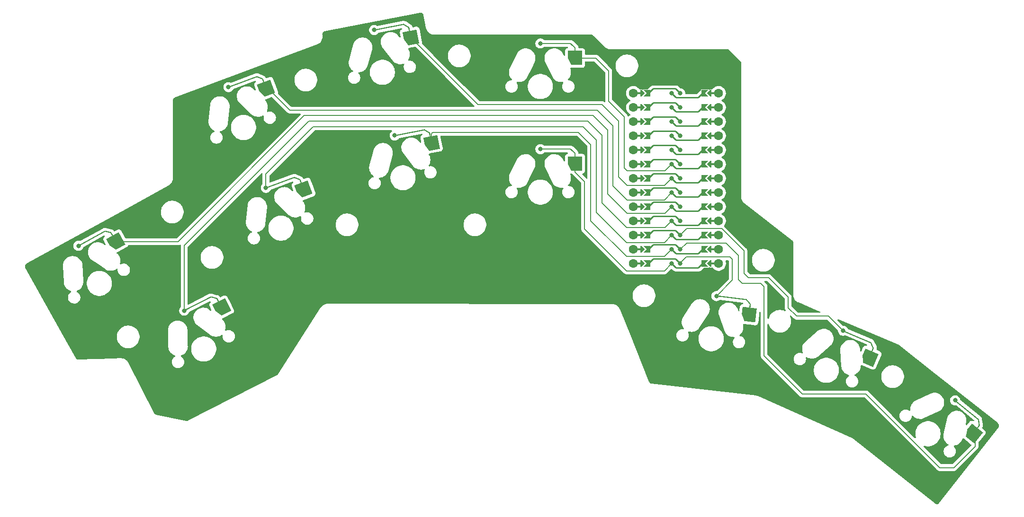
<source format=gbr>
%TF.GenerationSoftware,KiCad,Pcbnew,9.0.3*%
%TF.CreationDate,2025-08-09T00:32:57-04:00*%
%TF.ProjectId,darling,6461726c-696e-4672-9e6b-696361645f70,rev?*%
%TF.SameCoordinates,Original*%
%TF.FileFunction,Copper,L2,Bot*%
%TF.FilePolarity,Positive*%
%FSLAX46Y46*%
G04 Gerber Fmt 4.6, Leading zero omitted, Abs format (unit mm)*
G04 Created by KiCad (PCBNEW 9.0.3) date 2025-08-09 00:32:57*
%MOMM*%
%LPD*%
G01*
G04 APERTURE LIST*
G04 Aperture macros list*
%AMRoundRect*
0 Rectangle with rounded corners*
0 $1 Rounding radius*
0 $2 $3 $4 $5 $6 $7 $8 $9 X,Y pos of 4 corners*
0 Add a 4 corners polygon primitive as box body*
4,1,4,$2,$3,$4,$5,$6,$7,$8,$9,$2,$3,0*
0 Add four circle primitives for the rounded corners*
1,1,$1+$1,$2,$3*
1,1,$1+$1,$4,$5*
1,1,$1+$1,$6,$7*
1,1,$1+$1,$8,$9*
0 Add four rect primitives between the rounded corners*
20,1,$1+$1,$2,$3,$4,$5,0*
20,1,$1+$1,$4,$5,$6,$7,0*
20,1,$1+$1,$6,$7,$8,$9,0*
20,1,$1+$1,$8,$9,$2,$3,0*%
%AMRotRect*
0 Rectangle, with rotation*
0 The origin of the aperture is its center*
0 $1 length*
0 $2 width*
0 $3 Rotation angle, in degrees counterclockwise*
0 Add horizontal line*
21,1,$1,$2,0,0,$3*%
%AMFreePoly0*
4,1,43,0.055557,0.083147,0.083147,0.055556,0.098079,0.019509,0.100000,0.000000,0.100000,-5.100964,0.098751,-5.113644,0.098859,-5.116029,0.098388,-5.117326,0.098079,-5.120473,0.091461,-5.136448,0.085569,-5.152714,0.083674,-5.155246,0.083147,-5.156521,0.081460,-5.158207,0.073828,-5.168413,-0.656169,-5.967449,-0.670746,-5.980557,-0.672821,-5.981528,-0.674440,-5.983147,-0.690415,-5.989764,
-0.706084,-5.997099,-0.708371,-5.997202,-0.710488,-5.998079,-0.729997,-6.000000,-1.900000,-6.000000,-1.919509,-5.998079,-1.955557,-5.983147,-1.983147,-5.955557,-1.998079,-5.919509,-1.998079,-5.880491,-1.983147,-5.844443,-1.955557,-5.816853,-1.919509,-5.801921,-1.900000,-5.800000,-0.774086,-5.800000,-0.100000,-5.062162,-0.100000,0.000000,-0.098080,0.019509,-0.083147,0.055557,-0.055556,0.083147,
-0.019509,0.098079,0.019509,0.098080,0.055557,0.083147,0.055557,0.083147,$1*%
%AMFreePoly1*
4,1,6,1.275000,-1.849998,-0.670000,-1.850002,-1.275000,-0.649998,-1.275000,0.649998,1.275000,0.649998,1.275000,-1.849998,1.275000,-1.849998,$1*%
%AMFreePoly2*
4,1,33,0.069447,0.103934,0.103934,0.069447,0.122598,0.024387,0.122598,-0.024386,0.103934,-0.069446,0.088389,-0.088388,-0.641000,-0.817776,-0.641000,-4.770223,0.088389,-5.499612,0.103934,-5.518554,0.122598,-5.563614,0.122598,-5.612387,0.103934,-5.657447,0.069447,-5.691934,0.024387,-5.710598,-0.024386,-5.710598,-0.069446,-5.691934,-0.088388,-5.676389,-0.854388,-4.910388,-0.869928,-4.891451,
-0.869934,-4.891446,-0.888598,-4.846386,-0.891000,-4.822000,-0.891000,-0.766000,-0.888598,-0.741614,-0.869934,-0.696554,-0.869928,-0.696548,-0.854388,-0.677612,-0.088388,0.088389,-0.069446,0.103934,-0.024386,0.122598,0.024387,0.122598,0.069447,0.103934,0.069447,0.103934,$1*%
%AMFreePoly3*
4,1,6,0.600000,-0.250000,-0.600000,-0.250000,-0.600000,1.000000,0.000000,0.400000,0.600000,1.000000,0.600000,-0.250000,0.600000,-0.250000,$1*%
%AMFreePoly4*
4,1,6,0.600000,0.200000,0.000000,-0.400000,-0.600000,0.200000,-0.600000,0.400000,0.600000,0.400000,0.600000,0.200000,0.600000,0.200000,$1*%
G04 Aperture macros list end*
%TA.AperFunction,ComponentPad*%
%ADD10C,0.800000*%
%TD*%
%TA.AperFunction,SMDPad,CuDef*%
%ADD11FreePoly0,101.000000*%
%TD*%
%TA.AperFunction,SMDPad,CuDef*%
%ADD12FreePoly1,11.000000*%
%TD*%
%TA.AperFunction,SMDPad,CuDef*%
%ADD13RotRect,2.550000X2.500000X11.000000*%
%TD*%
%TA.AperFunction,SMDPad,CuDef*%
%ADD14FreePoly0,110.360000*%
%TD*%
%TA.AperFunction,SMDPad,CuDef*%
%ADD15FreePoly1,20.360000*%
%TD*%
%TA.AperFunction,SMDPad,CuDef*%
%ADD16RotRect,2.550000X2.500000X20.360000*%
%TD*%
%TA.AperFunction,SMDPad,CuDef*%
%ADD17FreePoly0,90.000000*%
%TD*%
%TA.AperFunction,SMDPad,CuDef*%
%ADD18FreePoly1,0.000000*%
%TD*%
%TA.AperFunction,SMDPad,CuDef*%
%ADD19R,2.550000X2.500000*%
%TD*%
%TA.AperFunction,SMDPad,CuDef*%
%ADD20FreePoly0,83.000000*%
%TD*%
%TA.AperFunction,SMDPad,CuDef*%
%ADD21FreePoly1,353.000000*%
%TD*%
%TA.AperFunction,SMDPad,CuDef*%
%ADD22RotRect,2.550000X2.500000X353.000000*%
%TD*%
%TA.AperFunction,SMDPad,CuDef*%
%ADD23FreePoly0,51.000000*%
%TD*%
%TA.AperFunction,SMDPad,CuDef*%
%ADD24FreePoly1,321.000000*%
%TD*%
%TA.AperFunction,SMDPad,CuDef*%
%ADD25RotRect,2.550000X2.500000X321.000000*%
%TD*%
%TA.AperFunction,SMDPad,CuDef*%
%ADD26FreePoly0,119.000000*%
%TD*%
%TA.AperFunction,SMDPad,CuDef*%
%ADD27FreePoly1,29.000000*%
%TD*%
%TA.AperFunction,SMDPad,CuDef*%
%ADD28RotRect,2.550000X2.500000X29.000000*%
%TD*%
%TA.AperFunction,SMDPad,CuDef*%
%ADD29FreePoly0,67.000000*%
%TD*%
%TA.AperFunction,SMDPad,CuDef*%
%ADD30FreePoly1,337.000000*%
%TD*%
%TA.AperFunction,SMDPad,CuDef*%
%ADD31RotRect,2.550000X2.500000X337.000000*%
%TD*%
%TA.AperFunction,SMDPad,CuDef*%
%ADD32FreePoly0,117.000000*%
%TD*%
%TA.AperFunction,SMDPad,CuDef*%
%ADD33FreePoly1,27.000000*%
%TD*%
%TA.AperFunction,SMDPad,CuDef*%
%ADD34RotRect,2.550000X2.500000X27.000000*%
%TD*%
%TA.AperFunction,SMDPad,CuDef*%
%ADD35FreePoly2,90.000000*%
%TD*%
%TA.AperFunction,SMDPad,CuDef*%
%ADD36FreePoly3,270.000000*%
%TD*%
%TA.AperFunction,SMDPad,CuDef*%
%ADD37FreePoly3,90.000000*%
%TD*%
%TA.AperFunction,SMDPad,CuDef*%
%ADD38FreePoly2,270.000000*%
%TD*%
%TA.AperFunction,ComponentPad*%
%ADD39C,1.600000*%
%TD*%
%TA.AperFunction,SMDPad,CuDef*%
%ADD40RoundRect,0.075000X0.425000X-0.075000X0.425000X0.075000X-0.425000X0.075000X-0.425000X-0.075000X0*%
%TD*%
%TA.AperFunction,SMDPad,CuDef*%
%ADD41FreePoly4,90.000000*%
%TD*%
%TA.AperFunction,SMDPad,CuDef*%
%ADD42FreePoly4,270.000000*%
%TD*%
%TA.AperFunction,SMDPad,CuDef*%
%ADD43RoundRect,0.075000X-0.425000X0.075000X-0.425000X-0.075000X0.425000X-0.075000X0.425000X0.075000X0*%
%TD*%
%TA.AperFunction,ViaPad*%
%ADD44C,0.600000*%
%TD*%
%TA.AperFunction,Conductor*%
%ADD45C,0.200000*%
%TD*%
G04 APERTURE END LIST*
D10*
%TO.P,sw3,1*%
%TO.N,sw3*%
X92489734Y-33473548D03*
D11*
X92784224Y-33416305D03*
D12*
X98957441Y-34253787D03*
D13*
%TO.P,sw3,2*%
%TO.N,gnd*%
X85984493Y-39994616D03*
%TD*%
D10*
%TO.P,sw5,1*%
%TO.N,sw5*%
X66446563Y-43698001D03*
D14*
X66727820Y-43593624D03*
D15*
X72955053Y-43415960D03*
D16*
%TO.P,sw5,2*%
%TO.N,gnd*%
X61088501Y-51190241D03*
%TD*%
D10*
%TO.P,sw2,1*%
%TO.N,sw2*%
X122198037Y-54798162D03*
D17*
X122498037Y-54798162D03*
D18*
X128398037Y-56798160D03*
D19*
%TO.P,sw2,2*%
%TO.N,gnd*%
X114568037Y-59958161D03*
%TD*%
D10*
%TO.P,sw9,1*%
%TO.N,sw9*%
X153670658Y-81095636D03*
D20*
X153968422Y-81132197D03*
D21*
X159580706Y-83836316D03*
D22*
%TO.P,sw9,2*%
%TO.N,gnd*%
X145468685Y-85287310D03*
%TD*%
D10*
%TO.P,sw11,1*%
%TO.N,sw11*%
X196341303Y-99756978D03*
D23*
X196574447Y-99945774D03*
D24*
X199900969Y-105213055D03*
D25*
%TO.P,sw11,2*%
%TO.N,gnd*%
X187164387Y-98965336D03*
%TD*%
D10*
%TO.P,sw7,1*%
%TO.N,sw7*%
X39627303Y-72096789D03*
D26*
X39889689Y-71951346D03*
D27*
X46019564Y-70840207D03*
D28*
%TO.P,sw7,2*%
%TO.N,gnd*%
X35455572Y-80308923D03*
%TD*%
D10*
%TO.P,sw10,1*%
%TO.N,sw10*%
X176320940Y-87297186D03*
D29*
X176597092Y-87414405D03*
D30*
X181246609Y-91560727D03*
D31*
%TO.P,sw10,2*%
%TO.N,gnd*%
X167281316Y-89065712D03*
%TD*%
D10*
%TO.P,sw8,1*%
%TO.N,sw8*%
X58522496Y-83698086D03*
D32*
X58789798Y-83561889D03*
D33*
X64954716Y-82665356D03*
D34*
%TO.P,sw8,2*%
%TO.N,gnd*%
X54066707Y-91759626D03*
%TD*%
D35*
%TO.P,ctl1,002*%
%TO.N,sw5*%
X145680000Y-62583000D03*
D10*
X145680000Y-62583000D03*
D36*
X151268000Y-62583000D03*
D37*
%TO.P,ctl1,006*%
%TO.N,N/C*%
X141616000Y-47343000D03*
D38*
X147204000Y-47343000D03*
D10*
X147204000Y-47343000D03*
D37*
%TO.P,ctl1,008*%
X141616000Y-49883000D03*
D38*
X147204000Y-49883000D03*
D10*
X147204000Y-49883000D03*
D35*
%TO.P,ctl1,009*%
%TO.N,sw2*%
X145680000Y-75283000D03*
D10*
X145680000Y-75283000D03*
D36*
X151268000Y-75283000D03*
D35*
%TO.P,ctl1,010*%
%TO.N,sw4*%
X145680000Y-72743000D03*
D10*
X145680000Y-72743000D03*
D36*
X151268000Y-72743000D03*
D37*
%TO.P,ctl1,011*%
%TO.N,sw10*%
X141616000Y-70203000D03*
D38*
X147204000Y-70203000D03*
D10*
X147204000Y-70203000D03*
D37*
%TO.P,ctl1,017*%
%TO.N,N/C*%
X141616000Y-57503000D03*
D38*
X147204000Y-57503000D03*
D10*
X147204000Y-57503000D03*
D37*
%TO.P,ctl1,020*%
X141616000Y-60043000D03*
D38*
X147204000Y-60043000D03*
D10*
X147204000Y-60043000D03*
D37*
%TO.P,ctl1,022*%
X141616000Y-62583000D03*
D38*
X147204000Y-62583000D03*
D10*
X147204000Y-62583000D03*
D37*
%TO.P,ctl1,024*%
X141616000Y-65123000D03*
D38*
X147204000Y-65123000D03*
D10*
X147204000Y-65123000D03*
D35*
%TO.P,ctl1,029*%
%TO.N,sw3*%
X145680000Y-60043000D03*
D10*
X145680000Y-60043000D03*
D36*
X151268000Y-60043000D03*
D35*
%TO.P,ctl1,031*%
%TO.N,sw1*%
X145680000Y-57503000D03*
D10*
X145680000Y-57503000D03*
D36*
X151268000Y-57503000D03*
D37*
%TO.P,ctl1,100*%
%TO.N,N/C*%
X141616000Y-67663000D03*
D38*
X147204000Y-67663000D03*
D10*
X147204000Y-67663000D03*
D37*
%TO.P,ctl1,104*%
%TO.N,sw11*%
X141616000Y-72743000D03*
D38*
X147204000Y-72743000D03*
D10*
X147204000Y-72743000D03*
D37*
%TO.P,ctl1,106*%
%TO.N,sw9*%
X141616000Y-75283000D03*
D38*
X147204000Y-75283000D03*
D10*
X147204000Y-75283000D03*
D35*
%TO.P,ctl1,111*%
%TO.N,sw6*%
X145680000Y-70203000D03*
D10*
X145680000Y-70203000D03*
D36*
X151268000Y-70203000D03*
D35*
%TO.P,ctl1,113*%
%TO.N,sw8*%
X145680000Y-67663000D03*
D10*
X145680000Y-67663000D03*
D36*
X151268000Y-67663000D03*
D35*
%TO.P,ctl1,115*%
%TO.N,sw7*%
X145680000Y-65123000D03*
D10*
X145680000Y-65123000D03*
D36*
X151268000Y-65123000D03*
D35*
%TO.P,ctl1,b+*%
%TO.N,N/C*%
X145676000Y-44800000D03*
D10*
X145676000Y-44800000D03*
D36*
X151264000Y-44800000D03*
D37*
%TO.P,ctl1,b-*%
X141612000Y-44800000D03*
D38*
X147200000Y-44800000D03*
D10*
X147200000Y-44800000D03*
D39*
%TO.P,ctl1,disconnected*%
X138818000Y-44800000D03*
X138822000Y-47343000D03*
X138822000Y-49883000D03*
X138822000Y-52423000D03*
X138822000Y-54963000D03*
X138822000Y-57503000D03*
X138822000Y-60043000D03*
X138822000Y-62583000D03*
X138822000Y-65123000D03*
X138822000Y-67663000D03*
X138822000Y-70203000D03*
X138822000Y-72743000D03*
X138822000Y-75283000D03*
D40*
X139914000Y-44799993D03*
X139918000Y-47342993D03*
X139918000Y-49882993D03*
X139918000Y-52422993D03*
X139918000Y-54962993D03*
X139918000Y-57502993D03*
X139918000Y-60042993D03*
X139918000Y-62582993D03*
X139918000Y-65122993D03*
X139918000Y-67662993D03*
X139918000Y-70202993D03*
X139918000Y-72742993D03*
X139918000Y-75282993D03*
D41*
X140504000Y-44800000D03*
X140508000Y-47343000D03*
X140508000Y-49883000D03*
X140508000Y-52423000D03*
X140508000Y-54963000D03*
X140508000Y-57503000D03*
X140508000Y-60043000D03*
X140508000Y-62583000D03*
X140508000Y-65123000D03*
X140508000Y-67663000D03*
X140508000Y-70203000D03*
X140508000Y-72743000D03*
X140508000Y-75283000D03*
D42*
X152372000Y-44800000D03*
X152376000Y-47343000D03*
X152376000Y-49883000D03*
X152376000Y-52423000D03*
X152376000Y-54963000D03*
X152376000Y-57503000D03*
X152376000Y-60043000D03*
X152376000Y-62583000D03*
X152376000Y-65123000D03*
X152376000Y-67663000D03*
X152376000Y-70203000D03*
X152376000Y-72743000D03*
X152376000Y-75283000D03*
D43*
X152962000Y-44800000D03*
X152966000Y-47343000D03*
X152966000Y-49883000D03*
X152966000Y-52423000D03*
X152966000Y-54963000D03*
X152966000Y-57503000D03*
X152966000Y-60043000D03*
X152966000Y-62583000D03*
X152966000Y-65123000D03*
X152966000Y-67663000D03*
X152966000Y-70203000D03*
X152966000Y-72743000D03*
X152966000Y-75283000D03*
D39*
X154058000Y-44800000D03*
X154062000Y-47343000D03*
X154062000Y-49883000D03*
X154062000Y-52423000D03*
X154062000Y-54963000D03*
X154062000Y-57503000D03*
X154062000Y-60043000D03*
X154062000Y-62583000D03*
X154062000Y-65123000D03*
X154062000Y-67663000D03*
X154062000Y-70203000D03*
X154062000Y-72743000D03*
X154062000Y-75283000D03*
D37*
%TO.P,ctl1,gnd*%
X141616000Y-52423000D03*
X141616000Y-54963000D03*
D35*
X145680000Y-49883000D03*
D10*
X145680000Y-49883000D03*
D38*
X147204000Y-52423000D03*
D10*
X147204000Y-52423000D03*
D38*
X147204000Y-54963000D03*
D10*
X147204000Y-54963000D03*
D36*
X151268000Y-49883000D03*
D35*
%TO.P,ctl1,raw*%
X145680000Y-47343000D03*
D10*
X145680000Y-47343000D03*
D36*
X151268000Y-47343000D03*
D35*
%TO.P,ctl1,rst*%
X145680000Y-52423000D03*
D10*
X145680000Y-52423000D03*
D36*
X151268000Y-52423000D03*
D35*
%TO.P,ctl1,vcc*%
X145680000Y-54963000D03*
D10*
X145680000Y-54963000D03*
D36*
X151268000Y-54963000D03*
%TD*%
D10*
%TO.P,sw1,1*%
%TO.N,sw1*%
X122198037Y-35873162D03*
D17*
X122498037Y-35873162D03*
D18*
X128398037Y-37873160D03*
D19*
%TO.P,sw1,2*%
%TO.N,gnd*%
X114568037Y-41033161D03*
%TD*%
D10*
%TO.P,sw4,1*%
%TO.N,sw4*%
X96158991Y-52350238D03*
D11*
X96453481Y-52292995D03*
D12*
X102626698Y-53130477D03*
D13*
%TO.P,sw4,2*%
%TO.N,gnd*%
X89653750Y-58871306D03*
%TD*%
D10*
%TO.P,sw6,1*%
%TO.N,sw6*%
X73137019Y-61726610D03*
D14*
X73418276Y-61622233D03*
D15*
X79645509Y-61444569D03*
D16*
%TO.P,sw6,2*%
%TO.N,gnd*%
X67778957Y-69218850D03*
%TD*%
D44*
%TO.N,gnd*%
X114300000Y-54356000D03*
X146304000Y-78232000D03*
X74168000Y-52324000D03*
X164084000Y-81788000D03*
X164084000Y-76708000D03*
X114300000Y-45212000D03*
X78740000Y-55880000D03*
X51308000Y-78232000D03*
%TD*%
D45*
%TO.N,sw2*%
X145678000Y-75279000D02*
X144357000Y-76600000D01*
X128418037Y-56618037D02*
X128418037Y-57418161D01*
X137600000Y-76600000D02*
X130100000Y-69100000D01*
X144357000Y-76600000D02*
X137600000Y-76600000D01*
X130100000Y-60600000D02*
X128398037Y-58898037D01*
X130100000Y-69100000D02*
X130100000Y-60600000D01*
X128398037Y-58898037D02*
X128398037Y-56698162D01*
%TO.N,sw1*%
X128418037Y-38493161D02*
X132093161Y-38493161D01*
X137200000Y-49000000D02*
X137200000Y-58200000D01*
X132093161Y-38493161D02*
X134400000Y-40800000D01*
X137700000Y-58700000D02*
X144477000Y-58700000D01*
X144477000Y-58700000D02*
X145678000Y-57499000D01*
X134400000Y-40800000D02*
X134400000Y-46200000D01*
X134400000Y-46200000D02*
X137200000Y-49000000D01*
X137200000Y-58200000D02*
X137700000Y-58700000D01*
%TO.N,sw3*%
X136200000Y-59800000D02*
X137700000Y-61300000D01*
X137700000Y-61300000D02*
X144417000Y-61300000D01*
X98957441Y-34720645D02*
X111036797Y-46800000D01*
X133200000Y-46800000D02*
X136200000Y-49800000D01*
X136200000Y-49800000D02*
X136200000Y-59800000D01*
X144417000Y-61300000D02*
X145678000Y-60039000D01*
X98957441Y-34253785D02*
X98957441Y-34720645D01*
X111036797Y-46800000D02*
X133200000Y-46800000D01*
%TO.N,sw4*%
X129000000Y-51800000D02*
X131200000Y-54000000D01*
X144400000Y-74000000D02*
X137600000Y-74000000D01*
X102764632Y-53735268D02*
X102764632Y-52000000D01*
X145678000Y-72739000D02*
X145661000Y-72739000D01*
X131200000Y-67600000D02*
X137600000Y-74000000D01*
X145661000Y-72739000D02*
X145000000Y-73400000D01*
X131200000Y-54000000D02*
X131200000Y-67600000D01*
X102764632Y-52000000D02*
X102964632Y-51800000D01*
X145000000Y-73400000D02*
X144400000Y-74000000D01*
X102964632Y-51800000D02*
X129000000Y-51800000D01*
%TO.N,sw5*%
X144357000Y-63900000D02*
X145678000Y-62579000D01*
X135200000Y-50600000D02*
X135200000Y-61400000D01*
X132400000Y-47800000D02*
X135200000Y-50600000D01*
X137700000Y-63900000D02*
X144357000Y-63900000D01*
X77398053Y-47800000D02*
X78000000Y-47800000D01*
X135200000Y-61400000D02*
X137700000Y-63900000D01*
X78000000Y-47800000D02*
X132400000Y-47800000D01*
X72920262Y-43322209D02*
X77398053Y-47800000D01*
%TO.N,sw7*%
X57400000Y-71400000D02*
X80000000Y-48800000D01*
X80000000Y-48800000D02*
X131600000Y-48800000D01*
X134200000Y-62800000D02*
X137700000Y-66300000D01*
X134200000Y-51400000D02*
X134200000Y-62800000D01*
X131600000Y-48800000D02*
X134200000Y-51400000D01*
X137700000Y-66300000D02*
X144500000Y-66300000D01*
X145678000Y-65122000D02*
X145678000Y-65119000D01*
X46364862Y-71400000D02*
X57400000Y-71400000D01*
X144500000Y-66300000D02*
X145678000Y-65122000D01*
%TO.N,sw8*%
X64909318Y-65690682D02*
X65425000Y-65175000D01*
X65425000Y-65175000D02*
X80800000Y-49800000D01*
X130700000Y-49800000D02*
X133200000Y-52300000D01*
X137600000Y-68800000D02*
X144500000Y-68800000D01*
X80800000Y-49800000D02*
X130700000Y-49800000D01*
X64909318Y-65690682D02*
X58522496Y-72077504D01*
X145641000Y-67659000D02*
X145678000Y-67659000D01*
X58522496Y-72077504D02*
X58522496Y-83698086D01*
X144500000Y-68800000D02*
X145641000Y-67659000D01*
X133200000Y-64400000D02*
X137600000Y-68800000D01*
X133200000Y-52300000D02*
X133200000Y-64400000D01*
%TO.N,sw6*%
X137600000Y-71500000D02*
X132200000Y-66100000D01*
X132200000Y-53200000D02*
X129800000Y-50800000D01*
X144377000Y-71500000D02*
X137600000Y-71500000D01*
X81600000Y-50800000D02*
X73137019Y-59262981D01*
X132200000Y-66100000D02*
X132200000Y-53200000D01*
X129800000Y-50800000D02*
X81600000Y-50800000D01*
X145678000Y-70199000D02*
X144377000Y-71500000D01*
X73137019Y-59262981D02*
X73137019Y-61726610D01*
%TO.N,sw9*%
X148300000Y-74100000D02*
X156100000Y-74100000D01*
X153670658Y-81095636D02*
X156500000Y-78266294D01*
X156500000Y-78266294D02*
X156500000Y-77700000D01*
X147202000Y-75279000D02*
X147202000Y-75198000D01*
X147202000Y-75198000D02*
X148300000Y-74100000D01*
X156500000Y-77700000D02*
X156500000Y-74500000D01*
X156100000Y-74100000D02*
X156200000Y-74200000D01*
X156500000Y-74500000D02*
X156200000Y-74200000D01*
%TO.N,sw10*%
X158600000Y-73000000D02*
X158600000Y-77000000D01*
X168000000Y-84700000D02*
X173723754Y-84700000D01*
X173723754Y-84700000D02*
X176320940Y-87297186D01*
X154600000Y-69000000D02*
X158600000Y-73000000D01*
X147202000Y-70199000D02*
X148401000Y-69000000D01*
X159400000Y-77800000D02*
X163000000Y-77800000D01*
X166500000Y-81300000D02*
X166500000Y-83200000D01*
X148401000Y-69000000D02*
X154600000Y-69000000D01*
X163000000Y-77800000D02*
X166500000Y-81300000D01*
X158600000Y-77000000D02*
X159400000Y-77800000D01*
X166500000Y-83200000D02*
X168000000Y-84700000D01*
%TO.N,sw11*%
X157600000Y-73817466D02*
X157600000Y-78150000D01*
X169000000Y-98600000D02*
X180400000Y-98600000D01*
X155382534Y-71600000D02*
X157600000Y-73817466D01*
X199900969Y-107999031D02*
X199900969Y-105213055D01*
X196100000Y-111800000D02*
X199900969Y-107999031D01*
X180400000Y-98600000D02*
X193600000Y-111800000D01*
X193600000Y-111800000D02*
X196100000Y-111800000D01*
X161600000Y-78800000D02*
X162200000Y-79400000D01*
X148341000Y-71600000D02*
X155382534Y-71600000D01*
X158250000Y-78800000D02*
X161600000Y-78800000D01*
X147202000Y-72739000D02*
X148341000Y-71600000D01*
X157600000Y-78150000D02*
X158250000Y-78800000D01*
X162200000Y-79400000D02*
X162200000Y-91800000D01*
X162200000Y-91800000D02*
X169000000Y-98600000D01*
%TD*%
%TA.AperFunction,Conductor*%
%TO.N,gnd*%
G36*
X100842806Y-30377143D02*
G01*
X100925802Y-30389261D01*
X100952643Y-30396318D01*
X101030875Y-30426601D01*
X101055472Y-30439454D01*
X101119653Y-30482769D01*
X101124998Y-30486376D01*
X101146125Y-30504383D01*
X101203468Y-30565593D01*
X101220061Y-30587850D01*
X101262350Y-30660285D01*
X101273575Y-30685674D01*
X101300915Y-30772791D01*
X101304326Y-30786262D01*
X101315488Y-30843703D01*
X101315492Y-30843714D01*
X101316756Y-30850213D01*
X101316757Y-30850217D01*
X101655412Y-32592461D01*
X101750607Y-33082201D01*
X101765462Y-33158621D01*
X101765601Y-33159153D01*
X101770874Y-33186291D01*
X101773402Y-33199304D01*
X101796461Y-33263446D01*
X101851322Y-33416054D01*
X101961402Y-33618364D01*
X101961404Y-33618366D01*
X101961407Y-33618372D01*
X102056981Y-33743695D01*
X102101081Y-33801522D01*
X102101089Y-33801530D01*
X102267061Y-33961204D01*
X102267070Y-33961212D01*
X102385402Y-34044417D01*
X102455479Y-34093693D01*
X102661903Y-34195872D01*
X102881504Y-34265350D01*
X102881509Y-34265350D01*
X102881510Y-34265351D01*
X102936992Y-34273918D01*
X103109135Y-34300502D01*
X103224300Y-34300500D01*
X103290192Y-34300500D01*
X131219908Y-34300500D01*
X131279676Y-34300500D01*
X131291897Y-34301104D01*
X131341043Y-34305971D01*
X131371580Y-34308996D01*
X131395550Y-34313791D01*
X131425935Y-34323063D01*
X131466260Y-34335368D01*
X131488815Y-34344769D01*
X131553919Y-34379798D01*
X131574193Y-34393441D01*
X131611350Y-34424176D01*
X131635673Y-34444294D01*
X131644297Y-34452138D01*
X131644429Y-34452270D01*
X131686988Y-34495206D01*
X131687950Y-34495767D01*
X131692526Y-34500340D01*
X131694314Y-34502128D01*
X131694317Y-34502133D01*
X131694337Y-34502151D01*
X133604011Y-36411825D01*
X133607184Y-36415428D01*
X133621838Y-36429955D01*
X133621867Y-36430009D01*
X133621873Y-36430004D01*
X133662025Y-36469840D01*
X133662372Y-36470186D01*
X133706849Y-36514663D01*
X133709812Y-36517251D01*
X133727140Y-36534443D01*
X133764236Y-36562696D01*
X133882770Y-36652977D01*
X134052465Y-36750300D01*
X134052469Y-36750301D01*
X134052473Y-36750304D01*
X134233373Y-36824779D01*
X134422410Y-36875140D01*
X134616385Y-36900535D01*
X134714200Y-36900500D01*
X134780092Y-36900500D01*
X155519908Y-36900500D01*
X155579676Y-36900500D01*
X155591897Y-36901104D01*
X155641043Y-36905971D01*
X155671580Y-36908996D01*
X155695550Y-36913791D01*
X155725935Y-36923063D01*
X155766260Y-36935368D01*
X155788815Y-36944769D01*
X155853919Y-36979798D01*
X155874196Y-36993444D01*
X155935673Y-37044295D01*
X155944295Y-37052137D01*
X155944532Y-37052374D01*
X155986988Y-37095206D01*
X155987950Y-37095767D01*
X155992591Y-37100405D01*
X155994313Y-37102127D01*
X155994316Y-37102132D01*
X155994337Y-37102151D01*
X157902259Y-39010072D01*
X157902280Y-39010095D01*
X157948881Y-39056695D01*
X157957055Y-39065713D01*
X158007564Y-39127259D01*
X158021068Y-39147470D01*
X158055712Y-39212285D01*
X158065015Y-39234745D01*
X158086347Y-39305073D01*
X158091089Y-39328913D01*
X158098902Y-39408245D01*
X158099499Y-39420398D01*
X158099499Y-39490086D01*
X158099500Y-39490099D01*
X158099500Y-63326700D01*
X158099449Y-63409535D01*
X158110529Y-63494486D01*
X158124657Y-63602809D01*
X158174645Y-63791171D01*
X158174648Y-63791182D01*
X158183353Y-63812412D01*
X158248587Y-63971516D01*
X158345229Y-64140772D01*
X158462951Y-64296106D01*
X158534137Y-64368321D01*
X158599777Y-64434909D01*
X158618642Y-64449619D01*
X158625632Y-64455069D01*
X158626193Y-64455807D01*
X158677348Y-64495396D01*
X158728564Y-64535381D01*
X158728566Y-64535381D01*
X158732765Y-64538660D01*
X158736654Y-64541294D01*
X167179659Y-71075400D01*
X167200114Y-71091230D01*
X167210722Y-71100447D01*
X167272008Y-71160119D01*
X167276542Y-71164533D01*
X167294297Y-71186248D01*
X167340195Y-71257534D01*
X167352615Y-71282687D01*
X167381313Y-71362459D01*
X167387762Y-71389757D01*
X167398628Y-71480911D01*
X167399500Y-71495588D01*
X167399500Y-80911702D01*
X167399507Y-80911817D01*
X167399508Y-80947885D01*
X167399509Y-80947889D01*
X167431523Y-81165309D01*
X167476755Y-81315571D01*
X167494871Y-81375755D01*
X167576008Y-81548735D01*
X167588200Y-81574728D01*
X167709514Y-81757976D01*
X167709526Y-81757991D01*
X167856225Y-81921592D01*
X167856231Y-81921598D01*
X167856235Y-81921602D01*
X168025224Y-82062108D01*
X168025226Y-82062109D01*
X168212871Y-82176493D01*
X168212875Y-82176495D01*
X168212877Y-82176496D01*
X168212879Y-82176497D01*
X168253365Y-82193675D01*
X168253377Y-82193684D01*
X168314035Y-82219418D01*
X168314040Y-82219420D01*
X168314041Y-82219421D01*
X168331616Y-82226877D01*
X168374694Y-82245153D01*
X168374695Y-82245153D01*
X170794016Y-83271545D01*
X172184247Y-83861348D01*
X172238274Y-83905652D01*
X172259772Y-83972132D01*
X172241916Y-84039681D01*
X172190374Y-84086854D01*
X172135818Y-84099500D01*
X168300097Y-84099500D01*
X168233058Y-84079815D01*
X168212416Y-84063181D01*
X167136819Y-82987584D01*
X167103334Y-82926261D01*
X167100500Y-82899903D01*
X167100500Y-81220943D01*
X167100281Y-81220127D01*
X167100268Y-81220078D01*
X167083059Y-81155853D01*
X167082833Y-81155008D01*
X167059577Y-81068216D01*
X167056440Y-81062782D01*
X166980524Y-80931290D01*
X166980521Y-80931286D01*
X166980520Y-80931284D01*
X166868716Y-80819480D01*
X166868715Y-80819479D01*
X166864385Y-80815149D01*
X166864374Y-80815139D01*
X163487590Y-77438355D01*
X163487588Y-77438352D01*
X163368717Y-77319481D01*
X163368716Y-77319480D01*
X163281904Y-77269360D01*
X163281904Y-77269359D01*
X163281900Y-77269358D01*
X163231785Y-77240423D01*
X163079057Y-77199499D01*
X162920943Y-77199499D01*
X162913347Y-77199499D01*
X162913331Y-77199500D01*
X159700097Y-77199500D01*
X159633058Y-77179815D01*
X159612416Y-77163181D01*
X159236819Y-76787584D01*
X159203334Y-76726261D01*
X159200500Y-76699903D01*
X159200500Y-74543299D01*
X160027500Y-74543299D01*
X160027500Y-74808700D01*
X160049851Y-74978464D01*
X160062140Y-75071808D01*
X160102861Y-75223783D01*
X160130062Y-75325302D01*
X160130826Y-75328151D01*
X160160096Y-75398815D01*
X160232383Y-75573331D01*
X160232388Y-75573342D01*
X160365073Y-75803157D01*
X160365084Y-75803173D01*
X160526632Y-76013708D01*
X160526638Y-76013715D01*
X160714284Y-76201361D01*
X160714290Y-76201366D01*
X160924835Y-76362922D01*
X160924842Y-76362926D01*
X161154657Y-76495611D01*
X161154662Y-76495613D01*
X161154665Y-76495615D01*
X161399849Y-76597174D01*
X161656192Y-76665860D01*
X161919307Y-76700500D01*
X161919314Y-76700500D01*
X162184686Y-76700500D01*
X162184693Y-76700500D01*
X162447808Y-76665860D01*
X162704151Y-76597174D01*
X162949335Y-76495615D01*
X163179165Y-76362922D01*
X163389710Y-76201366D01*
X163577366Y-76013710D01*
X163738922Y-75803165D01*
X163871615Y-75573335D01*
X163973174Y-75328151D01*
X164041860Y-75071808D01*
X164076500Y-74808693D01*
X164076500Y-74543307D01*
X164041860Y-74280192D01*
X163973174Y-74023849D01*
X163871615Y-73778665D01*
X163871613Y-73778662D01*
X163871611Y-73778657D01*
X163738926Y-73548842D01*
X163738922Y-73548835D01*
X163673814Y-73463984D01*
X163577367Y-73338291D01*
X163577361Y-73338284D01*
X163389715Y-73150638D01*
X163389708Y-73150632D01*
X163179173Y-72989084D01*
X163179171Y-72989082D01*
X163179165Y-72989078D01*
X163179160Y-72989075D01*
X163179157Y-72989073D01*
X162949342Y-72856388D01*
X162949331Y-72856383D01*
X162743838Y-72771265D01*
X162704151Y-72754826D01*
X162704149Y-72754825D01*
X162704148Y-72754825D01*
X162606135Y-72728563D01*
X162447808Y-72686140D01*
X162401087Y-72679989D01*
X162184700Y-72651500D01*
X162184693Y-72651500D01*
X161919307Y-72651500D01*
X161919299Y-72651500D01*
X161674095Y-72683783D01*
X161656192Y-72686140D01*
X161622734Y-72695105D01*
X161399851Y-72754825D01*
X161154668Y-72856383D01*
X161154657Y-72856388D01*
X160924842Y-72989073D01*
X160924826Y-72989084D01*
X160714291Y-73150632D01*
X160714284Y-73150638D01*
X160526638Y-73338284D01*
X160526632Y-73338291D01*
X160365084Y-73548826D01*
X160365073Y-73548842D01*
X160232388Y-73778657D01*
X160232383Y-73778668D01*
X160130825Y-74023851D01*
X160091105Y-74172093D01*
X160062259Y-74279750D01*
X160062141Y-74280189D01*
X160062139Y-74280200D01*
X160027500Y-74543299D01*
X159200500Y-74543299D01*
X159200500Y-72920944D01*
X159200500Y-72920943D01*
X159200109Y-72919481D01*
X159159577Y-72768215D01*
X159117366Y-72695104D01*
X159092192Y-72651500D01*
X159080521Y-72631285D01*
X158964385Y-72515149D01*
X158964374Y-72515139D01*
X155089081Y-68639846D01*
X155055596Y-68578523D01*
X155060580Y-68508831D01*
X155076444Y-68479280D01*
X155091396Y-68458700D01*
X155174287Y-68344610D01*
X155267220Y-68162219D01*
X155330477Y-67967534D01*
X155362500Y-67765352D01*
X155362500Y-67560648D01*
X155357250Y-67527500D01*
X155330477Y-67358465D01*
X155296697Y-67254501D01*
X155267220Y-67163781D01*
X155267218Y-67163778D01*
X155267218Y-67163776D01*
X155233503Y-67097607D01*
X155174287Y-66981390D01*
X155166556Y-66970749D01*
X155053971Y-66815786D01*
X154909213Y-66671028D01*
X154743614Y-66550715D01*
X154733526Y-66545575D01*
X154650917Y-66503483D01*
X154600123Y-66455511D01*
X154583328Y-66387690D01*
X154605865Y-66321555D01*
X154650917Y-66282516D01*
X154743610Y-66235287D01*
X154817264Y-66181775D01*
X154909213Y-66114971D01*
X154909215Y-66114968D01*
X154909219Y-66114966D01*
X155053966Y-65970219D01*
X155053968Y-65970215D01*
X155053971Y-65970213D01*
X155141250Y-65850082D01*
X155174287Y-65804610D01*
X155267220Y-65622219D01*
X155330477Y-65427534D01*
X155362500Y-65225352D01*
X155362500Y-65020648D01*
X155340306Y-64880520D01*
X155330477Y-64818465D01*
X155292727Y-64702284D01*
X155267220Y-64623781D01*
X155267218Y-64623778D01*
X155267218Y-64623776D01*
X155233503Y-64557607D01*
X155174287Y-64441390D01*
X155154350Y-64413949D01*
X155053971Y-64275786D01*
X154909213Y-64131028D01*
X154743614Y-64010715D01*
X154685644Y-63981178D01*
X154650917Y-63963483D01*
X154600123Y-63915511D01*
X154583328Y-63847690D01*
X154605865Y-63781555D01*
X154650917Y-63742516D01*
X154743610Y-63695287D01*
X154764770Y-63679913D01*
X154909213Y-63574971D01*
X154909215Y-63574968D01*
X154909219Y-63574966D01*
X155053966Y-63430219D01*
X155053968Y-63430215D01*
X155053971Y-63430213D01*
X155150997Y-63296666D01*
X155174287Y-63264610D01*
X155267220Y-63082219D01*
X155330477Y-62887534D01*
X155362500Y-62685352D01*
X155362500Y-62480648D01*
X155341973Y-62351045D01*
X155330477Y-62278465D01*
X155301127Y-62188137D01*
X155267220Y-62083781D01*
X155267218Y-62083778D01*
X155267218Y-62083776D01*
X155233503Y-62017607D01*
X155174287Y-61901390D01*
X155166556Y-61890749D01*
X155053971Y-61735786D01*
X154909213Y-61591028D01*
X154743614Y-61470715D01*
X154730321Y-61463942D01*
X154650917Y-61423483D01*
X154600123Y-61375511D01*
X154583328Y-61307690D01*
X154605865Y-61241555D01*
X154650917Y-61202516D01*
X154743610Y-61155287D01*
X154783360Y-61126407D01*
X154909213Y-61034971D01*
X154909215Y-61034968D01*
X154909219Y-61034966D01*
X155053966Y-60890219D01*
X155053968Y-60890215D01*
X155053971Y-60890213D01*
X155116066Y-60804745D01*
X155174287Y-60724610D01*
X155267220Y-60542219D01*
X155330477Y-60347534D01*
X155362500Y-60145352D01*
X155362500Y-59940648D01*
X155355241Y-59894815D01*
X155330477Y-59738465D01*
X155301127Y-59648137D01*
X155267220Y-59543781D01*
X155267218Y-59543778D01*
X155267218Y-59543776D01*
X155233503Y-59477607D01*
X155174287Y-59361390D01*
X155166556Y-59350749D01*
X155053971Y-59195786D01*
X154909213Y-59051028D01*
X154743614Y-58930715D01*
X154710738Y-58913964D01*
X154650917Y-58883483D01*
X154600123Y-58835511D01*
X154583328Y-58767690D01*
X154605865Y-58701555D01*
X154650917Y-58662516D01*
X154743610Y-58615287D01*
X154764770Y-58599913D01*
X154909213Y-58494971D01*
X154909215Y-58494968D01*
X154909219Y-58494966D01*
X155053966Y-58350219D01*
X155053968Y-58350215D01*
X155053971Y-58350213D01*
X155111032Y-58271674D01*
X155174287Y-58184610D01*
X155267220Y-58002219D01*
X155330477Y-57807534D01*
X155362500Y-57605352D01*
X155362500Y-57400648D01*
X155343949Y-57283523D01*
X155330477Y-57198465D01*
X155301127Y-57108137D01*
X155267220Y-57003781D01*
X155267218Y-57003778D01*
X155267218Y-57003776D01*
X155233503Y-56937607D01*
X155174287Y-56821390D01*
X155165285Y-56809000D01*
X155053971Y-56655786D01*
X154909213Y-56511028D01*
X154743614Y-56390715D01*
X154718571Y-56377955D01*
X154650917Y-56343483D01*
X154600123Y-56295511D01*
X154583328Y-56227690D01*
X154605865Y-56161555D01*
X154650917Y-56122516D01*
X154743610Y-56075287D01*
X154774602Y-56052770D01*
X154909213Y-55954971D01*
X154909215Y-55954968D01*
X154909219Y-55954966D01*
X155053966Y-55810219D01*
X155053968Y-55810215D01*
X155053971Y-55810213D01*
X155134321Y-55699619D01*
X155174287Y-55644610D01*
X155267220Y-55462219D01*
X155330477Y-55267534D01*
X155362500Y-55065352D01*
X155362500Y-54860648D01*
X155338555Y-54709466D01*
X155330477Y-54658465D01*
X155301127Y-54568137D01*
X155267220Y-54463781D01*
X155267218Y-54463778D01*
X155267218Y-54463776D01*
X155233503Y-54397607D01*
X155174287Y-54281390D01*
X155165285Y-54269000D01*
X155053971Y-54115786D01*
X154909213Y-53971028D01*
X154743614Y-53850715D01*
X154733526Y-53845575D01*
X154650917Y-53803483D01*
X154600123Y-53755511D01*
X154583328Y-53687690D01*
X154605865Y-53621555D01*
X154650917Y-53582516D01*
X154743610Y-53535287D01*
X154862740Y-53448735D01*
X154909213Y-53414971D01*
X154909215Y-53414968D01*
X154909219Y-53414966D01*
X155053966Y-53270219D01*
X155053968Y-53270215D01*
X155053971Y-53270213D01*
X155130543Y-53164819D01*
X155174287Y-53104610D01*
X155267220Y-52922219D01*
X155330477Y-52727534D01*
X155362500Y-52525352D01*
X155362500Y-52320648D01*
X155338093Y-52166549D01*
X155330477Y-52118465D01*
X155299949Y-52024511D01*
X155267220Y-51923781D01*
X155267218Y-51923778D01*
X155267218Y-51923776D01*
X155233503Y-51857607D01*
X155174287Y-51741390D01*
X155165285Y-51729000D01*
X155053971Y-51575786D01*
X154909213Y-51431028D01*
X154743614Y-51310715D01*
X154731432Y-51304508D01*
X154650917Y-51263483D01*
X154600123Y-51215511D01*
X154583328Y-51147690D01*
X154605865Y-51081555D01*
X154650917Y-51042516D01*
X154743610Y-50995287D01*
X154764770Y-50979913D01*
X154909213Y-50874971D01*
X154909215Y-50874968D01*
X154909219Y-50874966D01*
X155053966Y-50730219D01*
X155053968Y-50730215D01*
X155053971Y-50730213D01*
X155130543Y-50624819D01*
X155174287Y-50564610D01*
X155267220Y-50382219D01*
X155330477Y-50187534D01*
X155362500Y-49985352D01*
X155362500Y-49780648D01*
X155344553Y-49667338D01*
X155330477Y-49578465D01*
X155301127Y-49488137D01*
X155267220Y-49383781D01*
X155267218Y-49383778D01*
X155267218Y-49383776D01*
X155233503Y-49317607D01*
X155174287Y-49201390D01*
X155165285Y-49189000D01*
X155053971Y-49035786D01*
X154909213Y-48891028D01*
X154743614Y-48770715D01*
X154705086Y-48751084D01*
X154650917Y-48723483D01*
X154600123Y-48675511D01*
X154583328Y-48607690D01*
X154605865Y-48541555D01*
X154650917Y-48502516D01*
X154743610Y-48455287D01*
X154819017Y-48400501D01*
X154909213Y-48334971D01*
X154909215Y-48334968D01*
X154909219Y-48334966D01*
X155053966Y-48190219D01*
X155053968Y-48190215D01*
X155053971Y-48190213D01*
X155119807Y-48099596D01*
X155174287Y-48024610D01*
X155267220Y-47842219D01*
X155330477Y-47647534D01*
X155362500Y-47445352D01*
X155362500Y-47240648D01*
X155337963Y-47085727D01*
X155330477Y-47038465D01*
X155292102Y-46920360D01*
X155267220Y-46843781D01*
X155267218Y-46843778D01*
X155267218Y-46843776D01*
X155233503Y-46777607D01*
X155174287Y-46661390D01*
X155165285Y-46649000D01*
X155053971Y-46495786D01*
X154909213Y-46351028D01*
X154743611Y-46230713D01*
X154645975Y-46180964D01*
X154595180Y-46132990D01*
X154578385Y-46065168D01*
X154600923Y-45999034D01*
X154645975Y-45959996D01*
X154739610Y-45912287D01*
X154806412Y-45863753D01*
X154905213Y-45791971D01*
X154905215Y-45791968D01*
X154905219Y-45791966D01*
X155049966Y-45647219D01*
X155049968Y-45647215D01*
X155049971Y-45647213D01*
X155126543Y-45541819D01*
X155170287Y-45481610D01*
X155263220Y-45299219D01*
X155326477Y-45104534D01*
X155358500Y-44902352D01*
X155358500Y-44697648D01*
X155347310Y-44626998D01*
X155326477Y-44495465D01*
X155294634Y-44397462D01*
X155263220Y-44300781D01*
X155263218Y-44300778D01*
X155263218Y-44300776D01*
X155229503Y-44234607D01*
X155170287Y-44118390D01*
X155161285Y-44106000D01*
X155049971Y-43952786D01*
X154905213Y-43808028D01*
X154739613Y-43687715D01*
X154739612Y-43687714D01*
X154739610Y-43687713D01*
X154682653Y-43658691D01*
X154557223Y-43594781D01*
X154362534Y-43531522D01*
X154187995Y-43503878D01*
X154160352Y-43499500D01*
X153955648Y-43499500D01*
X153931329Y-43503351D01*
X153753465Y-43531522D01*
X153558776Y-43594781D01*
X153376386Y-43687715D01*
X153210786Y-43808028D01*
X153066032Y-43952782D01*
X152979532Y-44071840D01*
X152924202Y-44114505D01*
X152854589Y-44120484D01*
X152840896Y-44116885D01*
X152772003Y-44094500D01*
X152772000Y-44094500D01*
X152572000Y-44094500D01*
X152571995Y-44094500D01*
X152571976Y-44094501D01*
X152555497Y-44095798D01*
X152497397Y-44125401D01*
X152490653Y-44130301D01*
X152424846Y-44153780D01*
X152356793Y-44137954D01*
X152342568Y-44125268D01*
X152341898Y-44126192D01*
X152326010Y-44114648D01*
X152264001Y-44094500D01*
X152264000Y-44094500D01*
X151014000Y-44094500D01*
X151007865Y-44095471D01*
X150981401Y-44099663D01*
X150981397Y-44099665D01*
X150928649Y-44137988D01*
X150928648Y-44137989D01*
X150908500Y-44199998D01*
X150908500Y-44220058D01*
X150888815Y-44287097D01*
X150858812Y-44319324D01*
X150835755Y-44336584D01*
X150835740Y-44336597D01*
X150273158Y-44899181D01*
X150211835Y-44932666D01*
X150185477Y-44935500D01*
X148224500Y-44935500D01*
X148157461Y-44915815D01*
X148111706Y-44863011D01*
X148100500Y-44811500D01*
X148100500Y-44711306D01*
X148100499Y-44711304D01*
X148065896Y-44537341D01*
X148065893Y-44537332D01*
X148056710Y-44515163D01*
X148026613Y-44442500D01*
X147998016Y-44373459D01*
X147998009Y-44373446D01*
X147899464Y-44225965D01*
X147899461Y-44225961D01*
X147774038Y-44100538D01*
X147774034Y-44100535D01*
X147626553Y-44001990D01*
X147626540Y-44001983D01*
X147462667Y-43934106D01*
X147462658Y-43934103D01*
X147288694Y-43899500D01*
X147288691Y-43899500D01*
X147242523Y-43899500D01*
X147175484Y-43879815D01*
X147154842Y-43863181D01*
X146862263Y-43570601D01*
X146862247Y-43570587D01*
X146821991Y-43534425D01*
X146698252Y-43461008D01*
X146698246Y-43461005D01*
X146698243Y-43461004D01*
X146652345Y-43441992D01*
X146652338Y-43441989D01*
X146652321Y-43441983D01*
X146652309Y-43441978D01*
X146601280Y-43423976D01*
X146601278Y-43423975D01*
X146601276Y-43423975D01*
X146516341Y-43411763D01*
X146458864Y-43403500D01*
X142353136Y-43403500D01*
X142353134Y-43403500D01*
X142299101Y-43406396D01*
X142299100Y-43406396D01*
X142159695Y-43441976D01*
X142159683Y-43441980D01*
X142113759Y-43461002D01*
X142113755Y-43461004D01*
X142064937Y-43484360D01*
X141949752Y-43570587D01*
X141949740Y-43570597D01*
X141462158Y-44058181D01*
X141400835Y-44091666D01*
X141374477Y-44094500D01*
X140611998Y-44094500D01*
X140564104Y-44105999D01*
X140564102Y-44106000D01*
X140549217Y-44120885D01*
X140487893Y-44154369D01*
X140418201Y-44149383D01*
X140380903Y-44126456D01*
X140380454Y-44126983D01*
X140372844Y-44120484D01*
X140366011Y-44114649D01*
X140304000Y-44094500D01*
X140104000Y-44094500D01*
X140097865Y-44095471D01*
X140071401Y-44099663D01*
X140071394Y-44099666D01*
X140070445Y-44100356D01*
X140065295Y-44102192D01*
X140057843Y-44105280D01*
X140057688Y-44104906D01*
X140004637Y-44123830D01*
X139936585Y-44108000D01*
X139897250Y-44072917D01*
X139809971Y-43952786D01*
X139665213Y-43808028D01*
X139499613Y-43687715D01*
X139499612Y-43687714D01*
X139499610Y-43687713D01*
X139442653Y-43658691D01*
X139317223Y-43594781D01*
X139122534Y-43531522D01*
X138947995Y-43503878D01*
X138920352Y-43499500D01*
X138715648Y-43499500D01*
X138691329Y-43503351D01*
X138513465Y-43531522D01*
X138318776Y-43594781D01*
X138136386Y-43687715D01*
X137970786Y-43808028D01*
X137826028Y-43952786D01*
X137705715Y-44118386D01*
X137612781Y-44300776D01*
X137549522Y-44495465D01*
X137517500Y-44697648D01*
X137517500Y-44902351D01*
X137549522Y-45104534D01*
X137612781Y-45299223D01*
X137676691Y-45424653D01*
X137702662Y-45475623D01*
X137705715Y-45481613D01*
X137826028Y-45647213D01*
X137970786Y-45791971D01*
X138102630Y-45887759D01*
X138136390Y-45912287D01*
X138179387Y-45934195D01*
X138234023Y-45962034D01*
X138284819Y-46010009D01*
X138301614Y-46077830D01*
X138279076Y-46143965D01*
X138234023Y-46183003D01*
X138140391Y-46230711D01*
X138140389Y-46230712D01*
X137974786Y-46351028D01*
X137830028Y-46495786D01*
X137709715Y-46661386D01*
X137616781Y-46843776D01*
X137553522Y-47038465D01*
X137521500Y-47240648D01*
X137521500Y-47445351D01*
X137553522Y-47647534D01*
X137616781Y-47842223D01*
X137668131Y-47943001D01*
X137706208Y-48017732D01*
X137709715Y-48024613D01*
X137830028Y-48190213D01*
X137974786Y-48334971D01*
X138107352Y-48431284D01*
X138140390Y-48455287D01*
X138201649Y-48486500D01*
X138233080Y-48502515D01*
X138283876Y-48550490D01*
X138300671Y-48618311D01*
X138278134Y-48684446D01*
X138233080Y-48723485D01*
X138140386Y-48770715D01*
X137970839Y-48893897D01*
X137969997Y-48892739D01*
X137912083Y-48918672D01*
X137843000Y-48908217D01*
X137790536Y-48862073D01*
X137782322Y-48846818D01*
X137778179Y-48837640D01*
X137759577Y-48768215D01*
X137704341Y-48672544D01*
X137680520Y-48631284D01*
X137568716Y-48519480D01*
X137568715Y-48519479D01*
X137564385Y-48515149D01*
X137564374Y-48515139D01*
X135036819Y-45987584D01*
X135003334Y-45926261D01*
X135000500Y-45899903D01*
X135000500Y-40889059D01*
X135000501Y-40889046D01*
X135000501Y-40720945D01*
X135000501Y-40720943D01*
X134959577Y-40568215D01*
X134918360Y-40496826D01*
X134918360Y-40496824D01*
X134880524Y-40431290D01*
X134880521Y-40431286D01*
X134880520Y-40431284D01*
X134768716Y-40319480D01*
X134768715Y-40319479D01*
X134764385Y-40315149D01*
X134764374Y-40315139D01*
X134194534Y-39745299D01*
X135643500Y-39745299D01*
X135643500Y-40010700D01*
X135666182Y-40182977D01*
X135678140Y-40273808D01*
X135690377Y-40319478D01*
X135746062Y-40527302D01*
X135746826Y-40530151D01*
X135772974Y-40593277D01*
X135848383Y-40775331D01*
X135848388Y-40775342D01*
X135981073Y-41005157D01*
X135981084Y-41005173D01*
X136142632Y-41215708D01*
X136142638Y-41215715D01*
X136330284Y-41403361D01*
X136330291Y-41403367D01*
X136446955Y-41492886D01*
X136540835Y-41564922D01*
X136540842Y-41564926D01*
X136770657Y-41697611D01*
X136770662Y-41697613D01*
X136770665Y-41697615D01*
X137015849Y-41799174D01*
X137272192Y-41867860D01*
X137522642Y-41900832D01*
X137531159Y-41901954D01*
X137535307Y-41902500D01*
X137535314Y-41902500D01*
X137800686Y-41902500D01*
X137800693Y-41902500D01*
X138063808Y-41867860D01*
X138320151Y-41799174D01*
X138565335Y-41697615D01*
X138795165Y-41564922D01*
X139005710Y-41403366D01*
X139193366Y-41215710D01*
X139354922Y-41005165D01*
X139487615Y-40775335D01*
X139589174Y-40530151D01*
X139657860Y-40273808D01*
X139692500Y-40010693D01*
X139692500Y-39745307D01*
X139657860Y-39482192D01*
X139589174Y-39225849D01*
X139487615Y-38980665D01*
X139487613Y-38980662D01*
X139487611Y-38980657D01*
X139354926Y-38750842D01*
X139354922Y-38750835D01*
X139225736Y-38582475D01*
X139193367Y-38540291D01*
X139193361Y-38540284D01*
X139005715Y-38352638D01*
X139005708Y-38352632D01*
X138795173Y-38191084D01*
X138795171Y-38191082D01*
X138795165Y-38191078D01*
X138795160Y-38191075D01*
X138795157Y-38191073D01*
X138565342Y-38058388D01*
X138565331Y-38058383D01*
X138421708Y-37998892D01*
X138320151Y-37956826D01*
X138320149Y-37956825D01*
X138320148Y-37956825D01*
X138233413Y-37933585D01*
X138063808Y-37888140D01*
X138019836Y-37882351D01*
X137800700Y-37853500D01*
X137800693Y-37853500D01*
X137535307Y-37853500D01*
X137535299Y-37853500D01*
X137284856Y-37886472D01*
X137272192Y-37888140D01*
X137196032Y-37908546D01*
X137015851Y-37956825D01*
X136770668Y-38058383D01*
X136770657Y-38058388D01*
X136540842Y-38191073D01*
X136540826Y-38191084D01*
X136330291Y-38352632D01*
X136330284Y-38352638D01*
X136142638Y-38540284D01*
X136142632Y-38540291D01*
X135981084Y-38750826D01*
X135981073Y-38750842D01*
X135848388Y-38980657D01*
X135848383Y-38980668D01*
X135746825Y-39225851D01*
X135703096Y-39389052D01*
X135690058Y-39437715D01*
X135678141Y-39482189D01*
X135678139Y-39482200D01*
X135643500Y-39745299D01*
X134194534Y-39745299D01*
X132580751Y-38131516D01*
X132580749Y-38131513D01*
X132461878Y-38012642D01*
X132461870Y-38012636D01*
X132365203Y-37956826D01*
X132365201Y-37956825D01*
X132324951Y-37933586D01*
X132324950Y-37933585D01*
X132312424Y-37930228D01*
X132172218Y-37892660D01*
X132014104Y-37892660D01*
X132006508Y-37892660D01*
X132006492Y-37892661D01*
X130302537Y-37892661D01*
X130235498Y-37872976D01*
X130189743Y-37820172D01*
X130178537Y-37768661D01*
X130178537Y-37223162D01*
X130178537Y-37223161D01*
X130173392Y-37151222D01*
X130132856Y-37013170D01*
X130092170Y-36949862D01*
X130055069Y-36892131D01*
X130055065Y-36892127D01*
X129946336Y-36797912D01*
X129946334Y-36797910D01*
X129946331Y-36797908D01*
X129946327Y-36797906D01*
X129815456Y-36738138D01*
X129815451Y-36738137D01*
X129673037Y-36717662D01*
X129127852Y-36717662D01*
X129121881Y-36715908D01*
X129115768Y-36717072D01*
X129088751Y-36706180D01*
X129060813Y-36697977D01*
X129056738Y-36693275D01*
X129050966Y-36690948D01*
X129034125Y-36667178D01*
X129015058Y-36645173D01*
X129013261Y-36637729D01*
X129010575Y-36633937D01*
X129003979Y-36599264D01*
X129003664Y-36592299D01*
X129003537Y-36586697D01*
X129003537Y-36578529D01*
X129003114Y-36575389D01*
X129003073Y-36574632D01*
X129000638Y-36529207D01*
X129000636Y-36529201D01*
X129000104Y-36525720D01*
X128997644Y-36511747D01*
X128996692Y-36502121D01*
X128978934Y-36443687D01*
X128977445Y-36438358D01*
X128968816Y-36404557D01*
X128969001Y-36399342D01*
X128958010Y-36372806D01*
X128956498Y-36368580D01*
X128956446Y-36368600D01*
X128954854Y-36364454D01*
X128953411Y-36361371D01*
X128951172Y-36356298D01*
X128949834Y-36353066D01*
X128949814Y-36353025D01*
X128949181Y-36351498D01*
X128949180Y-36351493D01*
X128949159Y-36351444D01*
X128948009Y-36348669D01*
X128946427Y-36345944D01*
X128939723Y-36331934D01*
X128926480Y-36304254D01*
X128926474Y-36304247D01*
X128924692Y-36301301D01*
X128917039Y-36289281D01*
X128912459Y-36280722D01*
X128873716Y-36233560D01*
X128870268Y-36229164D01*
X128849399Y-36201287D01*
X128847571Y-36196387D01*
X128827247Y-36176063D01*
X128824211Y-36172715D01*
X128824171Y-36172754D01*
X128821125Y-36169543D01*
X128818582Y-36167220D01*
X128817514Y-36166233D01*
X128815998Y-36164815D01*
X128812124Y-36160941D01*
X128805360Y-36154865D01*
X128805343Y-36154849D01*
X128793174Y-36143918D01*
X128787649Y-36138955D01*
X128786910Y-36138285D01*
X128693643Y-36053077D01*
X128019555Y-35437232D01*
X128015511Y-35433366D01*
X128013115Y-35430970D01*
X128013103Y-35430958D01*
X128013090Y-35430946D01*
X128013077Y-35430934D01*
X127972706Y-35394681D01*
X127972700Y-35394676D01*
X127972696Y-35394673D01*
X127972691Y-35394670D01*
X127969739Y-35392502D01*
X127958225Y-35384438D01*
X127950866Y-35378403D01*
X127950859Y-35378398D01*
X127896910Y-35349598D01*
X127892070Y-35346873D01*
X127862290Y-35329218D01*
X127858668Y-35325330D01*
X127853003Y-35322984D01*
X127852971Y-35322970D01*
X127848932Y-35321298D01*
X127848931Y-35321298D01*
X127848552Y-35321141D01*
X127832066Y-35314312D01*
X127827994Y-35312388D01*
X127827972Y-35312440D01*
X127823940Y-35310644D01*
X127823939Y-35310643D01*
X127823936Y-35310642D01*
X127820721Y-35309477D01*
X127815817Y-35307581D01*
X127815644Y-35307510D01*
X127812356Y-35306148D01*
X127812190Y-35306089D01*
X127810606Y-35305438D01*
X127810596Y-35305430D01*
X127810355Y-35305334D01*
X127807757Y-35304259D01*
X127804716Y-35303452D01*
X127761308Y-35288138D01*
X127757955Y-35287313D01*
X127744038Y-35284224D01*
X127734762Y-35281415D01*
X127674030Y-35275461D01*
X127668484Y-35274791D01*
X127633884Y-35269817D01*
X127629165Y-35267662D01*
X127618892Y-35267662D01*
X127616556Y-35267662D01*
X127600500Y-35267662D01*
X127595994Y-35267441D01*
X127595993Y-35267497D01*
X127591573Y-35267380D01*
X127588465Y-35267520D01*
X127588131Y-35267536D01*
X127582540Y-35267662D01*
X122917398Y-35267662D01*
X122850359Y-35247977D01*
X122829721Y-35231347D01*
X122772072Y-35173698D01*
X122772071Y-35173697D01*
X122772070Y-35173696D01*
X122624590Y-35075152D01*
X122624577Y-35075145D01*
X122460704Y-35007268D01*
X122460695Y-35007265D01*
X122286731Y-34972662D01*
X122286728Y-34972662D01*
X122109346Y-34972662D01*
X122109343Y-34972662D01*
X121935378Y-35007265D01*
X121935369Y-35007268D01*
X121771496Y-35075145D01*
X121771483Y-35075152D01*
X121624002Y-35173697D01*
X121623998Y-35173700D01*
X121498575Y-35299123D01*
X121498572Y-35299127D01*
X121400027Y-35446608D01*
X121400020Y-35446621D01*
X121332143Y-35610494D01*
X121332140Y-35610503D01*
X121297537Y-35784466D01*
X121297537Y-35961857D01*
X121332140Y-36135820D01*
X121332143Y-36135829D01*
X121400020Y-36299702D01*
X121400027Y-36299715D01*
X121498572Y-36447196D01*
X121498575Y-36447200D01*
X121623998Y-36572623D01*
X121624002Y-36572626D01*
X121771483Y-36671171D01*
X121771496Y-36671178D01*
X121856000Y-36706180D01*
X121935371Y-36739056D01*
X121935373Y-36739056D01*
X121935378Y-36739058D01*
X122109341Y-36773661D01*
X122109344Y-36773662D01*
X122109346Y-36773662D01*
X122286730Y-36773662D01*
X122286731Y-36773661D01*
X122344719Y-36762126D01*
X122460695Y-36739058D01*
X122460698Y-36739056D01*
X122460703Y-36739056D01*
X122624584Y-36671175D01*
X122772072Y-36572626D01*
X122829718Y-36514979D01*
X122891039Y-36481496D01*
X122917398Y-36478662D01*
X127020138Y-36478662D01*
X127087177Y-36498347D01*
X127132932Y-36551151D01*
X127142876Y-36620309D01*
X127113851Y-36683865D01*
X127055074Y-36721639D01*
X126967062Y-36747482D01*
X126916632Y-36762290D01*
X126913042Y-36763344D01*
X126792006Y-36841129D01*
X126792002Y-36841133D01*
X126697787Y-36949862D01*
X126697781Y-36949871D01*
X126638013Y-37080742D01*
X126638012Y-37080747D01*
X126617537Y-37223161D01*
X126617537Y-37948243D01*
X126597852Y-38015282D01*
X126545048Y-38061037D01*
X126475890Y-38070981D01*
X126412334Y-38041956D01*
X126382087Y-38002601D01*
X126207366Y-37644369D01*
X126207361Y-37644362D01*
X126207360Y-37644359D01*
X126080708Y-37453010D01*
X126078698Y-37450698D01*
X125930167Y-37279831D01*
X125929348Y-37279106D01*
X125758302Y-37127778D01*
X125758297Y-37127775D01*
X125758292Y-37127770D01*
X125568080Y-36999469D01*
X125568061Y-36999458D01*
X125362711Y-36897076D01*
X125362689Y-36897067D01*
X125145753Y-36822370D01*
X125145729Y-36822364D01*
X124920884Y-36776617D01*
X124920880Y-36776616D01*
X124715898Y-36762284D01*
X124691972Y-36760611D01*
X124691970Y-36760611D01*
X124691968Y-36760611D01*
X124462934Y-36774618D01*
X124237678Y-36818405D01*
X124237673Y-36818406D01*
X124020075Y-36891212D01*
X123813831Y-36991804D01*
X123813827Y-36991806D01*
X123813826Y-36991807D01*
X123622477Y-37118459D01*
X123622475Y-37118460D01*
X123622473Y-37118462D01*
X123622465Y-37118468D01*
X123449298Y-37268999D01*
X123297237Y-37440874D01*
X123168936Y-37631086D01*
X123168925Y-37631105D01*
X123066543Y-37836455D01*
X123066534Y-37836477D01*
X122991837Y-38053413D01*
X122991831Y-38053437D01*
X122946084Y-38278282D01*
X122946083Y-38278286D01*
X122930078Y-38507196D01*
X122930078Y-38507198D01*
X122944085Y-38736232D01*
X122987872Y-38961488D01*
X122987873Y-38961493D01*
X123060681Y-39179094D01*
X123060683Y-39179100D01*
X124388707Y-41901954D01*
X124388713Y-41901963D01*
X124388714Y-41901965D01*
X124515366Y-42093314D01*
X124515369Y-42093317D01*
X124515375Y-42093325D01*
X124665906Y-42266492D01*
X124665908Y-42266494D01*
X124665910Y-42266496D01*
X124837772Y-42418546D01*
X124837776Y-42418549D01*
X124837781Y-42418553D01*
X125027993Y-42546854D01*
X125028004Y-42546860D01*
X125028008Y-42546863D01*
X125233368Y-42649250D01*
X125233376Y-42649252D01*
X125233384Y-42649256D01*
X125450320Y-42723953D01*
X125450325Y-42723954D01*
X125450333Y-42723957D01*
X125567003Y-42747694D01*
X125675189Y-42769706D01*
X125675193Y-42769707D01*
X125698692Y-42771350D01*
X125904102Y-42785713D01*
X126133143Y-42771705D01*
X126168555Y-42764821D01*
X126238115Y-42771350D01*
X126293106Y-42814452D01*
X126316065Y-42880442D01*
X126299702Y-42948368D01*
X126292535Y-42959425D01*
X126266036Y-42995899D01*
X126187328Y-43150369D01*
X126187327Y-43150372D01*
X126133757Y-43315247D01*
X126106637Y-43486473D01*
X126106637Y-43659848D01*
X126133757Y-43831074D01*
X126187327Y-43995949D01*
X126187328Y-43995952D01*
X126265506Y-44149383D01*
X126266035Y-44150421D01*
X126367936Y-44290675D01*
X126490523Y-44413262D01*
X126630777Y-44515163D01*
X126674286Y-44537332D01*
X126785245Y-44593869D01*
X126785248Y-44593870D01*
X126832944Y-44609367D01*
X126950125Y-44647441D01*
X127029428Y-44660001D01*
X127121350Y-44674561D01*
X127121355Y-44674561D01*
X127294724Y-44674561D01*
X127377732Y-44661413D01*
X127465949Y-44647441D01*
X127630828Y-44593869D01*
X127785297Y-44515163D01*
X127925551Y-44413262D01*
X128048138Y-44290675D01*
X128150039Y-44150421D01*
X128228745Y-43995952D01*
X128282317Y-43831073D01*
X128299868Y-43720261D01*
X128309437Y-43659848D01*
X128309437Y-43486473D01*
X128293659Y-43386863D01*
X128282317Y-43315249D01*
X128228745Y-43150370D01*
X128228745Y-43150369D01*
X128186420Y-43067302D01*
X128150039Y-42995901D01*
X128048138Y-42855647D01*
X127925551Y-42733060D01*
X127785297Y-42631159D01*
X127726845Y-42601376D01*
X127630828Y-42552452D01*
X127630825Y-42552451D01*
X127465950Y-42498881D01*
X127294724Y-42471761D01*
X127294719Y-42471761D01*
X127250023Y-42471761D01*
X127182984Y-42452076D01*
X127137229Y-42399272D01*
X127127285Y-42330114D01*
X127156310Y-42266558D01*
X127157152Y-42265596D01*
X127298829Y-42105459D01*
X127427146Y-41915223D01*
X127529533Y-41709864D01*
X127541816Y-41674193D01*
X127604236Y-41492910D01*
X127604236Y-41492908D01*
X127604240Y-41492898D01*
X127649990Y-41268036D01*
X127665996Y-41039129D01*
X127651988Y-40810088D01*
X127608203Y-40584837D01*
X127540756Y-40383261D01*
X127538152Y-40313442D01*
X127573709Y-40253296D01*
X127636139Y-40221922D01*
X127675992Y-40221179D01*
X127728038Y-40228662D01*
X129673038Y-40228658D01*
X129744977Y-40223513D01*
X129883029Y-40182977D01*
X130004069Y-40105189D01*
X130098291Y-39996452D01*
X130158061Y-39865574D01*
X130178537Y-39723158D01*
X130178537Y-39217661D01*
X130198222Y-39150622D01*
X130251026Y-39104867D01*
X130302537Y-39093661D01*
X131793064Y-39093661D01*
X131860103Y-39113346D01*
X131880745Y-39129980D01*
X133763181Y-41012416D01*
X133796666Y-41073739D01*
X133799500Y-41100097D01*
X133799500Y-46120939D01*
X133799499Y-46120943D01*
X133799499Y-46183003D01*
X133799499Y-46250902D01*
X133779814Y-46317941D01*
X133727010Y-46363696D01*
X133666545Y-46372389D01*
X133657852Y-46373639D01*
X133657851Y-46373638D01*
X133657851Y-46373639D01*
X133635973Y-46363647D01*
X133594296Y-46344614D01*
X133587818Y-46338582D01*
X133568717Y-46319481D01*
X133568716Y-46319480D01*
X133474895Y-46265313D01*
X133474894Y-46265312D01*
X133431783Y-46240422D01*
X133365176Y-46222575D01*
X133279057Y-46199499D01*
X133120943Y-46199499D01*
X133113347Y-46199499D01*
X133113331Y-46199500D01*
X111336894Y-46199500D01*
X111269855Y-46179815D01*
X111249213Y-46163181D01*
X108572505Y-43486473D01*
X115946637Y-43486473D01*
X115946637Y-43659848D01*
X115973757Y-43831074D01*
X116027327Y-43995949D01*
X116027328Y-43995952D01*
X116105506Y-44149383D01*
X116106035Y-44150421D01*
X116207936Y-44290675D01*
X116330523Y-44413262D01*
X116470777Y-44515163D01*
X116514286Y-44537332D01*
X116625245Y-44593869D01*
X116625248Y-44593870D01*
X116672944Y-44609367D01*
X116790125Y-44647441D01*
X116869428Y-44660001D01*
X116961350Y-44674561D01*
X116961355Y-44674561D01*
X117134724Y-44674561D01*
X117217732Y-44661413D01*
X117305949Y-44647441D01*
X117470828Y-44593869D01*
X117625297Y-44515163D01*
X117765551Y-44413262D01*
X117888138Y-44290675D01*
X117990039Y-44150421D01*
X118068745Y-43995952D01*
X118122317Y-43831073D01*
X118139868Y-43720261D01*
X118149437Y-43659848D01*
X118149437Y-43486473D01*
X118142297Y-43441395D01*
X118139868Y-43426062D01*
X119953637Y-43426062D01*
X119953637Y-43720261D01*
X119953638Y-43720278D01*
X119990725Y-44001987D01*
X119992039Y-44011962D01*
X120047798Y-44220058D01*
X120068189Y-44296156D01*
X120180771Y-44567956D01*
X120180779Y-44567972D01*
X120327877Y-44822751D01*
X120327888Y-44822767D01*
X120506985Y-45056171D01*
X120506991Y-45056178D01*
X120715020Y-45264207D01*
X120715026Y-45264212D01*
X120948440Y-45443317D01*
X120948447Y-45443321D01*
X121203226Y-45590419D01*
X121203242Y-45590427D01*
X121475042Y-45703009D01*
X121475044Y-45703009D01*
X121475050Y-45703012D01*
X121759237Y-45779160D01*
X122050931Y-45817562D01*
X122050938Y-45817562D01*
X122345136Y-45817562D01*
X122345143Y-45817562D01*
X122636837Y-45779160D01*
X122921024Y-45703012D01*
X123010631Y-45665896D01*
X123192831Y-45590427D01*
X123192834Y-45590425D01*
X123192840Y-45590423D01*
X123447634Y-45443317D01*
X123681048Y-45264212D01*
X123889087Y-45056173D01*
X124068192Y-44822759D01*
X124215298Y-44567965D01*
X124216985Y-44563894D01*
X124327884Y-44296156D01*
X124327883Y-44296156D01*
X124327887Y-44296149D01*
X124404035Y-44011962D01*
X124442437Y-43720268D01*
X124442437Y-43426056D01*
X124404035Y-43134362D01*
X124327887Y-42850175D01*
X124320402Y-42832104D01*
X124215302Y-42578367D01*
X124215294Y-42578351D01*
X124068196Y-42323572D01*
X124068192Y-42323565D01*
X123900833Y-42105459D01*
X123889088Y-42090152D01*
X123889082Y-42090145D01*
X123681053Y-41882116D01*
X123681046Y-41882110D01*
X123447642Y-41703013D01*
X123447640Y-41703011D01*
X123447634Y-41703007D01*
X123447629Y-41703004D01*
X123447626Y-41703002D01*
X123192847Y-41555904D01*
X123192831Y-41555896D01*
X122921031Y-41443314D01*
X122636833Y-41367163D01*
X122345153Y-41328763D01*
X122345148Y-41328762D01*
X122345143Y-41328762D01*
X122050931Y-41328762D01*
X122050925Y-41328762D01*
X122050920Y-41328763D01*
X121759240Y-41367163D01*
X121475042Y-41443314D01*
X121203242Y-41555896D01*
X121203226Y-41555904D01*
X120948447Y-41703002D01*
X120948431Y-41703013D01*
X120715027Y-41882110D01*
X120715020Y-41882116D01*
X120506991Y-42090145D01*
X120506985Y-42090152D01*
X120327888Y-42323556D01*
X120327877Y-42323572D01*
X120180779Y-42578351D01*
X120180771Y-42578367D01*
X120068189Y-42850167D01*
X119992038Y-43134365D01*
X119953638Y-43426045D01*
X119953637Y-43426062D01*
X118139868Y-43426062D01*
X118133297Y-43384575D01*
X118122317Y-43315249D01*
X118068745Y-43150370D01*
X118068745Y-43150369D01*
X117990038Y-42995899D01*
X117965185Y-42961693D01*
X117941704Y-42895886D01*
X117957529Y-42827832D01*
X118007634Y-42779137D01*
X118076112Y-42765261D01*
X118089164Y-42767085D01*
X118112931Y-42771705D01*
X118341972Y-42785713D01*
X118557649Y-42770632D01*
X118570880Y-42769707D01*
X118570884Y-42769706D01*
X118594894Y-42764821D01*
X118795741Y-42723957D01*
X118798149Y-42723128D01*
X119012689Y-42649256D01*
X119012691Y-42649255D01*
X119012706Y-42649250D01*
X119218066Y-42546863D01*
X119218075Y-42546856D01*
X119218080Y-42546854D01*
X119408292Y-42418553D01*
X119408293Y-42418551D01*
X119408302Y-42418546D01*
X119580164Y-42266496D01*
X119730708Y-42093314D01*
X119857360Y-41901965D01*
X119857363Y-41901957D01*
X119857366Y-41901954D01*
X120651465Y-40273810D01*
X121185392Y-39179097D01*
X121258203Y-38961487D01*
X121301988Y-38736236D01*
X121315996Y-38507195D01*
X121299990Y-38278288D01*
X121281156Y-38185721D01*
X121257812Y-38070981D01*
X121254240Y-38053426D01*
X121250291Y-38041956D01*
X121179539Y-37836476D01*
X121179533Y-37836461D01*
X121179533Y-37836460D01*
X121125967Y-37729022D01*
X121077149Y-37631106D01*
X121067988Y-37617525D01*
X120957021Y-37453010D01*
X120948832Y-37440869D01*
X120948830Y-37440867D01*
X120948829Y-37440865D01*
X120796779Y-37269003D01*
X120796777Y-37269001D01*
X120796775Y-37268999D01*
X120623608Y-37118468D01*
X120623600Y-37118462D01*
X120623597Y-37118459D01*
X120432248Y-36991807D01*
X120432246Y-36991806D01*
X120432237Y-36991800D01*
X120226017Y-36891221D01*
X120226010Y-36891218D01*
X120226004Y-36891215D01*
X120008394Y-36818404D01*
X119902942Y-36797906D01*
X119783139Y-36774618D01*
X119554105Y-36760611D01*
X119554103Y-36760611D01*
X119554102Y-36760611D01*
X119540872Y-36761536D01*
X119325193Y-36776616D01*
X119325189Y-36776617D01*
X119100344Y-36822364D01*
X119100320Y-36822370D01*
X118883384Y-36897067D01*
X118883362Y-36897076D01*
X118678012Y-36999458D01*
X118677993Y-36999469D01*
X118487781Y-37127770D01*
X118315906Y-37279831D01*
X118165375Y-37452998D01*
X118165369Y-37453006D01*
X118165366Y-37453010D01*
X118133426Y-37501266D01*
X118038707Y-37644369D01*
X116710683Y-40367223D01*
X116710681Y-40367229D01*
X116637873Y-40584830D01*
X116637872Y-40584835D01*
X116594085Y-40810091D01*
X116580078Y-41039125D01*
X116580078Y-41039127D01*
X116596083Y-41268037D01*
X116596084Y-41268041D01*
X116641831Y-41492886D01*
X116641837Y-41492910D01*
X116716534Y-41709846D01*
X116716543Y-41709868D01*
X116818925Y-41915218D01*
X116818936Y-41915237D01*
X116947237Y-42105449D01*
X116947242Y-42105454D01*
X116947245Y-42105459D01*
X117088922Y-42265596D01*
X117118600Y-42328849D01*
X117109370Y-42398107D01*
X117064162Y-42451380D01*
X116997329Y-42471754D01*
X116996051Y-42471761D01*
X116961350Y-42471761D01*
X116790123Y-42498881D01*
X116625248Y-42552451D01*
X116625245Y-42552452D01*
X116470776Y-42631159D01*
X116390756Y-42689297D01*
X116330523Y-42733060D01*
X116330521Y-42733062D01*
X116330520Y-42733062D01*
X116207938Y-42855644D01*
X116207938Y-42855645D01*
X116207936Y-42855647D01*
X116174095Y-42902225D01*
X116106035Y-42995900D01*
X116027328Y-43150369D01*
X116027327Y-43150372D01*
X115973757Y-43315247D01*
X115946637Y-43486473D01*
X108572505Y-43486473D01*
X103053331Y-37967299D01*
X105671500Y-37967299D01*
X105671500Y-38232700D01*
X105694426Y-38406833D01*
X105706140Y-38495808D01*
X105738898Y-38618063D01*
X105774062Y-38749302D01*
X105774826Y-38752151D01*
X105789542Y-38787678D01*
X105876383Y-38997331D01*
X105876388Y-38997342D01*
X106009073Y-39227157D01*
X106009084Y-39227173D01*
X106170632Y-39437708D01*
X106170638Y-39437715D01*
X106358284Y-39625361D01*
X106358291Y-39625367D01*
X106392910Y-39651931D01*
X106568835Y-39786922D01*
X106568842Y-39786926D01*
X106798657Y-39919611D01*
X106798662Y-39919613D01*
X106798665Y-39919615D01*
X107043849Y-40021174D01*
X107300192Y-40089860D01*
X107563307Y-40124500D01*
X107563314Y-40124500D01*
X107828686Y-40124500D01*
X107828693Y-40124500D01*
X108091808Y-40089860D01*
X108348151Y-40021174D01*
X108593335Y-39919615D01*
X108823165Y-39786922D01*
X109033710Y-39625366D01*
X109221366Y-39437710D01*
X109382922Y-39227165D01*
X109515615Y-38997335D01*
X109617174Y-38752151D01*
X109685860Y-38495808D01*
X109720500Y-38232693D01*
X109720500Y-37967307D01*
X109685860Y-37704192D01*
X109617174Y-37447849D01*
X109515615Y-37202665D01*
X109515613Y-37202662D01*
X109515611Y-37202657D01*
X109382926Y-36972842D01*
X109382922Y-36972835D01*
X109324789Y-36897074D01*
X109221367Y-36762291D01*
X109221361Y-36762284D01*
X109033715Y-36574638D01*
X109033708Y-36574632D01*
X108823173Y-36413084D01*
X108823171Y-36413082D01*
X108823165Y-36413078D01*
X108823160Y-36413075D01*
X108823157Y-36413073D01*
X108593342Y-36280388D01*
X108593331Y-36280383D01*
X108402376Y-36201287D01*
X108348151Y-36178826D01*
X108348149Y-36178825D01*
X108348148Y-36178825D01*
X108209462Y-36141665D01*
X108091808Y-36110140D01*
X108047836Y-36104351D01*
X107828700Y-36075500D01*
X107828693Y-36075500D01*
X107563307Y-36075500D01*
X107563299Y-36075500D01*
X107312856Y-36108472D01*
X107300192Y-36110140D01*
X107224032Y-36130546D01*
X107043851Y-36178825D01*
X106798668Y-36280383D01*
X106798657Y-36280388D01*
X106568842Y-36413073D01*
X106568826Y-36413084D01*
X106358291Y-36574632D01*
X106358284Y-36574638D01*
X106170638Y-36762284D01*
X106170632Y-36762291D01*
X106009084Y-36972826D01*
X106009073Y-36972842D01*
X105876388Y-37202657D01*
X105876383Y-37202668D01*
X105774825Y-37447851D01*
X105706141Y-37704189D01*
X105706139Y-37704200D01*
X105671500Y-37967299D01*
X103053331Y-37967299D01*
X101093966Y-36007934D01*
X101060481Y-35946611D01*
X101061097Y-35891208D01*
X101062355Y-35885981D01*
X101065299Y-35873766D01*
X101058225Y-35730060D01*
X100781552Y-34306700D01*
X100581203Y-33275996D01*
X100562425Y-33206359D01*
X100496292Y-33078578D01*
X100396838Y-32974605D01*
X100396837Y-32974604D01*
X100272119Y-32902861D01*
X100272120Y-32902861D01*
X100132242Y-32869163D01*
X99988533Y-32876237D01*
X99453368Y-32980262D01*
X99447174Y-32979680D01*
X99441398Y-32981988D01*
X99412805Y-32976453D01*
X99383804Y-32973731D01*
X99378907Y-32969892D01*
X99372802Y-32968711D01*
X99351739Y-32948596D01*
X99328815Y-32930627D01*
X99325632Y-32923664D01*
X99322272Y-32920456D01*
X99309181Y-32887680D01*
X99307551Y-32880938D01*
X99306356Y-32875457D01*
X99304799Y-32867448D01*
X99303786Y-32864447D01*
X99292471Y-32819340D01*
X99292469Y-32819337D01*
X99292469Y-32819334D01*
X99291221Y-32815852D01*
X99286202Y-32802772D01*
X99283494Y-32793715D01*
X99283492Y-32793709D01*
X99261222Y-32751657D01*
X99254834Y-32739594D01*
X99252360Y-32734657D01*
X99237558Y-32703406D01*
X99236725Y-32698136D01*
X99233305Y-32692970D01*
X99233297Y-32692956D01*
X99232393Y-32691592D01*
X99232360Y-32691542D01*
X99220856Y-32674164D01*
X99218777Y-32671024D01*
X99218778Y-32671024D01*
X99217507Y-32669104D01*
X99216161Y-32666562D01*
X99212493Y-32661530D01*
X99209045Y-32656320D01*
X99208543Y-32655561D01*
X99207753Y-32654403D01*
X99206233Y-32652108D01*
X99204183Y-32649763D01*
X99176942Y-32613025D01*
X99174744Y-32610600D01*
X99164830Y-32600144D01*
X99158573Y-32592461D01*
X99158569Y-32592456D01*
X99111697Y-32553682D01*
X99107440Y-32549995D01*
X99081465Y-32526439D01*
X99078786Y-32522056D01*
X99073324Y-32518371D01*
X99073295Y-32518351D01*
X99054858Y-32505904D01*
X99054857Y-32505904D01*
X99049861Y-32502531D01*
X99047704Y-32500747D01*
X99042599Y-32497628D01*
X99040267Y-32496054D01*
X99040266Y-32496053D01*
X99033530Y-32491506D01*
X99030672Y-32490090D01*
X99008740Y-32476945D01*
X99007934Y-32476457D01*
X98122692Y-31935791D01*
X98122682Y-31935785D01*
X98118752Y-31933385D01*
X98113582Y-31929898D01*
X98066833Y-31901906D01*
X98058975Y-31899101D01*
X98049374Y-31893917D01*
X98049356Y-31893907D01*
X98042452Y-31890180D01*
X97983845Y-31872157D01*
X97978613Y-31870420D01*
X97946183Y-31858846D01*
X97941832Y-31855684D01*
X97935643Y-31854425D01*
X97935519Y-31854395D01*
X97931327Y-31853545D01*
X97931324Y-31853544D01*
X97929035Y-31853080D01*
X97929034Y-31853080D01*
X97928816Y-31853036D01*
X97928733Y-31853019D01*
X97913607Y-31849941D01*
X97909256Y-31848832D01*
X97909244Y-31848886D01*
X97904922Y-31847887D01*
X97901588Y-31847365D01*
X97896663Y-31846491D01*
X97896402Y-31846439D01*
X97892720Y-31845690D01*
X97892352Y-31845635D01*
X97890566Y-31845281D01*
X97890549Y-31845272D01*
X97890073Y-31845182D01*
X97887569Y-31844674D01*
X97884477Y-31844468D01*
X97841920Y-31838160D01*
X97839141Y-31837748D01*
X97835644Y-31837576D01*
X97821452Y-31837201D01*
X97811828Y-31836215D01*
X97811821Y-31836214D01*
X97751066Y-31841961D01*
X97745493Y-31842362D01*
X97710665Y-31844078D01*
X97705611Y-31842860D01*
X97699858Y-31843977D01*
X97699637Y-31844012D01*
X97677390Y-31848337D01*
X97677379Y-31848339D01*
X97673724Y-31849049D01*
X97671441Y-31849492D01*
X97668583Y-31849763D01*
X97662547Y-31851220D01*
X97659792Y-31851756D01*
X93080313Y-32741917D01*
X93010750Y-32735386D01*
X92987762Y-32723297D01*
X92983167Y-32720227D01*
X92950106Y-32698136D01*
X92916286Y-32675538D01*
X92916283Y-32675536D01*
X92916281Y-32675535D01*
X92916278Y-32675533D01*
X92916273Y-32675531D01*
X92752401Y-32607654D01*
X92752392Y-32607651D01*
X92578428Y-32573048D01*
X92578425Y-32573048D01*
X92401043Y-32573048D01*
X92401040Y-32573048D01*
X92227075Y-32607651D01*
X92227066Y-32607654D01*
X92063193Y-32675531D01*
X92063180Y-32675538D01*
X91915699Y-32774083D01*
X91915695Y-32774086D01*
X91790272Y-32899509D01*
X91790269Y-32899513D01*
X91691724Y-33046994D01*
X91691717Y-33047007D01*
X91623840Y-33210880D01*
X91623837Y-33210889D01*
X91589234Y-33384852D01*
X91589234Y-33562243D01*
X91623837Y-33736206D01*
X91623840Y-33736215D01*
X91691717Y-33900088D01*
X91691724Y-33900101D01*
X91790269Y-34047582D01*
X91790272Y-34047586D01*
X91915695Y-34173009D01*
X91915699Y-34173012D01*
X92063180Y-34271557D01*
X92063193Y-34271564D01*
X92165140Y-34313791D01*
X92227068Y-34339442D01*
X92227070Y-34339442D01*
X92227075Y-34339444D01*
X92401038Y-34374047D01*
X92401041Y-34374048D01*
X92401043Y-34374048D01*
X92578427Y-34374048D01*
X92578428Y-34374047D01*
X92636416Y-34362512D01*
X92752392Y-34339444D01*
X92752395Y-34339442D01*
X92752400Y-34339442D01*
X92916281Y-34271561D01*
X93063769Y-34173012D01*
X93189198Y-34047583D01*
X93232027Y-33983483D01*
X93285639Y-33938678D01*
X93311469Y-33930651D01*
X97338785Y-33147821D01*
X97408347Y-33154352D01*
X97463337Y-33197456D01*
X97486294Y-33263446D01*
X97469929Y-33331373D01*
X97419439Y-33379668D01*
X97287971Y-33447709D01*
X97287968Y-33447711D01*
X97183999Y-33547161D01*
X97183995Y-33547166D01*
X97112251Y-33671885D01*
X97078554Y-33811760D01*
X97085628Y-33955469D01*
X97223978Y-34667221D01*
X97217447Y-34736785D01*
X97174343Y-34791774D01*
X97108353Y-34814731D01*
X97040426Y-34798366D01*
X97003227Y-34765508D01*
X96763356Y-34447188D01*
X96602520Y-34283521D01*
X96602517Y-34283519D01*
X96602512Y-34283514D01*
X96421699Y-34142247D01*
X96421686Y-34142239D01*
X96223981Y-34025782D01*
X96223976Y-34025780D01*
X96192080Y-34012241D01*
X96190098Y-34011399D01*
X96012774Y-33936129D01*
X96012748Y-33936119D01*
X95791635Y-33874800D01*
X95791632Y-33874799D01*
X95564407Y-33842865D01*
X95564386Y-33842864D01*
X95334949Y-33840860D01*
X95334947Y-33840860D01*
X95107182Y-33868827D01*
X95107170Y-33868829D01*
X94885031Y-33926277D01*
X94885024Y-33926280D01*
X94672265Y-34012241D01*
X94672261Y-34012243D01*
X94672259Y-34012243D01*
X94472547Y-34125235D01*
X94472545Y-34125237D01*
X94289284Y-34263333D01*
X94125621Y-34424165D01*
X94125611Y-34424176D01*
X93984344Y-34604989D01*
X93984336Y-34605002D01*
X93867879Y-34802707D01*
X93867877Y-34802712D01*
X93778226Y-35013914D01*
X93778216Y-35013940D01*
X93716897Y-35235053D01*
X93716896Y-35235056D01*
X93684962Y-35462281D01*
X93684961Y-35462302D01*
X93682957Y-35691739D01*
X93682957Y-35691741D01*
X93682958Y-35691749D01*
X93682958Y-35691750D01*
X93695493Y-35793832D01*
X93710924Y-35919506D01*
X93710926Y-35919518D01*
X93768374Y-36141657D01*
X93768376Y-36141663D01*
X93768377Y-36141665D01*
X93854338Y-36354424D01*
X93854340Y-36354427D01*
X93854340Y-36354429D01*
X93967332Y-36554141D01*
X93967333Y-36554142D01*
X95790512Y-38973583D01*
X95881048Y-39065713D01*
X95950806Y-39136700D01*
X95951348Y-39137251D01*
X96132170Y-39278526D01*
X96132181Y-39278532D01*
X96132186Y-39278536D01*
X96250605Y-39348289D01*
X96329887Y-39394989D01*
X96519245Y-39475367D01*
X96535342Y-39482200D01*
X96541112Y-39484649D01*
X96541118Y-39484650D01*
X96541119Y-39484651D01*
X96762224Y-39545968D01*
X96762235Y-39545971D01*
X96989469Y-39577907D01*
X97109187Y-39578952D01*
X97218918Y-39579910D01*
X97218920Y-39579910D01*
X97218920Y-39579909D01*
X97218929Y-39579910D01*
X97446685Y-39551945D01*
X97457814Y-39549067D01*
X97651939Y-39498863D01*
X97668844Y-39494491D01*
X97699186Y-39482231D01*
X97768715Y-39475367D01*
X97830920Y-39507184D01*
X97866048Y-39567581D01*
X97862948Y-39637382D01*
X97856788Y-39651931D01*
X97856206Y-39653334D01*
X97802636Y-39818209D01*
X97775516Y-39989435D01*
X97775516Y-40162810D01*
X97802636Y-40334036D01*
X97856206Y-40498911D01*
X97856207Y-40498914D01*
X97934914Y-40653383D01*
X98036815Y-40793637D01*
X98159402Y-40916224D01*
X98299656Y-41018125D01*
X98361333Y-41049551D01*
X98454124Y-41096831D01*
X98454127Y-41096832D01*
X98480756Y-41105484D01*
X98619004Y-41150403D01*
X98698307Y-41162963D01*
X98790229Y-41177523D01*
X98790234Y-41177523D01*
X98963603Y-41177523D01*
X99046611Y-41164375D01*
X99134828Y-41150403D01*
X99299707Y-41096831D01*
X99454176Y-41018125D01*
X99594430Y-40916224D01*
X99717017Y-40793637D01*
X99818918Y-40653383D01*
X99897624Y-40498914D01*
X99951196Y-40334035D01*
X99965168Y-40245818D01*
X99978316Y-40162810D01*
X99978316Y-39989435D01*
X99958698Y-39865577D01*
X99951196Y-39818211D01*
X99897624Y-39653332D01*
X99897624Y-39653331D01*
X99842919Y-39545968D01*
X99818918Y-39498863D01*
X99717017Y-39358609D01*
X99594430Y-39236022D01*
X99454176Y-39134121D01*
X99428142Y-39120856D01*
X99299707Y-39055414D01*
X99299704Y-39055413D01*
X99134829Y-39001843D01*
X98963603Y-38974723D01*
X98963598Y-38974723D01*
X98790234Y-38974723D01*
X98790229Y-38974723D01*
X98703237Y-38988501D01*
X98633943Y-38979546D01*
X98580491Y-38934550D01*
X98559852Y-38867799D01*
X98576996Y-38803096D01*
X98685988Y-38618063D01*
X98775648Y-38406838D01*
X98836971Y-38185715D01*
X98868906Y-37958481D01*
X98870909Y-37729022D01*
X98842944Y-37501266D01*
X98830464Y-37453010D01*
X98785493Y-37279117D01*
X98785492Y-37279115D01*
X98785490Y-37279106D01*
X98699530Y-37066348D01*
X98594861Y-36881345D01*
X98578983Y-36813307D01*
X98602410Y-36747482D01*
X98657706Y-36704773D01*
X98696686Y-36696438D01*
X98749203Y-36693853D01*
X99799881Y-36489619D01*
X99869443Y-36496150D01*
X99911221Y-36523660D01*
X105202033Y-41814472D01*
X110375381Y-46987819D01*
X110408866Y-47049142D01*
X110403882Y-47118834D01*
X110362010Y-47174767D01*
X110296546Y-47199184D01*
X110287700Y-47199500D01*
X77698151Y-47199500D01*
X77631112Y-47179815D01*
X77610470Y-47163181D01*
X75326207Y-44878919D01*
X75292722Y-44817596D01*
X75290219Y-44782187D01*
X75298315Y-44671560D01*
X75298314Y-44671558D01*
X75298315Y-44671555D01*
X75267963Y-44530913D01*
X74763483Y-43171501D01*
X74434611Y-42285299D01*
X78239500Y-42285299D01*
X78239500Y-42550700D01*
X78265443Y-42747751D01*
X78274140Y-42813808D01*
X78313765Y-42961693D01*
X78342062Y-43067302D01*
X78342826Y-43070151D01*
X78372544Y-43141897D01*
X78444383Y-43315331D01*
X78444388Y-43315342D01*
X78577073Y-43545157D01*
X78577084Y-43545173D01*
X78738632Y-43755708D01*
X78738638Y-43755715D01*
X78926284Y-43943361D01*
X78926291Y-43943367D01*
X79019547Y-44014924D01*
X79136835Y-44104922D01*
X79136842Y-44104926D01*
X79366657Y-44237611D01*
X79366662Y-44237613D01*
X79366665Y-44237615D01*
X79611849Y-44339174D01*
X79868192Y-44407860D01*
X80131307Y-44442500D01*
X80131314Y-44442500D01*
X80396686Y-44442500D01*
X80396693Y-44442500D01*
X80659808Y-44407860D01*
X80916151Y-44339174D01*
X81161335Y-44237615D01*
X81391165Y-44104922D01*
X81601710Y-43943366D01*
X81789366Y-43755710D01*
X81950922Y-43545165D01*
X82083615Y-43315335D01*
X82185174Y-43070151D01*
X82253860Y-42813808D01*
X82288500Y-42550693D01*
X82288500Y-42285307D01*
X82253860Y-42022192D01*
X82228636Y-41928055D01*
X87802181Y-41928055D01*
X87802181Y-42101430D01*
X87829301Y-42272656D01*
X87882871Y-42437531D01*
X87882872Y-42437534D01*
X87941427Y-42552453D01*
X87961579Y-42592003D01*
X88063480Y-42732257D01*
X88186067Y-42854844D01*
X88326321Y-42956745D01*
X88402083Y-42995347D01*
X88480789Y-43035451D01*
X88480792Y-43035452D01*
X88523530Y-43049338D01*
X88645669Y-43089023D01*
X88724972Y-43101583D01*
X88816894Y-43116143D01*
X88816899Y-43116143D01*
X88990268Y-43116143D01*
X89073276Y-43102995D01*
X89161493Y-43089023D01*
X89326372Y-43035451D01*
X89480841Y-42956745D01*
X89621095Y-42854844D01*
X89743682Y-42732257D01*
X89845583Y-42592003D01*
X89924289Y-42437534D01*
X89977861Y-42272655D01*
X89991833Y-42184438D01*
X90004981Y-42101430D01*
X90004981Y-41928055D01*
X89986566Y-41811791D01*
X89977861Y-41756831D01*
X89947610Y-41663727D01*
X89924290Y-41591954D01*
X89924289Y-41591951D01*
X89884185Y-41513245D01*
X89845583Y-41437483D01*
X89743682Y-41297229D01*
X89682952Y-41236499D01*
X89649467Y-41175176D01*
X89654451Y-41105484D01*
X89696323Y-41049551D01*
X89761787Y-41025134D01*
X89770612Y-41024818D01*
X89795987Y-41024819D01*
X90023492Y-40994867D01*
X90245140Y-40935477D01*
X90367056Y-40884977D01*
X91714564Y-40884977D01*
X91714564Y-41179176D01*
X91714565Y-41179193D01*
X91748569Y-41437483D01*
X91752966Y-41470877D01*
X91826160Y-41744041D01*
X91829116Y-41755071D01*
X91941698Y-42026871D01*
X91941706Y-42026887D01*
X92088804Y-42281666D01*
X92088815Y-42281682D01*
X92267912Y-42515086D01*
X92267918Y-42515093D01*
X92475947Y-42723122D01*
X92475954Y-42723128D01*
X92572879Y-42797501D01*
X92709367Y-42902232D01*
X92709374Y-42902236D01*
X92964153Y-43049334D01*
X92964169Y-43049342D01*
X93235969Y-43161924D01*
X93235971Y-43161924D01*
X93235977Y-43161927D01*
X93520164Y-43238075D01*
X93811858Y-43276477D01*
X93811865Y-43276477D01*
X94106063Y-43276477D01*
X94106070Y-43276477D01*
X94397764Y-43238075D01*
X94681951Y-43161927D01*
X94792484Y-43116143D01*
X94953758Y-43049342D01*
X94953761Y-43049340D01*
X94953767Y-43049338D01*
X95208561Y-42902232D01*
X95441975Y-42723127D01*
X95650014Y-42515088D01*
X95829119Y-42281674D01*
X95976225Y-42026880D01*
X95982172Y-42012524D01*
X96088811Y-41755071D01*
X96088810Y-41755071D01*
X96088814Y-41755064D01*
X96164962Y-41470877D01*
X96203364Y-41179183D01*
X96203364Y-40884971D01*
X96164962Y-40593277D01*
X96088814Y-40309090D01*
X96065704Y-40253296D01*
X95976229Y-40037282D01*
X95976221Y-40037266D01*
X95829123Y-39782487D01*
X95829119Y-39782480D01*
X95674437Y-39580894D01*
X95650015Y-39549067D01*
X95650009Y-39549060D01*
X95441980Y-39341031D01*
X95441973Y-39341025D01*
X95208569Y-39161928D01*
X95208567Y-39161926D01*
X95208561Y-39161922D01*
X95208556Y-39161919D01*
X95208553Y-39161917D01*
X94953774Y-39014819D01*
X94953758Y-39014811D01*
X94681958Y-38902229D01*
X94522223Y-38859428D01*
X94397764Y-38826079D01*
X94397763Y-38826078D01*
X94397760Y-38826078D01*
X94106080Y-38787678D01*
X94106075Y-38787677D01*
X94106070Y-38787677D01*
X93811858Y-38787677D01*
X93811852Y-38787677D01*
X93811847Y-38787678D01*
X93520167Y-38826078D01*
X93235969Y-38902229D01*
X92964169Y-39014811D01*
X92964153Y-39014819D01*
X92709374Y-39161917D01*
X92709358Y-39161928D01*
X92475954Y-39341025D01*
X92475947Y-39341031D01*
X92267918Y-39549060D01*
X92267912Y-39549067D01*
X92088815Y-39782471D01*
X92088804Y-39782487D01*
X91941706Y-40037266D01*
X91941698Y-40037282D01*
X91829116Y-40309082D01*
X91752965Y-40593280D01*
X91714565Y-40884960D01*
X91714564Y-40884977D01*
X90367056Y-40884977D01*
X90411791Y-40866447D01*
X90457132Y-40847667D01*
X90457135Y-40847665D01*
X90457141Y-40847663D01*
X90522223Y-40810088D01*
X90585553Y-40773525D01*
X90633378Y-40745912D01*
X90655866Y-40732929D01*
X90837916Y-40593239D01*
X91000173Y-40430981D01*
X91139864Y-40248932D01*
X91254598Y-40050207D01*
X91342412Y-39838207D01*
X92126496Y-36911966D01*
X92156447Y-36684461D01*
X92156448Y-36454994D01*
X92155421Y-36447197D01*
X92153158Y-36430004D01*
X92126496Y-36227488D01*
X92067106Y-36005841D01*
X92024686Y-35903431D01*
X91979296Y-35793848D01*
X91979288Y-35793832D01*
X91864564Y-35595124D01*
X91864559Y-35595117D01*
X91864558Y-35595115D01*
X91750616Y-35446621D01*
X91724869Y-35413066D01*
X91562610Y-35250808D01*
X91489171Y-35194456D01*
X91380561Y-35111116D01*
X91380560Y-35111115D01*
X91380553Y-35111110D01*
X91181846Y-34996388D01*
X91181829Y-34996379D01*
X90969836Y-34908569D01*
X90843925Y-34874831D01*
X90748187Y-34849178D01*
X90748186Y-34849177D01*
X90748183Y-34849177D01*
X90520684Y-34819227D01*
X90520683Y-34819227D01*
X90291215Y-34819227D01*
X90291207Y-34819227D01*
X90074662Y-34847737D01*
X90063710Y-34849179D01*
X89982571Y-34870920D01*
X89842061Y-34908569D01*
X89630069Y-34996378D01*
X89630053Y-34996386D01*
X89431345Y-35111110D01*
X89431338Y-35111115D01*
X89249287Y-35250805D01*
X89087026Y-35413067D01*
X88947344Y-35595105D01*
X88947333Y-35595121D01*
X88832607Y-35793831D01*
X88832602Y-35793842D01*
X88744790Y-36005838D01*
X88418609Y-37223162D01*
X87969685Y-38898572D01*
X87960706Y-38932081D01*
X87960704Y-38932090D01*
X87930754Y-39159582D01*
X87930754Y-39389059D01*
X87954258Y-39567581D01*
X87960706Y-39616557D01*
X87995202Y-39745299D01*
X88020096Y-39838205D01*
X88107905Y-40050197D01*
X88107913Y-40050213D01*
X88222637Y-40248921D01*
X88222642Y-40248928D01*
X88222644Y-40248931D01*
X88241726Y-40273799D01*
X88362332Y-40430979D01*
X88524594Y-40593240D01*
X88691869Y-40721594D01*
X88733072Y-40778022D01*
X88737227Y-40847768D01*
X88703015Y-40908688D01*
X88649983Y-40937975D01*
X88650303Y-40938957D01*
X88480792Y-40994033D01*
X88480789Y-40994034D01*
X88326320Y-41072741D01*
X88281254Y-41105484D01*
X88186067Y-41174642D01*
X88186065Y-41174644D01*
X88186064Y-41174644D01*
X88063482Y-41297226D01*
X88063482Y-41297227D01*
X88063480Y-41297229D01*
X88040570Y-41328762D01*
X87961579Y-41437482D01*
X87882872Y-41591951D01*
X87882871Y-41591954D01*
X87829301Y-41756829D01*
X87802181Y-41928055D01*
X82228636Y-41928055D01*
X82185174Y-41765849D01*
X82083615Y-41520665D01*
X82083613Y-41520662D01*
X82083611Y-41520657D01*
X81950926Y-41290842D01*
X81950922Y-41290835D01*
X81865249Y-41179183D01*
X81789367Y-41080291D01*
X81789361Y-41080284D01*
X81601715Y-40892638D01*
X81601708Y-40892632D01*
X81391173Y-40731084D01*
X81391171Y-40731082D01*
X81391165Y-40731078D01*
X81391160Y-40731075D01*
X81391157Y-40731073D01*
X81161342Y-40598388D01*
X81161331Y-40598383D01*
X80989726Y-40527302D01*
X80916151Y-40496826D01*
X80916149Y-40496825D01*
X80916148Y-40496825D01*
X80839991Y-40476419D01*
X80659808Y-40428140D01*
X80615836Y-40422351D01*
X80396700Y-40393500D01*
X80396693Y-40393500D01*
X80131307Y-40393500D01*
X80131299Y-40393500D01*
X79880856Y-40426472D01*
X79868192Y-40428140D01*
X79792032Y-40448546D01*
X79611851Y-40496825D01*
X79366668Y-40598383D01*
X79366657Y-40598388D01*
X79136842Y-40731073D01*
X79136826Y-40731084D01*
X78926291Y-40892632D01*
X78926284Y-40892638D01*
X78738638Y-41080284D01*
X78738632Y-41080291D01*
X78577084Y-41290826D01*
X78577073Y-41290842D01*
X78444388Y-41520657D01*
X78444383Y-41520668D01*
X78342825Y-41765851D01*
X78297362Y-41935525D01*
X78276731Y-42012524D01*
X78274141Y-42022189D01*
X78274139Y-42022200D01*
X78239500Y-42285299D01*
X74434611Y-42285299D01*
X74398171Y-42187104D01*
X74368318Y-42121448D01*
X74356382Y-42105449D01*
X74282284Y-42006124D01*
X74259144Y-41988742D01*
X74167244Y-41919710D01*
X74167242Y-41919709D01*
X74167243Y-41919709D01*
X74032520Y-41869206D01*
X74032513Y-41869205D01*
X73889027Y-41858704D01*
X73889022Y-41858705D01*
X73748380Y-41889057D01*
X73748371Y-41889059D01*
X73237253Y-42078735D01*
X73231044Y-42079168D01*
X73225716Y-42082387D01*
X73196600Y-42081574D01*
X73167554Y-42083604D01*
X73162096Y-42080612D01*
X73155874Y-42080439D01*
X73131822Y-42064016D01*
X73106286Y-42050018D01*
X73102009Y-42043660D01*
X73098172Y-42041040D01*
X73079925Y-42010829D01*
X73077211Y-42004419D01*
X73075144Y-41999212D01*
X73072296Y-41991537D01*
X73070808Y-41988742D01*
X73052476Y-41946424D01*
X73050819Y-41943441D01*
X73043597Y-41931102D01*
X73039299Y-41922294D01*
X73039297Y-41922291D01*
X73039295Y-41922287D01*
X73002411Y-41873808D01*
X72999109Y-41869258D01*
X72979239Y-41840526D01*
X72977611Y-41835605D01*
X72973660Y-41831347D01*
X72973643Y-41831328D01*
X72973643Y-41831329D01*
X72958007Y-41814472D01*
X72958007Y-41814471D01*
X72953893Y-41810037D01*
X72952181Y-41807786D01*
X72947839Y-41803511D01*
X72945931Y-41801454D01*
X72945927Y-41801450D01*
X72940386Y-41795476D01*
X72937928Y-41793450D01*
X72904594Y-41761182D01*
X72901838Y-41758994D01*
X72890552Y-41750443D01*
X72883315Y-41744044D01*
X72883305Y-41744037D01*
X72830557Y-41713289D01*
X72825804Y-41710373D01*
X72796503Y-41691478D01*
X72793090Y-41687527D01*
X72787703Y-41685056D01*
X72787638Y-41685024D01*
X72776196Y-41679777D01*
X72776171Y-41679766D01*
X72766987Y-41675552D01*
X72763002Y-41673484D01*
X72762979Y-41673533D01*
X72759006Y-41671582D01*
X72755793Y-41670280D01*
X72750760Y-41668109D01*
X72750463Y-41667973D01*
X72747552Y-41666638D01*
X72747516Y-41666623D01*
X72745992Y-41665926D01*
X72745989Y-41665923D01*
X72745932Y-41665898D01*
X72743207Y-41664648D01*
X72740192Y-41663727D01*
X72717086Y-41654594D01*
X72716106Y-41654202D01*
X71754429Y-41264590D01*
X71754382Y-41264572D01*
X71750150Y-41262858D01*
X71744498Y-41260265D01*
X71693892Y-41240270D01*
X71685694Y-41238781D01*
X71667858Y-41232642D01*
X71667857Y-41232641D01*
X71667855Y-41232641D01*
X71667851Y-41232640D01*
X71607170Y-41224397D01*
X71601721Y-41223533D01*
X71580760Y-41219727D01*
X71567681Y-41217352D01*
X71562918Y-41214961D01*
X71556739Y-41214730D01*
X71556644Y-41214723D01*
X71549451Y-41214458D01*
X71549383Y-41214455D01*
X71534198Y-41213887D01*
X71529711Y-41213500D01*
X71529708Y-41213555D01*
X71525279Y-41213272D01*
X71521853Y-41213299D01*
X71516731Y-41213233D01*
X71516400Y-41213221D01*
X71512840Y-41213089D01*
X71512581Y-41213093D01*
X71510824Y-41213034D01*
X71510808Y-41213028D01*
X71510439Y-41213020D01*
X71507745Y-41212920D01*
X71504637Y-41213222D01*
X71458666Y-41213969D01*
X71455196Y-41214368D01*
X71441133Y-41216305D01*
X71431524Y-41216894D01*
X71372462Y-41232455D01*
X71367046Y-41233752D01*
X71332913Y-41241123D01*
X71327729Y-41240744D01*
X71322216Y-41242789D01*
X71322068Y-41242839D01*
X71318033Y-41244336D01*
X71318031Y-41244337D01*
X71315841Y-41245150D01*
X71305041Y-41249159D01*
X71305022Y-41249166D01*
X71300852Y-41250713D01*
X71296558Y-41252072D01*
X71296576Y-41252123D01*
X71292378Y-41253556D01*
X71289180Y-41254909D01*
X71284022Y-41256956D01*
X66910931Y-42879821D01*
X66841231Y-42884691D01*
X66820339Y-42878129D01*
X66778696Y-42860880D01*
X66709230Y-42832107D01*
X66709221Y-42832104D01*
X66535257Y-42797501D01*
X66535254Y-42797501D01*
X66357872Y-42797501D01*
X66357869Y-42797501D01*
X66183904Y-42832104D01*
X66183895Y-42832107D01*
X66020022Y-42899984D01*
X66020009Y-42899991D01*
X65872528Y-42998536D01*
X65872524Y-42998539D01*
X65747101Y-43123962D01*
X65747098Y-43123966D01*
X65648553Y-43271447D01*
X65648546Y-43271460D01*
X65580669Y-43435333D01*
X65580666Y-43435342D01*
X65546063Y-43609305D01*
X65546063Y-43786696D01*
X65580666Y-43960659D01*
X65580669Y-43960668D01*
X65648546Y-44124541D01*
X65648553Y-44124554D01*
X65747098Y-44272035D01*
X65747101Y-44272039D01*
X65872524Y-44397462D01*
X65872528Y-44397465D01*
X66020009Y-44496010D01*
X66020022Y-44496017D01*
X66119772Y-44537334D01*
X66183897Y-44563895D01*
X66183899Y-44563895D01*
X66183904Y-44563897D01*
X66357867Y-44598500D01*
X66357870Y-44598501D01*
X66357872Y-44598501D01*
X66535256Y-44598501D01*
X66535257Y-44598500D01*
X66593245Y-44586965D01*
X66709221Y-44563897D01*
X66709224Y-44563895D01*
X66709229Y-44563895D01*
X66873110Y-44496014D01*
X67020598Y-44397465D01*
X67146027Y-44272036D01*
X67244576Y-44124548D01*
X67261484Y-44083726D01*
X67305322Y-44029323D01*
X67332897Y-44014926D01*
X71178078Y-42587972D01*
X71247775Y-42583103D01*
X71309043Y-42616690D01*
X71342427Y-42678068D01*
X71337327Y-42747751D01*
X71295364Y-42803615D01*
X71176711Y-42892133D01*
X71090296Y-43007175D01*
X71039793Y-43141897D01*
X71039792Y-43141904D01*
X71029291Y-43285390D01*
X71029292Y-43285394D01*
X71029292Y-43285396D01*
X71059644Y-43426038D01*
X71059645Y-43426042D01*
X71059646Y-43426044D01*
X71311912Y-44105819D01*
X71316782Y-44175519D01*
X71283195Y-44236787D01*
X71221817Y-44270171D01*
X71152134Y-44265071D01*
X71110084Y-44238699D01*
X70821633Y-43963627D01*
X70636321Y-43828297D01*
X70434931Y-43718313D01*
X70220910Y-43635557D01*
X69997906Y-43581441D01*
X69769759Y-43556900D01*
X69769758Y-43556900D01*
X69764890Y-43557015D01*
X69540351Y-43562345D01*
X69313622Y-43597688D01*
X69093453Y-43662320D01*
X69093440Y-43662325D01*
X68883600Y-43755139D01*
X68883594Y-43755141D01*
X68883592Y-43755143D01*
X68883588Y-43755145D01*
X68883585Y-43755147D01*
X68687652Y-43874557D01*
X68687648Y-43874559D01*
X68508964Y-44018532D01*
X68350604Y-44184595D01*
X68215271Y-44369910D01*
X68105287Y-44571300D01*
X68022531Y-44785321D01*
X67968415Y-45008325D01*
X67943874Y-45236472D01*
X67949319Y-45465880D01*
X67984662Y-45692609D01*
X68049294Y-45912778D01*
X68049299Y-45912791D01*
X68139020Y-46115639D01*
X68142117Y-46122640D01*
X68261535Y-46318586D01*
X68405507Y-46497268D01*
X70597903Y-48587980D01*
X70783216Y-48723310D01*
X70984608Y-48833295D01*
X70984616Y-48833298D01*
X71198628Y-48916051D01*
X71198630Y-48916051D01*
X71198634Y-48916053D01*
X71421628Y-48970166D01*
X71649780Y-48994709D01*
X71864578Y-48989608D01*
X71879186Y-48989262D01*
X71970913Y-48974963D01*
X72105913Y-48953920D01*
X72326089Y-48889286D01*
X72535946Y-48796466D01*
X72563491Y-48779678D01*
X72630979Y-48761598D01*
X72697530Y-48782875D01*
X72742013Y-48836755D01*
X72750305Y-48906131D01*
X72748603Y-48914486D01*
X72748249Y-48915959D01*
X72721129Y-49087188D01*
X72721129Y-49260563D01*
X72748249Y-49431789D01*
X72801819Y-49596664D01*
X72801820Y-49596667D01*
X72878674Y-49747500D01*
X72880527Y-49751136D01*
X72982428Y-49891390D01*
X73105015Y-50013977D01*
X73245269Y-50115878D01*
X73303731Y-50145666D01*
X73399737Y-50194584D01*
X73399740Y-50194585D01*
X73482177Y-50221370D01*
X73564617Y-50248156D01*
X73643920Y-50260716D01*
X73735842Y-50275276D01*
X73735847Y-50275276D01*
X73909216Y-50275276D01*
X73992224Y-50262128D01*
X74080441Y-50248156D01*
X74245320Y-50194584D01*
X74399789Y-50115878D01*
X74540043Y-50013977D01*
X74662630Y-49891390D01*
X74764531Y-49751136D01*
X74843237Y-49596667D01*
X74896809Y-49431788D01*
X74920375Y-49282998D01*
X74923929Y-49260563D01*
X74923929Y-49087188D01*
X74905394Y-48970166D01*
X74896809Y-48915964D01*
X74866359Y-48822247D01*
X74843238Y-48751087D01*
X74843237Y-48751084D01*
X74793559Y-48653587D01*
X74764531Y-48596616D01*
X74662630Y-48456362D01*
X74540043Y-48333775D01*
X74399789Y-48231874D01*
X74245320Y-48153167D01*
X74245317Y-48153166D01*
X74080442Y-48099596D01*
X73909216Y-48072476D01*
X73909211Y-48072476D01*
X73735847Y-48072476D01*
X73735842Y-48072476D01*
X73564617Y-48099595D01*
X73473547Y-48129185D01*
X73403706Y-48131179D01*
X73343874Y-48095097D01*
X73313047Y-48032396D01*
X73319575Y-47966536D01*
X73397009Y-47766281D01*
X73451122Y-47543286D01*
X73475665Y-47315134D01*
X73470218Y-47085731D01*
X73470218Y-47085727D01*
X73444442Y-46920371D01*
X73434876Y-46859001D01*
X73370242Y-46638826D01*
X73277422Y-46428968D01*
X73186174Y-46279247D01*
X73158010Y-46233034D01*
X73158004Y-46233025D01*
X73158003Y-46233023D01*
X73024638Y-46067505D01*
X72997906Y-46002954D01*
X73010316Y-45934195D01*
X73057930Y-45883061D01*
X73095032Y-45868499D01*
X73146432Y-45857407D01*
X74136540Y-45489972D01*
X74206239Y-45485103D01*
X74267362Y-45518545D01*
X77029337Y-48280520D01*
X77029339Y-48280521D01*
X77029343Y-48280524D01*
X77166262Y-48359573D01*
X77166269Y-48359577D01*
X77318996Y-48400501D01*
X77318998Y-48400501D01*
X77484707Y-48400501D01*
X77484723Y-48400500D01*
X77920943Y-48400500D01*
X79250902Y-48400500D01*
X79317941Y-48420185D01*
X79363696Y-48472989D01*
X79373640Y-48542147D01*
X79344615Y-48605703D01*
X79338583Y-48612181D01*
X57187584Y-70763181D01*
X57126261Y-70796666D01*
X57099903Y-70799500D01*
X48105783Y-70799500D01*
X48038744Y-70779815D01*
X47997330Y-70735616D01*
X47770747Y-70326850D01*
X47697749Y-70195158D01*
X47261699Y-69408503D01*
X47261697Y-69408499D01*
X47238320Y-69372627D01*
X47222322Y-69348077D01*
X47119940Y-69246986D01*
X47119939Y-69246985D01*
X46993223Y-69178833D01*
X46852443Y-69149143D01*
X46852434Y-69149143D01*
X46708997Y-69160316D01*
X46574508Y-69211453D01*
X46574507Y-69211454D01*
X46097676Y-69475765D01*
X46091600Y-69477127D01*
X46086813Y-69481111D01*
X46057912Y-69484679D01*
X46029499Y-69491050D01*
X46023650Y-69488910D01*
X46017470Y-69489674D01*
X45991229Y-69477052D01*
X45963881Y-69467049D01*
X45958695Y-69461403D01*
X45954506Y-69459388D01*
X45931929Y-69432259D01*
X45928286Y-69426334D01*
X45925459Y-69421494D01*
X45924147Y-69419127D01*
X45922972Y-69417007D01*
X45922965Y-69416995D01*
X45921496Y-69414345D01*
X45919612Y-69411813D01*
X45902403Y-69384349D01*
X45895058Y-69372626D01*
X45895051Y-69372619D01*
X45892932Y-69369875D01*
X45883976Y-69358808D01*
X45878468Y-69350838D01*
X45878466Y-69350836D01*
X45834632Y-69308363D01*
X45830706Y-69304383D01*
X45806780Y-69279011D01*
X45804416Y-69274362D01*
X45781950Y-69256494D01*
X45778572Y-69253527D01*
X45778537Y-69253570D01*
X45775134Y-69250714D01*
X45772371Y-69248713D01*
X45767970Y-69245373D01*
X45766988Y-69244592D01*
X45765221Y-69243187D01*
X45765201Y-69243172D01*
X45763900Y-69242139D01*
X45763898Y-69242136D01*
X45763851Y-69242100D01*
X45761510Y-69240238D01*
X45758803Y-69238621D01*
X45721122Y-69211811D01*
X45718095Y-69210077D01*
X45705604Y-69203292D01*
X45697463Y-69198035D01*
X45697460Y-69198033D01*
X45697455Y-69198031D01*
X45640737Y-69175578D01*
X45635586Y-69173403D01*
X45603835Y-69159146D01*
X45599857Y-69155743D01*
X45594145Y-69154105D01*
X45594079Y-69154083D01*
X45572185Y-69147805D01*
X45572185Y-69147804D01*
X45566352Y-69146131D01*
X45563683Y-69145075D01*
X45557624Y-69143629D01*
X45554921Y-69142854D01*
X45554920Y-69142853D01*
X45550063Y-69141462D01*
X45550000Y-69141445D01*
X45547092Y-69140611D01*
X45543964Y-69140152D01*
X45520173Y-69134693D01*
X45519137Y-69134451D01*
X44509337Y-68893608D01*
X44509312Y-68893602D01*
X44504856Y-68892540D01*
X44498868Y-68890823D01*
X44445987Y-68878689D01*
X44437649Y-68878446D01*
X44426957Y-68876493D01*
X44426930Y-68876488D01*
X44418969Y-68875035D01*
X44357830Y-68876000D01*
X44352270Y-68875963D01*
X44317593Y-68874955D01*
X44312593Y-68873327D01*
X44306615Y-68874007D01*
X44306375Y-68874026D01*
X44290986Y-68875784D01*
X44290911Y-68875793D01*
X44283973Y-68876581D01*
X44279510Y-68876870D01*
X44279515Y-68876922D01*
X44275104Y-68877307D01*
X44271713Y-68877850D01*
X44266455Y-68878575D01*
X44266183Y-68878606D01*
X44266182Y-68878606D01*
X44262818Y-68878990D01*
X44262674Y-68879014D01*
X44260990Y-68879210D01*
X44260981Y-68879208D01*
X44260750Y-68879238D01*
X44257903Y-68879563D01*
X44254850Y-68880333D01*
X44209322Y-68888011D01*
X44205909Y-68888938D01*
X44192322Y-68892959D01*
X44182943Y-68894977D01*
X44182936Y-68894980D01*
X44126850Y-68919255D01*
X44121689Y-68921352D01*
X44089180Y-68933720D01*
X44083961Y-68934127D01*
X44078743Y-68937019D01*
X44078616Y-68937083D01*
X44066044Y-68944055D01*
X44066009Y-68944075D01*
X44058824Y-68948056D01*
X44054799Y-68950038D01*
X44054824Y-68950085D01*
X44050888Y-68952133D01*
X44047957Y-68953935D01*
X44043151Y-68956742D01*
X39966875Y-71216258D01*
X39898698Y-71231543D01*
X39882568Y-71229422D01*
X39715997Y-71196289D01*
X39715994Y-71196289D01*
X39538612Y-71196289D01*
X39538609Y-71196289D01*
X39364644Y-71230892D01*
X39364635Y-71230895D01*
X39200762Y-71298772D01*
X39200749Y-71298779D01*
X39053268Y-71397324D01*
X39053264Y-71397327D01*
X38927841Y-71522750D01*
X38927838Y-71522754D01*
X38829293Y-71670235D01*
X38829286Y-71670248D01*
X38761409Y-71834121D01*
X38761406Y-71834130D01*
X38726803Y-72008093D01*
X38726803Y-72185484D01*
X38761406Y-72359447D01*
X38761409Y-72359456D01*
X38829286Y-72523329D01*
X38829293Y-72523342D01*
X38927838Y-72670823D01*
X38927841Y-72670827D01*
X39053264Y-72796250D01*
X39053268Y-72796253D01*
X39200749Y-72894798D01*
X39200762Y-72894805D01*
X39323666Y-72945712D01*
X39364637Y-72962683D01*
X39364639Y-72962683D01*
X39364644Y-72962685D01*
X39538607Y-72997288D01*
X39538610Y-72997289D01*
X39538612Y-72997289D01*
X39715996Y-72997289D01*
X39715997Y-72997288D01*
X39773985Y-72985753D01*
X39889961Y-72962685D01*
X39889964Y-72962683D01*
X39889969Y-72962683D01*
X40053850Y-72894802D01*
X40201338Y-72796253D01*
X40326767Y-72670824D01*
X40425316Y-72523336D01*
X40436901Y-72495368D01*
X40493194Y-72359463D01*
X40493194Y-72359461D01*
X40493197Y-72359455D01*
X40493232Y-72359275D01*
X40493278Y-72359188D01*
X40494963Y-72353633D01*
X40496016Y-72353952D01*
X40525609Y-72297364D01*
X40554732Y-72275006D01*
X44138366Y-70288566D01*
X44206540Y-70273282D01*
X44272158Y-70297283D01*
X44314383Y-70352950D01*
X44319810Y-70422609D01*
X44286716Y-70484142D01*
X44182711Y-70589477D01*
X44182710Y-70589478D01*
X44114558Y-70716193D01*
X44084868Y-70856973D01*
X44084868Y-70856982D01*
X44096041Y-71000419D01*
X44147178Y-71134908D01*
X44147179Y-71134909D01*
X44440395Y-71663886D01*
X44498706Y-71769081D01*
X44513991Y-71837258D01*
X44489990Y-71902876D01*
X44434323Y-71945101D01*
X44364664Y-71950528D01*
X44319130Y-71930772D01*
X44114057Y-71787179D01*
X43992630Y-71702155D01*
X43981100Y-71696153D01*
X43789099Y-71596203D01*
X43789096Y-71596202D01*
X43789095Y-71596201D01*
X43789090Y-71596199D01*
X43573461Y-71517716D01*
X43573460Y-71517715D01*
X43573458Y-71517715D01*
X43473648Y-71495588D01*
X43349432Y-71468050D01*
X43349429Y-71468049D01*
X43349428Y-71468049D01*
X43120847Y-71448050D01*
X43120831Y-71448050D01*
X42891593Y-71458059D01*
X42891585Y-71458060D01*
X42665604Y-71497907D01*
X42665603Y-71497907D01*
X42446752Y-71566911D01*
X42238797Y-71663883D01*
X42045259Y-71787178D01*
X41869481Y-71934675D01*
X41869468Y-71934687D01*
X41714449Y-72103861D01*
X41582834Y-72291829D01*
X41476883Y-72495358D01*
X41476882Y-72495361D01*
X41476880Y-72495365D01*
X41476879Y-72495368D01*
X41436676Y-72605825D01*
X41398395Y-72710999D01*
X41379663Y-72795496D01*
X41357648Y-72894802D01*
X41348730Y-72935027D01*
X41348729Y-72935029D01*
X41328730Y-73163610D01*
X41328730Y-73163626D01*
X41338739Y-73392864D01*
X41338740Y-73392872D01*
X41378587Y-73618853D01*
X41378587Y-73618854D01*
X41447591Y-73837705D01*
X41534393Y-74023851D01*
X41544566Y-74045666D01*
X41562338Y-74073562D01*
X41667858Y-74239198D01*
X41725355Y-74307719D01*
X41815358Y-74414980D01*
X41815362Y-74414984D01*
X41815367Y-74414989D01*
X41984541Y-74570008D01*
X43089834Y-75343942D01*
X44466134Y-76307637D01*
X44598296Y-76376436D01*
X44668219Y-76412836D01*
X44669674Y-76413593D01*
X44885303Y-76492076D01*
X45109332Y-76541742D01*
X45337925Y-76561742D01*
X45567175Y-76551732D01*
X45793157Y-76511885D01*
X46012005Y-76442883D01*
X46219972Y-76345906D01*
X46413504Y-76222613D01*
X46438574Y-76201576D01*
X46502579Y-76173564D01*
X46571571Y-76184602D01*
X46623644Y-76231188D01*
X46642263Y-76298531D01*
X46640908Y-76314160D01*
X46640782Y-76315774D01*
X46640782Y-76489150D01*
X46667902Y-76660376D01*
X46721472Y-76825251D01*
X46721473Y-76825254D01*
X46790745Y-76961206D01*
X46800180Y-76979723D01*
X46902081Y-77119977D01*
X47024668Y-77242564D01*
X47164922Y-77344465D01*
X47240684Y-77383067D01*
X47319390Y-77423171D01*
X47319393Y-77423172D01*
X47401150Y-77449736D01*
X47484270Y-77476743D01*
X47563573Y-77489303D01*
X47655495Y-77503863D01*
X47655500Y-77503863D01*
X47828869Y-77503863D01*
X47911877Y-77490715D01*
X48000094Y-77476743D01*
X48164973Y-77423171D01*
X48319442Y-77344465D01*
X48459696Y-77242564D01*
X48582283Y-77119977D01*
X48684184Y-76979723D01*
X48762890Y-76825254D01*
X48816462Y-76660375D01*
X48833669Y-76551732D01*
X48843582Y-76489150D01*
X48843582Y-76315775D01*
X48825461Y-76201367D01*
X48816462Y-76144551D01*
X48772771Y-76010082D01*
X48762891Y-75979674D01*
X48762890Y-75979671D01*
X48712624Y-75881020D01*
X48684184Y-75825203D01*
X48582283Y-75684949D01*
X48459696Y-75562362D01*
X48319442Y-75460461D01*
X48304693Y-75452946D01*
X48164973Y-75381754D01*
X48164970Y-75381753D01*
X48000095Y-75328183D01*
X47828869Y-75301063D01*
X47828864Y-75301063D01*
X47655500Y-75301063D01*
X47655495Y-75301063D01*
X47484268Y-75328183D01*
X47319393Y-75381753D01*
X47319384Y-75381757D01*
X47240909Y-75421742D01*
X47172240Y-75434638D01*
X47107499Y-75408361D01*
X47067243Y-75351254D01*
X47063554Y-75284422D01*
X47110034Y-75074766D01*
X47130033Y-74846172D01*
X47120024Y-74616922D01*
X47080177Y-74390941D01*
X47073275Y-74369052D01*
X47053937Y-74307719D01*
X47011175Y-74172093D01*
X47003100Y-74154777D01*
X46929510Y-73996962D01*
X46914198Y-73964126D01*
X46790905Y-73770594D01*
X46790904Y-73770593D01*
X46790901Y-73770588D01*
X46643409Y-73594816D01*
X46643408Y-73594815D01*
X46557232Y-73515849D01*
X46486691Y-73451209D01*
X46450565Y-73391406D01*
X46452505Y-73321563D01*
X46491897Y-73263856D01*
X46526396Y-73243884D01*
X46575540Y-73225198D01*
X48276673Y-72282239D01*
X48337098Y-72242862D01*
X48438189Y-72140479D01*
X48478373Y-72065765D01*
X48527464Y-72016047D01*
X48587580Y-72000500D01*
X57313331Y-72000500D01*
X57313347Y-72000501D01*
X57320943Y-72000501D01*
X57479054Y-72000501D01*
X57479057Y-72000501D01*
X57631785Y-71959577D01*
X57688170Y-71927023D01*
X57735996Y-71899410D01*
X57803895Y-71882938D01*
X57869922Y-71905790D01*
X57913112Y-71960711D01*
X57921995Y-72006798D01*
X57921995Y-72166550D01*
X57921996Y-72166563D01*
X57921996Y-82973724D01*
X57902311Y-83040763D01*
X57885677Y-83061405D01*
X57823034Y-83124047D01*
X57823031Y-83124051D01*
X57724486Y-83271532D01*
X57724479Y-83271545D01*
X57656602Y-83435418D01*
X57656599Y-83435427D01*
X57621996Y-83609390D01*
X57621996Y-83786781D01*
X57656599Y-83960744D01*
X57656602Y-83960753D01*
X57724479Y-84124626D01*
X57724486Y-84124639D01*
X57823031Y-84272120D01*
X57823034Y-84272124D01*
X57948457Y-84397547D01*
X57948461Y-84397550D01*
X58095942Y-84496095D01*
X58095955Y-84496102D01*
X58204696Y-84541143D01*
X58259830Y-84563980D01*
X58259832Y-84563980D01*
X58259837Y-84563982D01*
X58433800Y-84598585D01*
X58433803Y-84598586D01*
X58433805Y-84598586D01*
X58611189Y-84598586D01*
X58611190Y-84598585D01*
X58697446Y-84581428D01*
X58785154Y-84563982D01*
X58785157Y-84563980D01*
X58785162Y-84563980D01*
X58949043Y-84496099D01*
X59096531Y-84397550D01*
X59221960Y-84272121D01*
X59320509Y-84124633D01*
X59320510Y-84124630D01*
X59320512Y-84124627D01*
X59383637Y-83972226D01*
X59427477Y-83917822D01*
X59441897Y-83909196D01*
X63093912Y-82048402D01*
X63162577Y-82035507D01*
X63227318Y-82061783D01*
X63267575Y-82118890D01*
X63270567Y-82188695D01*
X63235345Y-82249037D01*
X63127731Y-82350674D01*
X63055200Y-82474932D01*
X63020612Y-82614595D01*
X63026775Y-82758343D01*
X63026775Y-82758346D01*
X63040868Y-82799700D01*
X63073186Y-82894533D01*
X63301314Y-83342260D01*
X63402366Y-83540586D01*
X63415262Y-83609256D01*
X63388986Y-83673996D01*
X63331879Y-83714253D01*
X63262073Y-83717245D01*
X63217256Y-83695912D01*
X63102437Y-83609390D01*
X62898935Y-83456040D01*
X62898934Y-83456039D01*
X62699221Y-83343047D01*
X62699219Y-83343046D01*
X62699217Y-83343045D01*
X62486458Y-83257084D01*
X62486456Y-83257083D01*
X62486450Y-83257081D01*
X62264311Y-83199633D01*
X62264299Y-83199631D01*
X62036543Y-83171665D01*
X62036541Y-83171665D01*
X62036533Y-83171664D01*
X61807095Y-83173668D01*
X61807074Y-83173669D01*
X61579849Y-83205603D01*
X61579846Y-83205604D01*
X61358733Y-83266923D01*
X61358707Y-83266933D01*
X61147505Y-83356584D01*
X61147500Y-83356586D01*
X60949795Y-83473043D01*
X60949782Y-83473051D01*
X60768969Y-83614318D01*
X60768958Y-83614328D01*
X60608126Y-83777991D01*
X60470030Y-83961252D01*
X60470028Y-83961254D01*
X60357036Y-84160966D01*
X60357036Y-84160968D01*
X60357034Y-84160972D01*
X60312125Y-84272124D01*
X60271070Y-84373738D01*
X60213622Y-84595877D01*
X60213620Y-84595889D01*
X60185653Y-84823654D01*
X60185653Y-84823656D01*
X60187657Y-85053093D01*
X60187658Y-85053114D01*
X60219592Y-85280339D01*
X60219593Y-85280342D01*
X60280912Y-85501455D01*
X60280922Y-85501481D01*
X60370573Y-85712683D01*
X60370575Y-85712688D01*
X60487032Y-85910393D01*
X60487040Y-85910406D01*
X60628307Y-86091219D01*
X60628312Y-86091224D01*
X60628314Y-86091227D01*
X60791981Y-86252063D01*
X61511480Y-86794244D01*
X63211412Y-88075235D01*
X63211415Y-88075237D01*
X63211422Y-88075242D01*
X63304311Y-88127796D01*
X63411133Y-88188233D01*
X63411136Y-88188234D01*
X63411141Y-88188237D01*
X63623899Y-88274197D01*
X63623908Y-88274199D01*
X63623910Y-88274200D01*
X63846046Y-88331648D01*
X63846049Y-88331648D01*
X63846059Y-88331651D01*
X64073815Y-88359616D01*
X64073823Y-88359615D01*
X64073824Y-88359616D01*
X64163603Y-88358832D01*
X64303274Y-88357613D01*
X64530508Y-88325678D01*
X64751631Y-88264355D01*
X64962856Y-88174695D01*
X65160573Y-88058232D01*
X65189004Y-88036018D01*
X65253948Y-88010258D01*
X65322512Y-88023698D01*
X65372927Y-88072073D01*
X65389184Y-88140025D01*
X65387817Y-88153131D01*
X65380765Y-88197655D01*
X65380765Y-88371030D01*
X65407885Y-88542256D01*
X65461455Y-88707131D01*
X65461456Y-88707134D01*
X65523107Y-88828129D01*
X65540163Y-88861603D01*
X65642064Y-89001857D01*
X65764651Y-89124444D01*
X65904905Y-89226345D01*
X65975113Y-89262118D01*
X66059373Y-89305051D01*
X66059376Y-89305052D01*
X66141813Y-89331837D01*
X66224253Y-89358623D01*
X66303556Y-89371183D01*
X66395478Y-89385743D01*
X66395483Y-89385743D01*
X66568852Y-89385743D01*
X66651860Y-89372595D01*
X66740077Y-89358623D01*
X66904956Y-89305051D01*
X67059425Y-89226345D01*
X67199679Y-89124444D01*
X67322266Y-89001857D01*
X67424167Y-88861603D01*
X67502873Y-88707134D01*
X67556445Y-88542255D01*
X67575440Y-88422326D01*
X67583565Y-88371030D01*
X67583565Y-88197655D01*
X67561483Y-88058242D01*
X67556445Y-88026431D01*
X67506015Y-87871221D01*
X67502874Y-87861554D01*
X67502873Y-87861551D01*
X67442691Y-87743438D01*
X67424167Y-87707083D01*
X67322266Y-87566829D01*
X67199679Y-87444242D01*
X67059425Y-87342341D01*
X67039785Y-87332334D01*
X66904956Y-87263634D01*
X66904953Y-87263633D01*
X66740078Y-87210063D01*
X66568852Y-87182943D01*
X66568847Y-87182943D01*
X66395483Y-87182943D01*
X66395478Y-87182943D01*
X66224251Y-87210063D01*
X66059376Y-87263633D01*
X66059372Y-87263635D01*
X66019547Y-87283927D01*
X65950878Y-87296822D01*
X65886138Y-87270545D01*
X65845882Y-87213438D01*
X65842890Y-87143632D01*
X65843204Y-87142394D01*
X65896735Y-86935404D01*
X65896735Y-86935402D01*
X65896738Y-86935392D01*
X65924703Y-86707636D01*
X65922700Y-86478176D01*
X65890764Y-86250942D01*
X65846472Y-86091227D01*
X65829444Y-86029826D01*
X65829443Y-86029825D01*
X65829442Y-86029819D01*
X65739782Y-85818594D01*
X65647572Y-85662051D01*
X65623329Y-85620893D01*
X65623325Y-85620888D01*
X65623319Y-85620877D01*
X65482044Y-85440055D01*
X65330434Y-85291068D01*
X65296416Y-85230042D01*
X65300792Y-85160309D01*
X65342174Y-85104012D01*
X65377347Y-85085257D01*
X65427118Y-85068296D01*
X67160124Y-84185281D01*
X67221886Y-84148037D01*
X67326489Y-84049245D01*
X67399021Y-83924985D01*
X67433608Y-83785324D01*
X67427446Y-83641575D01*
X67381035Y-83505386D01*
X66722749Y-82213427D01*
X66722749Y-82213426D01*
X66246060Y-81277873D01*
X66208815Y-81216111D01*
X66110023Y-81111508D01*
X66110022Y-81111507D01*
X65985764Y-81038976D01*
X65892896Y-81015977D01*
X65865430Y-81009175D01*
X65846101Y-81004388D01*
X65702353Y-81010551D01*
X65702350Y-81010551D01*
X65623687Y-81037359D01*
X65566164Y-81056962D01*
X65566162Y-81056962D01*
X65566159Y-81056964D01*
X65080398Y-81304470D01*
X65074278Y-81305619D01*
X65069356Y-81309433D01*
X65040349Y-81311991D01*
X65011729Y-81317366D01*
X65005958Y-81315023D01*
X64999756Y-81315571D01*
X64973970Y-81302040D01*
X64946989Y-81291089D01*
X64942004Y-81285266D01*
X64937887Y-81283106D01*
X64916271Y-81255206D01*
X64914533Y-81252145D01*
X64914532Y-81252142D01*
X64912838Y-81249160D01*
X64910190Y-81244240D01*
X64906483Y-81236965D01*
X64904681Y-81234357D01*
X64881447Y-81194235D01*
X64881443Y-81194230D01*
X64879369Y-81191343D01*
X64870849Y-81180032D01*
X64870426Y-81179372D01*
X64865680Y-81171963D01*
X64823286Y-81127916D01*
X64819518Y-81123820D01*
X64796602Y-81097764D01*
X64794378Y-81092987D01*
X64789790Y-81089069D01*
X64789753Y-81089035D01*
X64786428Y-81086196D01*
X64786427Y-81086195D01*
X64784650Y-81084678D01*
X64784324Y-81084400D01*
X64784304Y-81084383D01*
X64772516Y-81074315D01*
X64769225Y-81071214D01*
X64769189Y-81071255D01*
X64765910Y-81068301D01*
X64763171Y-81066168D01*
X64759014Y-81062782D01*
X64758859Y-81062650D01*
X64758857Y-81062649D01*
X64758618Y-81062445D01*
X64756255Y-81060427D01*
X64756170Y-81060362D01*
X64754908Y-81059288D01*
X64754903Y-81059280D01*
X64754754Y-81059157D01*
X64752535Y-81057262D01*
X64749898Y-81055559D01*
X64713308Y-81027551D01*
X64710365Y-81025727D01*
X64698085Y-81018488D01*
X64694245Y-81015814D01*
X64690115Y-81012939D01*
X64690113Y-81012938D01*
X64634189Y-80988508D01*
X64629131Y-80986162D01*
X64597891Y-80970802D01*
X64594042Y-80967269D01*
X64588416Y-80965441D01*
X64588334Y-80965411D01*
X64566666Y-80958369D01*
X64566666Y-80958370D01*
X64560904Y-80956497D01*
X64558265Y-80955345D01*
X64552264Y-80953690D01*
X64552212Y-80953673D01*
X64549599Y-80952824D01*
X64549597Y-80952823D01*
X64544793Y-80951263D01*
X64544793Y-80951262D01*
X64544762Y-80951253D01*
X64541845Y-80950305D01*
X64538734Y-80949736D01*
X64514384Y-80943241D01*
X64513382Y-80942969D01*
X64333237Y-80893299D01*
X138691500Y-80893299D01*
X138691500Y-81158700D01*
X138717778Y-81358294D01*
X138726140Y-81421808D01*
X138726141Y-81421810D01*
X138794825Y-81678148D01*
X138896383Y-81923331D01*
X138896388Y-81923342D01*
X139029073Y-82153157D01*
X139029084Y-82153173D01*
X139190632Y-82363708D01*
X139190638Y-82363715D01*
X139378284Y-82551361D01*
X139378291Y-82551367D01*
X139501328Y-82645776D01*
X139588835Y-82712922D01*
X139588842Y-82712926D01*
X139818657Y-82845611D01*
X139818662Y-82845613D01*
X139818665Y-82845615D01*
X140063849Y-82947174D01*
X140320192Y-83015860D01*
X140583307Y-83050500D01*
X140583314Y-83050500D01*
X140848686Y-83050500D01*
X140848693Y-83050500D01*
X141111808Y-83015860D01*
X141368151Y-82947174D01*
X141613335Y-82845615D01*
X141843165Y-82712922D01*
X142053710Y-82551366D01*
X142241366Y-82363710D01*
X142402922Y-82153165D01*
X142535615Y-81923335D01*
X142637174Y-81678151D01*
X142705860Y-81421808D01*
X142740500Y-81158693D01*
X142740500Y-80893307D01*
X142705860Y-80630192D01*
X142637174Y-80373849D01*
X142535615Y-80128665D01*
X142535613Y-80128662D01*
X142535611Y-80128657D01*
X142402926Y-79898842D01*
X142402922Y-79898835D01*
X142241366Y-79688290D01*
X142241361Y-79688284D01*
X142053715Y-79500638D01*
X142053708Y-79500632D01*
X141843173Y-79339084D01*
X141843171Y-79339082D01*
X141843165Y-79339078D01*
X141843160Y-79339075D01*
X141843157Y-79339073D01*
X141613342Y-79206388D01*
X141613331Y-79206383D01*
X141368153Y-79104827D01*
X141368151Y-79104826D01*
X141368149Y-79104825D01*
X141368148Y-79104825D01*
X141291991Y-79084419D01*
X141111808Y-79036140D01*
X141067836Y-79030351D01*
X140848700Y-79001500D01*
X140848693Y-79001500D01*
X140583307Y-79001500D01*
X140583299Y-79001500D01*
X140332856Y-79034472D01*
X140320192Y-79036140D01*
X140244032Y-79056546D01*
X140063851Y-79104825D01*
X139818668Y-79206383D01*
X139818657Y-79206388D01*
X139588842Y-79339073D01*
X139588826Y-79339084D01*
X139378291Y-79500632D01*
X139378284Y-79500638D01*
X139190638Y-79688284D01*
X139190632Y-79688291D01*
X139029084Y-79898826D01*
X139029073Y-79898842D01*
X138896388Y-80128657D01*
X138896383Y-80128668D01*
X138794825Y-80373851D01*
X138755236Y-80521601D01*
X138731387Y-80610612D01*
X138726141Y-80630189D01*
X138726139Y-80630200D01*
X138691500Y-80893299D01*
X64333237Y-80893299D01*
X63513372Y-80667244D01*
X63513342Y-80667236D01*
X63508904Y-80666013D01*
X63502994Y-80664093D01*
X63450531Y-80650111D01*
X63442189Y-80649577D01*
X63431580Y-80647251D01*
X63431507Y-80647234D01*
X63423688Y-80645521D01*
X63423667Y-80645519D01*
X63362519Y-80644351D01*
X63356966Y-80644121D01*
X63322333Y-80641904D01*
X63317406Y-80640108D01*
X63311420Y-80640577D01*
X63311120Y-80640590D01*
X63306945Y-80640920D01*
X63304617Y-80641104D01*
X63296371Y-80641756D01*
X63296272Y-80641763D01*
X63288677Y-80642357D01*
X63284235Y-80642490D01*
X63284238Y-80642542D01*
X63279827Y-80642773D01*
X63279824Y-80642773D01*
X63279821Y-80642773D01*
X63279809Y-80642774D01*
X63276422Y-80643195D01*
X63271193Y-80643732D01*
X63270847Y-80643760D01*
X63267459Y-80644027D01*
X63267292Y-80644049D01*
X63265572Y-80644189D01*
X63265562Y-80644187D01*
X63265302Y-80644211D01*
X63262496Y-80644432D01*
X63259436Y-80645092D01*
X63243309Y-80647234D01*
X63213872Y-80651143D01*
X63213868Y-80651144D01*
X63213862Y-80651145D01*
X63210565Y-80651917D01*
X63196724Y-80655491D01*
X63195351Y-80655737D01*
X63187115Y-80657212D01*
X63187110Y-80657214D01*
X63130354Y-80679458D01*
X63125091Y-80681385D01*
X63092007Y-80692655D01*
X63086855Y-80692875D01*
X63081726Y-80695486D01*
X63081447Y-80695616D01*
X63061191Y-80705934D01*
X63061190Y-80705933D01*
X63055802Y-80708677D01*
X63053155Y-80709716D01*
X63047836Y-80712734D01*
X63045312Y-80714021D01*
X63045312Y-80714022D01*
X63029916Y-80721864D01*
X63029841Y-80721909D01*
X59303291Y-82620682D01*
X59234622Y-82633578D01*
X59169881Y-82607302D01*
X59129624Y-82550195D01*
X59122996Y-82510197D01*
X59122996Y-74035299D01*
X61475500Y-74035299D01*
X61475500Y-74300700D01*
X61499106Y-74479995D01*
X61510140Y-74563808D01*
X61529415Y-74635743D01*
X61578062Y-74817302D01*
X61578826Y-74820151D01*
X61596499Y-74862818D01*
X61680383Y-75065331D01*
X61680388Y-75065342D01*
X61813073Y-75295157D01*
X61813084Y-75295173D01*
X61974632Y-75505708D01*
X61974638Y-75505715D01*
X62162284Y-75693361D01*
X62162291Y-75693367D01*
X62249755Y-75760480D01*
X62372835Y-75854922D01*
X62372842Y-75854926D01*
X62602657Y-75987611D01*
X62602662Y-75987613D01*
X62602665Y-75987615D01*
X62847849Y-76089174D01*
X63104192Y-76157860D01*
X63367307Y-76192500D01*
X63367314Y-76192500D01*
X63632686Y-76192500D01*
X63632693Y-76192500D01*
X63895808Y-76157860D01*
X64152151Y-76089174D01*
X64397335Y-75987615D01*
X64627165Y-75854922D01*
X64837710Y-75693366D01*
X65025366Y-75505710D01*
X65186922Y-75295165D01*
X65319615Y-75065335D01*
X65421174Y-74820151D01*
X65489860Y-74563808D01*
X65524500Y-74300693D01*
X65524500Y-74035307D01*
X65489860Y-73772192D01*
X65421174Y-73515849D01*
X65319615Y-73270665D01*
X65319613Y-73270662D01*
X65319611Y-73270657D01*
X65186926Y-73040842D01*
X65186922Y-73040835D01*
X65074868Y-72894802D01*
X65025367Y-72830291D01*
X65025361Y-72830284D01*
X64837715Y-72642638D01*
X64837708Y-72642632D01*
X64627173Y-72481084D01*
X64627171Y-72481082D01*
X64627165Y-72481078D01*
X64627160Y-72481075D01*
X64627157Y-72481073D01*
X64397342Y-72348388D01*
X64397331Y-72348383D01*
X64183644Y-72259871D01*
X64152151Y-72246826D01*
X64152149Y-72246825D01*
X64152148Y-72246825D01*
X64052724Y-72220185D01*
X63895808Y-72178140D01*
X63851836Y-72172351D01*
X63632700Y-72143500D01*
X63632693Y-72143500D01*
X63367307Y-72143500D01*
X63367299Y-72143500D01*
X63116856Y-72176472D01*
X63104192Y-72178140D01*
X63040280Y-72195265D01*
X62847851Y-72246825D01*
X62602668Y-72348383D01*
X62602657Y-72348388D01*
X62372842Y-72481073D01*
X62372826Y-72481084D01*
X62162291Y-72642632D01*
X62162284Y-72642638D01*
X61974638Y-72830284D01*
X61974632Y-72830291D01*
X61813084Y-73040826D01*
X61813073Y-73040842D01*
X61680388Y-73270657D01*
X61680383Y-73270668D01*
X61578825Y-73515851D01*
X61533362Y-73685525D01*
X61511072Y-73768716D01*
X61510141Y-73772189D01*
X61510139Y-73772200D01*
X61475500Y-74035299D01*
X59122996Y-74035299D01*
X59122996Y-72377601D01*
X59142681Y-72310562D01*
X59159315Y-72289920D01*
X63600186Y-67849049D01*
X69556050Y-67849049D01*
X69556050Y-67849054D01*
X69556050Y-67849056D01*
X69563499Y-68078399D01*
X69563500Y-68078410D01*
X69600816Y-68304810D01*
X69662648Y-68508831D01*
X69667372Y-68524420D01*
X69762019Y-68733458D01*
X69883144Y-68928354D01*
X69883146Y-68928356D01*
X69883147Y-68928358D01*
X70028665Y-69105768D01*
X70028668Y-69105771D01*
X70028670Y-69105773D01*
X70196109Y-69262680D01*
X70196115Y-69262684D01*
X70196122Y-69262690D01*
X70382586Y-69396382D01*
X70382588Y-69396383D01*
X70382595Y-69396388D01*
X70568762Y-69495959D01*
X70618592Y-69544934D01*
X70634035Y-69613075D01*
X70610186Y-69678749D01*
X70566574Y-69715785D01*
X70410474Y-69795322D01*
X70316967Y-69863260D01*
X70270216Y-69897227D01*
X70270214Y-69897229D01*
X70270213Y-69897229D01*
X70147631Y-70019811D01*
X70147631Y-70019812D01*
X70147629Y-70019814D01*
X70112983Y-70067500D01*
X70045728Y-70160067D01*
X69967021Y-70314536D01*
X69967020Y-70314539D01*
X69913450Y-70479414D01*
X69886330Y-70650640D01*
X69886330Y-70824015D01*
X69913450Y-70995241D01*
X69967020Y-71160116D01*
X69967021Y-71160119D01*
X70037669Y-71298772D01*
X70045728Y-71314588D01*
X70147629Y-71454842D01*
X70270216Y-71577429D01*
X70410470Y-71679330D01*
X70486232Y-71717932D01*
X70564938Y-71758036D01*
X70564941Y-71758037D01*
X70598932Y-71769081D01*
X70729818Y-71811608D01*
X70809121Y-71824168D01*
X70901043Y-71838728D01*
X70901048Y-71838728D01*
X71074417Y-71838728D01*
X71157425Y-71825580D01*
X71245642Y-71811608D01*
X71410521Y-71758036D01*
X71564990Y-71679330D01*
X71705244Y-71577429D01*
X71827831Y-71454842D01*
X71929732Y-71314588D01*
X72008438Y-71160119D01*
X72062010Y-70995240D01*
X72077174Y-70899500D01*
X72089130Y-70824015D01*
X72089130Y-70650640D01*
X72063226Y-70487095D01*
X72062010Y-70479416D01*
X72024377Y-70363592D01*
X72008439Y-70314539D01*
X72008438Y-70314536D01*
X71968334Y-70235830D01*
X71929732Y-70160068D01*
X71827831Y-70019814D01*
X71705244Y-69897227D01*
X71629549Y-69842231D01*
X71586885Y-69786901D01*
X71580906Y-69717288D01*
X71613512Y-69655493D01*
X71674351Y-69621136D01*
X71682271Y-69619565D01*
X71707248Y-69615448D01*
X71707248Y-69615447D01*
X71707254Y-69615447D01*
X71926859Y-69548893D01*
X72135897Y-69454246D01*
X72330793Y-69333121D01*
X72508212Y-69187595D01*
X72665119Y-69020156D01*
X72798827Y-68833670D01*
X72817663Y-68798453D01*
X73571585Y-68798453D01*
X73571585Y-69092652D01*
X73571586Y-69092669D01*
X73608443Y-69372630D01*
X73609987Y-69384353D01*
X73684663Y-69663048D01*
X73686137Y-69668547D01*
X73798719Y-69940347D01*
X73798727Y-69940363D01*
X73945825Y-70195142D01*
X73945836Y-70195158D01*
X74124933Y-70428562D01*
X74124939Y-70428569D01*
X74332968Y-70636598D01*
X74332975Y-70636604D01*
X74384619Y-70676232D01*
X74566388Y-70815708D01*
X74566395Y-70815712D01*
X74821174Y-70962810D01*
X74821190Y-70962818D01*
X75092990Y-71075400D01*
X75092992Y-71075400D01*
X75092998Y-71075403D01*
X75377185Y-71151551D01*
X75668879Y-71189953D01*
X75668886Y-71189953D01*
X75963084Y-71189953D01*
X75963091Y-71189953D01*
X76254785Y-71151551D01*
X76538972Y-71075403D01*
X76720001Y-71000419D01*
X76810779Y-70962818D01*
X76810782Y-70962816D01*
X76810788Y-70962814D01*
X77065582Y-70815708D01*
X77298996Y-70636603D01*
X77507035Y-70428564D01*
X77686140Y-70195150D01*
X77833246Y-69940356D01*
X77851111Y-69897227D01*
X77945832Y-69668547D01*
X77945831Y-69668547D01*
X77945835Y-69668540D01*
X78021983Y-69384353D01*
X78060385Y-69092659D01*
X78060385Y-68798447D01*
X78021983Y-68506753D01*
X77945835Y-68222566D01*
X77933716Y-68193307D01*
X77833250Y-67950758D01*
X77833242Y-67950742D01*
X77686144Y-67695963D01*
X77686140Y-67695956D01*
X77603609Y-67588400D01*
X77507036Y-67462543D01*
X77507030Y-67462536D01*
X77299001Y-67254507D01*
X77298994Y-67254501D01*
X77065590Y-67075404D01*
X77065588Y-67075402D01*
X77065582Y-67075398D01*
X77065577Y-67075395D01*
X77065574Y-67075393D01*
X76810795Y-66928295D01*
X76810779Y-66928287D01*
X76538979Y-66815705D01*
X76523226Y-66811484D01*
X76254785Y-66739555D01*
X76254784Y-66739554D01*
X76254781Y-66739554D01*
X75963101Y-66701154D01*
X75963096Y-66701153D01*
X75963091Y-66701153D01*
X75668879Y-66701153D01*
X75668873Y-66701153D01*
X75668868Y-66701154D01*
X75377188Y-66739554D01*
X75092990Y-66815705D01*
X74821190Y-66928287D01*
X74821174Y-66928295D01*
X74566395Y-67075393D01*
X74566379Y-67075404D01*
X74332975Y-67254501D01*
X74332968Y-67254507D01*
X74124939Y-67462536D01*
X74124933Y-67462543D01*
X73945836Y-67695947D01*
X73945825Y-67695963D01*
X73798727Y-67950742D01*
X73798719Y-67950758D01*
X73686137Y-68222558D01*
X73609986Y-68506756D01*
X73571586Y-68798436D01*
X73571585Y-68798453D01*
X72817663Y-68798453D01*
X72907051Y-68631325D01*
X72987936Y-68416586D01*
X73040102Y-68193127D01*
X73337832Y-65178324D01*
X73330383Y-64948977D01*
X73293064Y-64722565D01*
X73226510Y-64502960D01*
X73131863Y-64293922D01*
X73010738Y-64099026D01*
X72997552Y-64082950D01*
X72865216Y-63921611D01*
X72827230Y-63886014D01*
X72697773Y-63764700D01*
X72697768Y-63764696D01*
X72697759Y-63764689D01*
X72511295Y-63630997D01*
X72511291Y-63630995D01*
X72511287Y-63630992D01*
X72308942Y-63522768D01*
X72308937Y-63522766D01*
X72094203Y-63441881D01*
X72094196Y-63441879D01*
X71870754Y-63389719D01*
X71870746Y-63389717D01*
X71870744Y-63389717D01*
X71870742Y-63389716D01*
X71870738Y-63389716D01*
X71642390Y-63367165D01*
X71642387Y-63367165D01*
X71413041Y-63374613D01*
X71413035Y-63374614D01*
X71186631Y-63411932D01*
X70967027Y-63478485D01*
X70757980Y-63573136D01*
X70563092Y-63694256D01*
X70563089Y-63694258D01*
X70385670Y-63839785D01*
X70385667Y-63839787D01*
X70385667Y-63839788D01*
X70228761Y-64007226D01*
X70228752Y-64007237D01*
X70095060Y-64193701D01*
X70095058Y-64193705D01*
X70095056Y-64193708D01*
X70095055Y-64193710D01*
X69995140Y-64380520D01*
X69986829Y-64396059D01*
X69905949Y-64610785D01*
X69905945Y-64610796D01*
X69853781Y-64834246D01*
X69853779Y-64834260D01*
X69556050Y-67849049D01*
X63600186Y-67849049D01*
X65964078Y-65485157D01*
X65964091Y-65485142D01*
X72324838Y-59124395D01*
X72344270Y-59113785D01*
X72361006Y-59099284D01*
X72374338Y-59097366D01*
X72386160Y-59090912D01*
X72408246Y-59092491D01*
X72430164Y-59089340D01*
X72442416Y-59094935D01*
X72455852Y-59095896D01*
X72473577Y-59109165D01*
X72493720Y-59118364D01*
X72501003Y-59129696D01*
X72511785Y-59137768D01*
X72519522Y-59158512D01*
X72531495Y-59177142D01*
X72534646Y-59199061D01*
X72536202Y-59203232D01*
X72536518Y-59212077D01*
X72536518Y-59342038D01*
X72536518Y-59342040D01*
X72536519Y-59352034D01*
X72536519Y-61002248D01*
X72516834Y-61069287D01*
X72500200Y-61089929D01*
X72437557Y-61152571D01*
X72437554Y-61152575D01*
X72339009Y-61300056D01*
X72339002Y-61300069D01*
X72271125Y-61463942D01*
X72271122Y-61463951D01*
X72236519Y-61637914D01*
X72236519Y-61815305D01*
X72271122Y-61989268D01*
X72271125Y-61989277D01*
X72339002Y-62153150D01*
X72339009Y-62153163D01*
X72437554Y-62300644D01*
X72437557Y-62300648D01*
X72562980Y-62426071D01*
X72562984Y-62426074D01*
X72710465Y-62524619D01*
X72710478Y-62524626D01*
X72823644Y-62571500D01*
X72874353Y-62592504D01*
X72874355Y-62592504D01*
X72874360Y-62592506D01*
X73048323Y-62627109D01*
X73048326Y-62627110D01*
X73048328Y-62627110D01*
X73225712Y-62627110D01*
X73225713Y-62627109D01*
X73283701Y-62615574D01*
X73399677Y-62592506D01*
X73399680Y-62592504D01*
X73399685Y-62592504D01*
X73549370Y-62530503D01*
X73563559Y-62524626D01*
X73563559Y-62524625D01*
X73563566Y-62524623D01*
X73711054Y-62426074D01*
X73836483Y-62300645D01*
X73935032Y-62153157D01*
X73951940Y-62112335D01*
X73995778Y-62057932D01*
X74023353Y-62043535D01*
X77868534Y-60616581D01*
X77938231Y-60611712D01*
X77999499Y-60645299D01*
X78032883Y-60706677D01*
X78027783Y-60776360D01*
X77985820Y-60832224D01*
X77867167Y-60920742D01*
X77780752Y-61035784D01*
X77730249Y-61170506D01*
X77730248Y-61170513D01*
X77719747Y-61313999D01*
X77719748Y-61314003D01*
X77719748Y-61314005D01*
X77750100Y-61454647D01*
X77750101Y-61454651D01*
X77750102Y-61454653D01*
X78002368Y-62134428D01*
X78007238Y-62204128D01*
X77973651Y-62265396D01*
X77912273Y-62298780D01*
X77842590Y-62293680D01*
X77800540Y-62267308D01*
X77512089Y-61992236D01*
X77326777Y-61856906D01*
X77125387Y-61746922D01*
X76911366Y-61664166D01*
X76688362Y-61610050D01*
X76460215Y-61585509D01*
X76460214Y-61585509D01*
X76455346Y-61585624D01*
X76230807Y-61590954D01*
X76004078Y-61626297D01*
X75783909Y-61690929D01*
X75783896Y-61690934D01*
X75574056Y-61783748D01*
X75574050Y-61783750D01*
X75574048Y-61783752D01*
X75574044Y-61783754D01*
X75574041Y-61783756D01*
X75378108Y-61903166D01*
X75378104Y-61903168D01*
X75199420Y-62047141D01*
X75041060Y-62213204D01*
X74905727Y-62398519D01*
X74795743Y-62599909D01*
X74712987Y-62813930D01*
X74658871Y-63036934D01*
X74634330Y-63265081D01*
X74639775Y-63494489D01*
X74675118Y-63721218D01*
X74739750Y-63941387D01*
X74739755Y-63941400D01*
X74827939Y-64140772D01*
X74832573Y-64151249D01*
X74951991Y-64347195D01*
X75095963Y-64525877D01*
X77288359Y-66616589D01*
X77473672Y-66751919D01*
X77675064Y-66861904D01*
X77675072Y-66861907D01*
X77889084Y-66944660D01*
X77889086Y-66944660D01*
X77889090Y-66944662D01*
X78112084Y-66998775D01*
X78340236Y-67023318D01*
X78555034Y-67018217D01*
X78569642Y-67017871D01*
X78677942Y-67000989D01*
X78796369Y-66982529D01*
X79016545Y-66917895D01*
X79226402Y-66825075D01*
X79253947Y-66808287D01*
X79321435Y-66790207D01*
X79387986Y-66811484D01*
X79432469Y-66865364D01*
X79440761Y-66934740D01*
X79439059Y-66943095D01*
X79438705Y-66944568D01*
X79411585Y-67115797D01*
X79411585Y-67289172D01*
X79438705Y-67460398D01*
X79492275Y-67625273D01*
X79492276Y-67625276D01*
X79551460Y-67741429D01*
X79570983Y-67779745D01*
X79672884Y-67919999D01*
X79795471Y-68042586D01*
X79935725Y-68144487D01*
X79970526Y-68162219D01*
X80090193Y-68223193D01*
X80090196Y-68223194D01*
X80161914Y-68246496D01*
X80255073Y-68276765D01*
X80334376Y-68289325D01*
X80426298Y-68303885D01*
X80426303Y-68303885D01*
X80599672Y-68303885D01*
X80682680Y-68290737D01*
X80770897Y-68276765D01*
X80935776Y-68223193D01*
X80994446Y-68193299D01*
X85605500Y-68193299D01*
X85605500Y-68458700D01*
X85629349Y-68639846D01*
X85640140Y-68721808D01*
X85682145Y-68878575D01*
X85708062Y-68975302D01*
X85708826Y-68978151D01*
X85726551Y-69020943D01*
X85810383Y-69223331D01*
X85810388Y-69223342D01*
X85943073Y-69453157D01*
X85943084Y-69453173D01*
X86104632Y-69663708D01*
X86104638Y-69663715D01*
X86292284Y-69851361D01*
X86292291Y-69851367D01*
X86352059Y-69897228D01*
X86502835Y-70012922D01*
X86502842Y-70012926D01*
X86732657Y-70145611D01*
X86732662Y-70145613D01*
X86732665Y-70145615D01*
X86977849Y-70247174D01*
X87234192Y-70315860D01*
X87497307Y-70350500D01*
X87497314Y-70350500D01*
X87762686Y-70350500D01*
X87762693Y-70350500D01*
X88025808Y-70315860D01*
X88282151Y-70247174D01*
X88527335Y-70145615D01*
X88757165Y-70012922D01*
X88967710Y-69851366D01*
X89155366Y-69663710D01*
X89316922Y-69453165D01*
X89449615Y-69223335D01*
X89551174Y-68978151D01*
X89619860Y-68721808D01*
X89654500Y-68458693D01*
X89654500Y-68193307D01*
X89654499Y-68193299D01*
X108465500Y-68193299D01*
X108465500Y-68458700D01*
X108489349Y-68639846D01*
X108500140Y-68721808D01*
X108542145Y-68878575D01*
X108568062Y-68975302D01*
X108568826Y-68978151D01*
X108586551Y-69020943D01*
X108670383Y-69223331D01*
X108670388Y-69223342D01*
X108803073Y-69453157D01*
X108803084Y-69453173D01*
X108964632Y-69663708D01*
X108964638Y-69663715D01*
X109152284Y-69851361D01*
X109152291Y-69851367D01*
X109212059Y-69897228D01*
X109362835Y-70012922D01*
X109362842Y-70012926D01*
X109592657Y-70145611D01*
X109592662Y-70145613D01*
X109592665Y-70145615D01*
X109837849Y-70247174D01*
X110094192Y-70315860D01*
X110357307Y-70350500D01*
X110357314Y-70350500D01*
X110622686Y-70350500D01*
X110622693Y-70350500D01*
X110885808Y-70315860D01*
X111142151Y-70247174D01*
X111387335Y-70145615D01*
X111617165Y-70012922D01*
X111827710Y-69851366D01*
X112015366Y-69663710D01*
X112176922Y-69453165D01*
X112309615Y-69223335D01*
X112411174Y-68978151D01*
X112479860Y-68721808D01*
X112514500Y-68458693D01*
X112514500Y-68193307D01*
X112479860Y-67930192D01*
X112411174Y-67673849D01*
X112309615Y-67428665D01*
X112309613Y-67428662D01*
X112309611Y-67428657D01*
X112176926Y-67198842D01*
X112176922Y-67198835D01*
X112025110Y-67000989D01*
X112015367Y-66988291D01*
X112015361Y-66988284D01*
X111827715Y-66800638D01*
X111827708Y-66800632D01*
X111617173Y-66639084D01*
X111617171Y-66639082D01*
X111617165Y-66639078D01*
X111617160Y-66639075D01*
X111617157Y-66639073D01*
X111387342Y-66506388D01*
X111387331Y-66506383D01*
X111223782Y-66438639D01*
X111142151Y-66404826D01*
X111142149Y-66404825D01*
X111142148Y-66404825D01*
X111065991Y-66384419D01*
X110885808Y-66336140D01*
X110841836Y-66330351D01*
X110622700Y-66301500D01*
X110622693Y-66301500D01*
X110357307Y-66301500D01*
X110357299Y-66301500D01*
X110106856Y-66334472D01*
X110094192Y-66336140D01*
X110090587Y-66337106D01*
X109837851Y-66404825D01*
X109592668Y-66506383D01*
X109592657Y-66506388D01*
X109362842Y-66639073D01*
X109362826Y-66639084D01*
X109152291Y-66800632D01*
X109152284Y-66800638D01*
X108964638Y-66988284D01*
X108964632Y-66988291D01*
X108803084Y-67198826D01*
X108803073Y-67198842D01*
X108670388Y-67428657D01*
X108670383Y-67428668D01*
X108568825Y-67673851D01*
X108536186Y-67795666D01*
X108510271Y-67892384D01*
X108500141Y-67930189D01*
X108500139Y-67930200D01*
X108465500Y-68193299D01*
X89654499Y-68193299D01*
X89619860Y-67930192D01*
X89551174Y-67673849D01*
X89449615Y-67428665D01*
X89449613Y-67428662D01*
X89449611Y-67428657D01*
X89316926Y-67198842D01*
X89316922Y-67198835D01*
X89165110Y-67000989D01*
X89155367Y-66988291D01*
X89155361Y-66988284D01*
X88967715Y-66800638D01*
X88967708Y-66800632D01*
X88757173Y-66639084D01*
X88757171Y-66639082D01*
X88757165Y-66639078D01*
X88757160Y-66639075D01*
X88757157Y-66639073D01*
X88527342Y-66506388D01*
X88527331Y-66506383D01*
X88363782Y-66438639D01*
X88282151Y-66404826D01*
X88282149Y-66404825D01*
X88282148Y-66404825D01*
X88205991Y-66384419D01*
X88025808Y-66336140D01*
X87981836Y-66330351D01*
X87762700Y-66301500D01*
X87762693Y-66301500D01*
X87497307Y-66301500D01*
X87497299Y-66301500D01*
X87246856Y-66334472D01*
X87234192Y-66336140D01*
X87230587Y-66337106D01*
X86977851Y-66404825D01*
X86732668Y-66506383D01*
X86732657Y-66506388D01*
X86502842Y-66639073D01*
X86502826Y-66639084D01*
X86292291Y-66800632D01*
X86292284Y-66800638D01*
X86104638Y-66988284D01*
X86104632Y-66988291D01*
X85943084Y-67198826D01*
X85943073Y-67198842D01*
X85810388Y-67428657D01*
X85810383Y-67428668D01*
X85708825Y-67673851D01*
X85676186Y-67795666D01*
X85650271Y-67892384D01*
X85640141Y-67930189D01*
X85640139Y-67930200D01*
X85605500Y-68193299D01*
X80994446Y-68193299D01*
X81090245Y-68144487D01*
X81230499Y-68042586D01*
X81353086Y-67919999D01*
X81454987Y-67779745D01*
X81533693Y-67625276D01*
X81587265Y-67460397D01*
X81605293Y-67346572D01*
X81614385Y-67289172D01*
X81614385Y-67115797D01*
X81595850Y-66998775D01*
X81587265Y-66944573D01*
X81556243Y-66849097D01*
X81533694Y-66779696D01*
X81533693Y-66779693D01*
X81493589Y-66700987D01*
X81454987Y-66625225D01*
X81353086Y-66484971D01*
X81230499Y-66362384D01*
X81090245Y-66260483D01*
X80935776Y-66181776D01*
X80935773Y-66181775D01*
X80770898Y-66128205D01*
X80599672Y-66101085D01*
X80599667Y-66101085D01*
X80426303Y-66101085D01*
X80426298Y-66101085D01*
X80255073Y-66128204D01*
X80164003Y-66157794D01*
X80094162Y-66159788D01*
X80034330Y-66123706D01*
X80003503Y-66061005D01*
X80010031Y-65995145D01*
X80087465Y-65794890D01*
X80141578Y-65571895D01*
X80166121Y-65343743D01*
X80160674Y-65114340D01*
X80160674Y-65114336D01*
X80134898Y-64948980D01*
X80125332Y-64887610D01*
X80060698Y-64667435D01*
X79967878Y-64457577D01*
X79857082Y-64275781D01*
X79848466Y-64261643D01*
X79848460Y-64261634D01*
X79848459Y-64261632D01*
X79715094Y-64096114D01*
X79688362Y-64031563D01*
X79700772Y-63962804D01*
X79748386Y-63911670D01*
X79785488Y-63897108D01*
X79836888Y-63886016D01*
X81660373Y-63209313D01*
X81726028Y-63179460D01*
X81841352Y-63093426D01*
X81927766Y-62978386D01*
X81978270Y-62843661D01*
X81988771Y-62700164D01*
X81958419Y-62559522D01*
X81903478Y-62411473D01*
X115946637Y-62411473D01*
X115946637Y-62584848D01*
X115973757Y-62756074D01*
X116027327Y-62920949D01*
X116027328Y-62920952D01*
X116086423Y-63036931D01*
X116106035Y-63075421D01*
X116207936Y-63215675D01*
X116330523Y-63338262D01*
X116470777Y-63440163D01*
X116545988Y-63478485D01*
X116625245Y-63518869D01*
X116625248Y-63518870D01*
X116707685Y-63545655D01*
X116790125Y-63572441D01*
X116869428Y-63585001D01*
X116961350Y-63599561D01*
X116961355Y-63599561D01*
X117134724Y-63599561D01*
X117217732Y-63586413D01*
X117305949Y-63572441D01*
X117470828Y-63518869D01*
X117625297Y-63440163D01*
X117765551Y-63338262D01*
X117888138Y-63215675D01*
X117990039Y-63075421D01*
X118068745Y-62920952D01*
X118122317Y-62756073D01*
X118137441Y-62660584D01*
X118149437Y-62584848D01*
X118149437Y-62411473D01*
X118142297Y-62366395D01*
X118139868Y-62351062D01*
X119953637Y-62351062D01*
X119953637Y-62645261D01*
X119953638Y-62645278D01*
X119989930Y-62920949D01*
X119992039Y-62936962D01*
X120066700Y-63215601D01*
X120068189Y-63221156D01*
X120180771Y-63492956D01*
X120180779Y-63492972D01*
X120327877Y-63747751D01*
X120327888Y-63747767D01*
X120506985Y-63981171D01*
X120506991Y-63981178D01*
X120715020Y-64189207D01*
X120715027Y-64189213D01*
X120827845Y-64275781D01*
X120948440Y-64368317D01*
X120948447Y-64368321D01*
X121203226Y-64515419D01*
X121203242Y-64515427D01*
X121475042Y-64628009D01*
X121475044Y-64628009D01*
X121475050Y-64628012D01*
X121759237Y-64704160D01*
X122050931Y-64742562D01*
X122050938Y-64742562D01*
X122345136Y-64742562D01*
X122345143Y-64742562D01*
X122636837Y-64704160D01*
X122921024Y-64628012D01*
X123095841Y-64555601D01*
X123192831Y-64515427D01*
X123192834Y-64515425D01*
X123192840Y-64515423D01*
X123447634Y-64368317D01*
X123681048Y-64189212D01*
X123889087Y-63981173D01*
X124068192Y-63747759D01*
X124215298Y-63492965D01*
X124230865Y-63455384D01*
X124300528Y-63287201D01*
X124327887Y-63221149D01*
X124404035Y-62936962D01*
X124442437Y-62645268D01*
X124442437Y-62351056D01*
X124404035Y-62059362D01*
X124327887Y-61775175D01*
X124327884Y-61775167D01*
X124215302Y-61503367D01*
X124215294Y-61503351D01*
X124068196Y-61248572D01*
X124068192Y-61248565D01*
X123930627Y-61069287D01*
X123889088Y-61015152D01*
X123889082Y-61015145D01*
X123681053Y-60807116D01*
X123681046Y-60807110D01*
X123447642Y-60628013D01*
X123447640Y-60628011D01*
X123447634Y-60628007D01*
X123447629Y-60628004D01*
X123447626Y-60628002D01*
X123192847Y-60480904D01*
X123192831Y-60480896D01*
X122921031Y-60368314D01*
X122876739Y-60356446D01*
X122636837Y-60292164D01*
X122636836Y-60292163D01*
X122636833Y-60292163D01*
X122345153Y-60253763D01*
X122345148Y-60253762D01*
X122345143Y-60253762D01*
X122050931Y-60253762D01*
X122050925Y-60253762D01*
X122050920Y-60253763D01*
X121759240Y-60292163D01*
X121475042Y-60368314D01*
X121203242Y-60480896D01*
X121203226Y-60480904D01*
X120948447Y-60628002D01*
X120948431Y-60628013D01*
X120715027Y-60807110D01*
X120715020Y-60807116D01*
X120506991Y-61015145D01*
X120506985Y-61015152D01*
X120327888Y-61248556D01*
X120327877Y-61248572D01*
X120180779Y-61503351D01*
X120180771Y-61503367D01*
X120068189Y-61775167D01*
X119992038Y-62059365D01*
X119953638Y-62351045D01*
X119953637Y-62351062D01*
X118139868Y-62351062D01*
X118131883Y-62300645D01*
X118122317Y-62240249D01*
X118071478Y-62083781D01*
X118068746Y-62075372D01*
X118068745Y-62075369D01*
X117990038Y-61920899D01*
X117973041Y-61897505D01*
X117965184Y-61886692D01*
X117941704Y-61820886D01*
X117957529Y-61752832D01*
X118007634Y-61704137D01*
X118076112Y-61690261D01*
X118089164Y-61692085D01*
X118112931Y-61696705D01*
X118341972Y-61710713D01*
X118557649Y-61695632D01*
X118570880Y-61694707D01*
X118570884Y-61694706D01*
X118618014Y-61685117D01*
X118795741Y-61648957D01*
X118827798Y-61637919D01*
X119012689Y-61574256D01*
X119012691Y-61574255D01*
X119012706Y-61574250D01*
X119218066Y-61471863D01*
X119218075Y-61471856D01*
X119218080Y-61471854D01*
X119408292Y-61343553D01*
X119408293Y-61343551D01*
X119408302Y-61343546D01*
X119580164Y-61191496D01*
X119730708Y-61018314D01*
X119857360Y-60826965D01*
X119857363Y-60826957D01*
X119857366Y-60826954D01*
X120606273Y-59291467D01*
X121185392Y-58104097D01*
X121258203Y-57886487D01*
X121301988Y-57661236D01*
X121315996Y-57432195D01*
X121299990Y-57203288D01*
X121254240Y-56978426D01*
X121250291Y-56966956D01*
X121179539Y-56761476D01*
X121179533Y-56761461D01*
X121179533Y-56761460D01*
X121177833Y-56758050D01*
X121077149Y-56556106D01*
X121046747Y-56511034D01*
X121000350Y-56442247D01*
X120948832Y-56365869D01*
X120948830Y-56365867D01*
X120948829Y-56365865D01*
X120796779Y-56194003D01*
X120796777Y-56194001D01*
X120796775Y-56193999D01*
X120623608Y-56043468D01*
X120623600Y-56043462D01*
X120623597Y-56043459D01*
X120432248Y-55916807D01*
X120432246Y-55916806D01*
X120432237Y-55916800D01*
X120226017Y-55816221D01*
X120226010Y-55816218D01*
X120226004Y-55816215D01*
X120008394Y-55743404D01*
X119902942Y-55722906D01*
X119783139Y-55699618D01*
X119554105Y-55685611D01*
X119554103Y-55685611D01*
X119554102Y-55685611D01*
X119540872Y-55686536D01*
X119325193Y-55701616D01*
X119325189Y-55701617D01*
X119100344Y-55747364D01*
X119100320Y-55747370D01*
X118883384Y-55822067D01*
X118883362Y-55822076D01*
X118678012Y-55924458D01*
X118677993Y-55924469D01*
X118487781Y-56052770D01*
X118315906Y-56204831D01*
X118165375Y-56377998D01*
X118165369Y-56378006D01*
X118038707Y-56569369D01*
X116710683Y-59292223D01*
X116710681Y-59292229D01*
X116637873Y-59509830D01*
X116637872Y-59509835D01*
X116594085Y-59735091D01*
X116580329Y-59960021D01*
X116580078Y-59964129D01*
X116580875Y-59975533D01*
X116596083Y-60193037D01*
X116596084Y-60193041D01*
X116641831Y-60417886D01*
X116641837Y-60417910D01*
X116716534Y-60634846D01*
X116716543Y-60634868D01*
X116818925Y-60840218D01*
X116818936Y-60840237D01*
X116947237Y-61030449D01*
X116947242Y-61030454D01*
X116947245Y-61030459D01*
X117071154Y-61170513D01*
X117088922Y-61190596D01*
X117118600Y-61253849D01*
X117109370Y-61323107D01*
X117064162Y-61376380D01*
X116997329Y-61396754D01*
X116996051Y-61396761D01*
X116961350Y-61396761D01*
X116790123Y-61423881D01*
X116625248Y-61477451D01*
X116625245Y-61477452D01*
X116470776Y-61556159D01*
X116398118Y-61608949D01*
X116330523Y-61658060D01*
X116330521Y-61658062D01*
X116330520Y-61658062D01*
X116207938Y-61780644D01*
X116207938Y-61780645D01*
X116207936Y-61780647D01*
X116178701Y-61820886D01*
X116106035Y-61920900D01*
X116027328Y-62075369D01*
X116027327Y-62075372D01*
X115973757Y-62240247D01*
X115946637Y-62411473D01*
X81903478Y-62411473D01*
X81453939Y-61200110D01*
X81307218Y-60804745D01*
X91471438Y-60804745D01*
X91471438Y-60978120D01*
X91498558Y-61149346D01*
X91552128Y-61314221D01*
X91552129Y-61314224D01*
X91596356Y-61401023D01*
X91630836Y-61468693D01*
X91732737Y-61608947D01*
X91855324Y-61731534D01*
X91995578Y-61833435D01*
X92071340Y-61872037D01*
X92150046Y-61912141D01*
X92150049Y-61912142D01*
X92192787Y-61926028D01*
X92314926Y-61965713D01*
X92394229Y-61978273D01*
X92486151Y-61992833D01*
X92486156Y-61992833D01*
X92659525Y-61992833D01*
X92742533Y-61979685D01*
X92830750Y-61965713D01*
X92995629Y-61912141D01*
X93150098Y-61833435D01*
X93290352Y-61731534D01*
X93412939Y-61608947D01*
X93514840Y-61468693D01*
X93593546Y-61314224D01*
X93647118Y-61149345D01*
X93665104Y-61035784D01*
X93674238Y-60978120D01*
X93674238Y-60804745D01*
X93656205Y-60690896D01*
X93647118Y-60633521D01*
X93594710Y-60472223D01*
X93593547Y-60468644D01*
X93593546Y-60468641D01*
X93514839Y-60314172D01*
X93412939Y-60173919D01*
X93352209Y-60113189D01*
X93318724Y-60051866D01*
X93323708Y-59982174D01*
X93365580Y-59926241D01*
X93431044Y-59901824D01*
X93439869Y-59901508D01*
X93465244Y-59901509D01*
X93692749Y-59871557D01*
X93914397Y-59812167D01*
X94036315Y-59761667D01*
X95383821Y-59761667D01*
X95383821Y-60055866D01*
X95383822Y-60055883D01*
X95422218Y-60347534D01*
X95422223Y-60347567D01*
X95462245Y-60496932D01*
X95498373Y-60631761D01*
X95610955Y-60903561D01*
X95610963Y-60903577D01*
X95758061Y-61158356D01*
X95758072Y-61158372D01*
X95937169Y-61391776D01*
X95937175Y-61391783D01*
X96145204Y-61599812D01*
X96145211Y-61599818D01*
X96256375Y-61685117D01*
X96378624Y-61778922D01*
X96378628Y-61778924D01*
X96378629Y-61778925D01*
X96633410Y-61926024D01*
X96633426Y-61926032D01*
X96905226Y-62038614D01*
X96905228Y-62038614D01*
X96905234Y-62038617D01*
X97189421Y-62114765D01*
X97481115Y-62153167D01*
X97481122Y-62153167D01*
X97775320Y-62153167D01*
X97775327Y-62153167D01*
X98067021Y-62114765D01*
X98351208Y-62038617D01*
X98470348Y-61989268D01*
X98623015Y-61926032D01*
X98623018Y-61926030D01*
X98623024Y-61926028D01*
X98631752Y-61920989D01*
X98877813Y-61778925D01*
X98877813Y-61778924D01*
X98877818Y-61778922D01*
X99111232Y-61599817D01*
X99319271Y-61391778D01*
X99498376Y-61158364D01*
X99645482Y-60903570D01*
X99657839Y-60873739D01*
X99747703Y-60656785D01*
X99758071Y-60631754D01*
X99834219Y-60347567D01*
X99872621Y-60055873D01*
X99872621Y-59761661D01*
X99834219Y-59469967D01*
X99758071Y-59185780D01*
X99758068Y-59185772D01*
X99645486Y-58913972D01*
X99645478Y-58913956D01*
X99498380Y-58659177D01*
X99498376Y-58659170D01*
X99371052Y-58493238D01*
X99319272Y-58425757D01*
X99319266Y-58425750D01*
X99111237Y-58217721D01*
X99111230Y-58217715D01*
X98877826Y-58038618D01*
X98877824Y-58038616D01*
X98877818Y-58038612D01*
X98877813Y-58038609D01*
X98877810Y-58038607D01*
X98623031Y-57891509D01*
X98623015Y-57891501D01*
X98351215Y-57778919D01*
X98067017Y-57702768D01*
X97775337Y-57664368D01*
X97775332Y-57664367D01*
X97775327Y-57664367D01*
X97481115Y-57664367D01*
X97481109Y-57664367D01*
X97481104Y-57664368D01*
X97189424Y-57702768D01*
X96905226Y-57778919D01*
X96633426Y-57891501D01*
X96633410Y-57891509D01*
X96378631Y-58038607D01*
X96378615Y-58038618D01*
X96145211Y-58217715D01*
X96145204Y-58217721D01*
X95937175Y-58425750D01*
X95937169Y-58425757D01*
X95758072Y-58659161D01*
X95758061Y-58659177D01*
X95610963Y-58913956D01*
X95610955Y-58913972D01*
X95498373Y-59185772D01*
X95422222Y-59469970D01*
X95383822Y-59761650D01*
X95383821Y-59761667D01*
X94036315Y-59761667D01*
X94092329Y-59738465D01*
X94126389Y-59724357D01*
X94126392Y-59724355D01*
X94126398Y-59724353D01*
X94161372Y-59704161D01*
X94254810Y-59650215D01*
X94302635Y-59622602D01*
X94325123Y-59609619D01*
X94507173Y-59469929D01*
X94669430Y-59307671D01*
X94809121Y-59125622D01*
X94923855Y-58926897D01*
X95011669Y-58714897D01*
X95795753Y-55788656D01*
X95824516Y-55570173D01*
X95825704Y-55561152D01*
X95825704Y-55450720D01*
X95825705Y-55331684D01*
X95795753Y-55104178D01*
X95736363Y-54882531D01*
X95664677Y-54709466D01*
X95648553Y-54670538D01*
X95648545Y-54670522D01*
X95533821Y-54471814D01*
X95533816Y-54471807D01*
X95533815Y-54471805D01*
X95409228Y-54309438D01*
X95394126Y-54289756D01*
X95231867Y-54127498D01*
X95216604Y-54115786D01*
X95049818Y-53987806D01*
X95049817Y-53987805D01*
X95049810Y-53987800D01*
X94851103Y-53873078D01*
X94851086Y-53873069D01*
X94639093Y-53785259D01*
X94561418Y-53764446D01*
X94417444Y-53725868D01*
X94417443Y-53725867D01*
X94417440Y-53725867D01*
X94189941Y-53695917D01*
X94189940Y-53695917D01*
X93960472Y-53695917D01*
X93960464Y-53695917D01*
X93743919Y-53724427D01*
X93732967Y-53725869D01*
X93639283Y-53750971D01*
X93511318Y-53785259D01*
X93299326Y-53873068D01*
X93299310Y-53873076D01*
X93100602Y-53987800D01*
X93100595Y-53987805D01*
X92918544Y-54127495D01*
X92756283Y-54289757D01*
X92616601Y-54471795D01*
X92616590Y-54471811D01*
X92501864Y-54670521D01*
X92501859Y-54670532D01*
X92414047Y-54882528D01*
X92148150Y-55874871D01*
X91661126Y-57692470D01*
X91629963Y-57808771D01*
X91629961Y-57808780D01*
X91600011Y-58036272D01*
X91600011Y-58265749D01*
X91623515Y-58444271D01*
X91629963Y-58493247D01*
X91671027Y-58646500D01*
X91689353Y-58714895D01*
X91777162Y-58926887D01*
X91777170Y-58926903D01*
X91891894Y-59125611D01*
X91891899Y-59125618D01*
X91891901Y-59125621D01*
X91913659Y-59153977D01*
X92031589Y-59307669D01*
X92193851Y-59469930D01*
X92361126Y-59598284D01*
X92402329Y-59654712D01*
X92406484Y-59724458D01*
X92372272Y-59785378D01*
X92319240Y-59814665D01*
X92319560Y-59815647D01*
X92150049Y-59870723D01*
X92150046Y-59870724D01*
X91995577Y-59949431D01*
X91930704Y-59996565D01*
X91855324Y-60051332D01*
X91855322Y-60051334D01*
X91855321Y-60051334D01*
X91732739Y-60173916D01*
X91732739Y-60173917D01*
X91732737Y-60173919D01*
X91731468Y-60175666D01*
X91630836Y-60314172D01*
X91552129Y-60468641D01*
X91552128Y-60468644D01*
X91498558Y-60633519D01*
X91471438Y-60804745D01*
X81307218Y-60804745D01*
X81088627Y-60215713D01*
X81058774Y-60150057D01*
X81052898Y-60142181D01*
X80972740Y-60034733D01*
X80893259Y-59975030D01*
X80857700Y-59948319D01*
X80857698Y-59948318D01*
X80857699Y-59948318D01*
X80722976Y-59897815D01*
X80722969Y-59897814D01*
X80579483Y-59887313D01*
X80579478Y-59887314D01*
X80438836Y-59917666D01*
X80438827Y-59917668D01*
X79927709Y-60107344D01*
X79921500Y-60107777D01*
X79916172Y-60110996D01*
X79887056Y-60110183D01*
X79858010Y-60112213D01*
X79852552Y-60109221D01*
X79846330Y-60109048D01*
X79822278Y-60092625D01*
X79796742Y-60078627D01*
X79792465Y-60072269D01*
X79788628Y-60069649D01*
X79770381Y-60039438D01*
X79767667Y-60033028D01*
X79765600Y-60027821D01*
X79762752Y-60020146D01*
X79761264Y-60017351D01*
X79742932Y-59975033D01*
X79741275Y-59972050D01*
X79734053Y-59959711D01*
X79729755Y-59950903D01*
X79729753Y-59950900D01*
X79729751Y-59950896D01*
X79692867Y-59902417D01*
X79689565Y-59897867D01*
X79669695Y-59869135D01*
X79668067Y-59864214D01*
X79664116Y-59859956D01*
X79664099Y-59859937D01*
X79664099Y-59859938D01*
X79648463Y-59843081D01*
X79648463Y-59843080D01*
X79644349Y-59838646D01*
X79642637Y-59836395D01*
X79638295Y-59832120D01*
X79636387Y-59830063D01*
X79636383Y-59830059D01*
X79630842Y-59824085D01*
X79628384Y-59822059D01*
X79595050Y-59789791D01*
X79592294Y-59787603D01*
X79581008Y-59779052D01*
X79573771Y-59772653D01*
X79573761Y-59772646D01*
X79521013Y-59741898D01*
X79516260Y-59738982D01*
X79486959Y-59720087D01*
X79483546Y-59716136D01*
X79478159Y-59713665D01*
X79478094Y-59713633D01*
X79466652Y-59708386D01*
X79466627Y-59708375D01*
X79457443Y-59704161D01*
X79453458Y-59702093D01*
X79453435Y-59702142D01*
X79449462Y-59700191D01*
X79446249Y-59698889D01*
X79441216Y-59696718D01*
X79440919Y-59696582D01*
X79438008Y-59695247D01*
X79437972Y-59695232D01*
X79436448Y-59694535D01*
X79436445Y-59694532D01*
X79436388Y-59694507D01*
X79433663Y-59693257D01*
X79430648Y-59692336D01*
X79407542Y-59683203D01*
X79406562Y-59682811D01*
X78444885Y-59293199D01*
X78444838Y-59293181D01*
X78440606Y-59291467D01*
X78434954Y-59288874D01*
X78384348Y-59268879D01*
X78376150Y-59267390D01*
X78358314Y-59261251D01*
X78358313Y-59261250D01*
X78358311Y-59261250D01*
X78358307Y-59261249D01*
X78297626Y-59253006D01*
X78292177Y-59252142D01*
X78271216Y-59248336D01*
X78258137Y-59245961D01*
X78253374Y-59243570D01*
X78247195Y-59243339D01*
X78247100Y-59243332D01*
X78239907Y-59243067D01*
X78239839Y-59243064D01*
X78224654Y-59242496D01*
X78220167Y-59242109D01*
X78220164Y-59242164D01*
X78215735Y-59241881D01*
X78212309Y-59241908D01*
X78207187Y-59241842D01*
X78206856Y-59241830D01*
X78203296Y-59241698D01*
X78203037Y-59241702D01*
X78201280Y-59241643D01*
X78201264Y-59241637D01*
X78200895Y-59241629D01*
X78198201Y-59241529D01*
X78195093Y-59241831D01*
X78149122Y-59242578D01*
X78145652Y-59242977D01*
X78131589Y-59244914D01*
X78121980Y-59245503D01*
X78062918Y-59261064D01*
X78057502Y-59262361D01*
X78023369Y-59269732D01*
X78018185Y-59269353D01*
X78012672Y-59271398D01*
X78012524Y-59271448D01*
X78008489Y-59272945D01*
X78008487Y-59272946D01*
X78006297Y-59273759D01*
X77995497Y-59277768D01*
X77995478Y-59277775D01*
X77991308Y-59279322D01*
X77987014Y-59280681D01*
X77987032Y-59280732D01*
X77982834Y-59282165D01*
X77979636Y-59283518D01*
X77974478Y-59285565D01*
X73904661Y-60795884D01*
X73834961Y-60800754D01*
X73773693Y-60767167D01*
X73740309Y-60705789D01*
X73737519Y-60679631D01*
X73737519Y-59563078D01*
X73757204Y-59496039D01*
X73773838Y-59475397D01*
X81812417Y-51436819D01*
X81873740Y-51403334D01*
X81900098Y-51400500D01*
X95550743Y-51400500D01*
X95617782Y-51420185D01*
X95663537Y-51472989D01*
X95673481Y-51542147D01*
X95644456Y-51605703D01*
X95619635Y-51627602D01*
X95584952Y-51650776D01*
X95459529Y-51776199D01*
X95459526Y-51776203D01*
X95360981Y-51923684D01*
X95360974Y-51923697D01*
X95293097Y-52087570D01*
X95293094Y-52087579D01*
X95258491Y-52261542D01*
X95258491Y-52438933D01*
X95293094Y-52612896D01*
X95293097Y-52612905D01*
X95360974Y-52776778D01*
X95360981Y-52776791D01*
X95459526Y-52924272D01*
X95459529Y-52924276D01*
X95584952Y-53049699D01*
X95584956Y-53049702D01*
X95732437Y-53148247D01*
X95732450Y-53148254D01*
X95817278Y-53183390D01*
X95896325Y-53216132D01*
X95896327Y-53216132D01*
X95896332Y-53216134D01*
X96070295Y-53250737D01*
X96070298Y-53250738D01*
X96070300Y-53250738D01*
X96247684Y-53250738D01*
X96247685Y-53250737D01*
X96305673Y-53239202D01*
X96421649Y-53216134D01*
X96421652Y-53216132D01*
X96421657Y-53216132D01*
X96585538Y-53148251D01*
X96733026Y-53049702D01*
X96858455Y-52924273D01*
X96901284Y-52860173D01*
X96954896Y-52815368D01*
X96980726Y-52807341D01*
X101008042Y-52024511D01*
X101077604Y-52031042D01*
X101132594Y-52074146D01*
X101155551Y-52140136D01*
X101139186Y-52208063D01*
X101088696Y-52256358D01*
X100957228Y-52324399D01*
X100957225Y-52324401D01*
X100853256Y-52423851D01*
X100853252Y-52423856D01*
X100781508Y-52548575D01*
X100747811Y-52688450D01*
X100754885Y-52832159D01*
X100893235Y-53543911D01*
X100886704Y-53613475D01*
X100843600Y-53668464D01*
X100777610Y-53691421D01*
X100709683Y-53675056D01*
X100672484Y-53642198D01*
X100432613Y-53323878D01*
X100271777Y-53160211D01*
X100271774Y-53160209D01*
X100271769Y-53160204D01*
X100090956Y-53018937D01*
X100090943Y-53018929D01*
X99893238Y-52902472D01*
X99893233Y-52902470D01*
X99861337Y-52888931D01*
X99855380Y-52886402D01*
X99682031Y-52812819D01*
X99682005Y-52812809D01*
X99460892Y-52751490D01*
X99460889Y-52751489D01*
X99233664Y-52719555D01*
X99233643Y-52719554D01*
X99004206Y-52717550D01*
X99004204Y-52717550D01*
X98776439Y-52745517D01*
X98776427Y-52745519D01*
X98554288Y-52802967D01*
X98554281Y-52802970D01*
X98341522Y-52888931D01*
X98341518Y-52888933D01*
X98341516Y-52888933D01*
X98141804Y-53001925D01*
X98141802Y-53001927D01*
X97958541Y-53140023D01*
X97794878Y-53300855D01*
X97794868Y-53300866D01*
X97653601Y-53481679D01*
X97653593Y-53481692D01*
X97537136Y-53679397D01*
X97537134Y-53679402D01*
X97447483Y-53890604D01*
X97447473Y-53890630D01*
X97386154Y-54111743D01*
X97386153Y-54111746D01*
X97354219Y-54338971D01*
X97354218Y-54338992D01*
X97352214Y-54568429D01*
X97352214Y-54568431D01*
X97352215Y-54568439D01*
X97352215Y-54568440D01*
X97374565Y-54750456D01*
X97380181Y-54796196D01*
X97380183Y-54796208D01*
X97437631Y-55018347D01*
X97437633Y-55018353D01*
X97437634Y-55018355D01*
X97523595Y-55231114D01*
X97523597Y-55231117D01*
X97523597Y-55231119D01*
X97636589Y-55430831D01*
X97636590Y-55430832D01*
X99459769Y-57850273D01*
X99620605Y-58013941D01*
X99801427Y-58155216D01*
X99801438Y-58155222D01*
X99801443Y-58155226D01*
X99928526Y-58230082D01*
X99999144Y-58271679D01*
X100210369Y-58361339D01*
X100210375Y-58361340D01*
X100210376Y-58361341D01*
X100362399Y-58403500D01*
X100431492Y-58422661D01*
X100658726Y-58454597D01*
X100778444Y-58455642D01*
X100888175Y-58456600D01*
X100888177Y-58456600D01*
X100888177Y-58456599D01*
X100888186Y-58456600D01*
X101115942Y-58428635D01*
X101127071Y-58425757D01*
X101321196Y-58375553D01*
X101338101Y-58371181D01*
X101368443Y-58358921D01*
X101437972Y-58352057D01*
X101500177Y-58383874D01*
X101535305Y-58444271D01*
X101532205Y-58514072D01*
X101526045Y-58528621D01*
X101525463Y-58530024D01*
X101471893Y-58694899D01*
X101444773Y-58866125D01*
X101444773Y-59039500D01*
X101471893Y-59210726D01*
X101525463Y-59375601D01*
X101525464Y-59375604D01*
X101593857Y-59509830D01*
X101604171Y-59530073D01*
X101706072Y-59670327D01*
X101828659Y-59792914D01*
X101968913Y-59894815D01*
X102017831Y-59919740D01*
X102123381Y-59973521D01*
X102123384Y-59973522D01*
X102194305Y-59996565D01*
X102288261Y-60027093D01*
X102366205Y-60039438D01*
X102459486Y-60054213D01*
X102459491Y-60054213D01*
X102632860Y-60054213D01*
X102726141Y-60039438D01*
X102804085Y-60027093D01*
X102968964Y-59973521D01*
X103123433Y-59894815D01*
X103263687Y-59792914D01*
X103386274Y-59670327D01*
X103488175Y-59530073D01*
X103566881Y-59375604D01*
X103620453Y-59210725D01*
X103635807Y-59113785D01*
X103647573Y-59039500D01*
X103647573Y-58866125D01*
X103626394Y-58732412D01*
X103620453Y-58694901D01*
X103566881Y-58530022D01*
X103566881Y-58530021D01*
X103512176Y-58422658D01*
X103488175Y-58375553D01*
X103386274Y-58235299D01*
X103263687Y-58112712D01*
X103123433Y-58010811D01*
X103106570Y-58002219D01*
X102968964Y-57932104D01*
X102968961Y-57932103D01*
X102804086Y-57878533D01*
X102632860Y-57851413D01*
X102632855Y-57851413D01*
X102459491Y-57851413D01*
X102459486Y-57851413D01*
X102372494Y-57865191D01*
X102303200Y-57856236D01*
X102249748Y-57811240D01*
X102229109Y-57744489D01*
X102246253Y-57679786D01*
X102355245Y-57494753D01*
X102444905Y-57283528D01*
X102506228Y-57062405D01*
X102538163Y-56835171D01*
X102540166Y-56605712D01*
X102512201Y-56377956D01*
X102509076Y-56365874D01*
X102454750Y-56155807D01*
X102454749Y-56155805D01*
X102454747Y-56155796D01*
X102368787Y-55943038D01*
X102264118Y-55758035D01*
X102248240Y-55689997D01*
X102271667Y-55624172D01*
X102326963Y-55581463D01*
X102365943Y-55573128D01*
X102418460Y-55570543D01*
X104327724Y-55199416D01*
X104397360Y-55180639D01*
X104525141Y-55114506D01*
X104629114Y-55015053D01*
X104700856Y-54890335D01*
X104734556Y-54750456D01*
X104727482Y-54606750D01*
X104450809Y-53183390D01*
X104327332Y-52548158D01*
X104333863Y-52478597D01*
X104376967Y-52423607D01*
X104442957Y-52400650D01*
X104449054Y-52400500D01*
X128699903Y-52400500D01*
X128766942Y-52420185D01*
X128787584Y-52436819D01*
X130563181Y-54212416D01*
X130596666Y-54273739D01*
X130599500Y-54300097D01*
X130599500Y-59950903D01*
X130579815Y-60017942D01*
X130527011Y-60063697D01*
X130457853Y-60073641D01*
X130394297Y-60044616D01*
X130387819Y-60038584D01*
X129701642Y-59352407D01*
X129668157Y-59291084D01*
X129673141Y-59221392D01*
X129715013Y-59165459D01*
X129754384Y-59145750D01*
X129883029Y-59107977D01*
X130004069Y-59030189D01*
X130098291Y-58921452D01*
X130158061Y-58790574D01*
X130178537Y-58648158D01*
X130178537Y-56148162D01*
X130173392Y-56076222D01*
X130173117Y-56075287D01*
X130163772Y-56043459D01*
X130132856Y-55938170D01*
X130092170Y-55874862D01*
X130055069Y-55817131D01*
X130055065Y-55817127D01*
X129946336Y-55722912D01*
X129946334Y-55722910D01*
X129946331Y-55722908D01*
X129946327Y-55722906D01*
X129815456Y-55663138D01*
X129815451Y-55663137D01*
X129673037Y-55642662D01*
X129127852Y-55642662D01*
X129121881Y-55640908D01*
X129115768Y-55642072D01*
X129088751Y-55631180D01*
X129060813Y-55622977D01*
X129056738Y-55618275D01*
X129050966Y-55615948D01*
X129034125Y-55592178D01*
X129015058Y-55570173D01*
X129013261Y-55562729D01*
X129010575Y-55558937D01*
X129003979Y-55524264D01*
X129003664Y-55517299D01*
X129003537Y-55511697D01*
X129003537Y-55503529D01*
X129003114Y-55500389D01*
X129002471Y-55488400D01*
X129000638Y-55454207D01*
X129000636Y-55454201D01*
X129000104Y-55450720D01*
X128997644Y-55436747D01*
X128996692Y-55427125D01*
X128996692Y-55427124D01*
X128996692Y-55427121D01*
X128978934Y-55368687D01*
X128977445Y-55363358D01*
X128969359Y-55331684D01*
X128968816Y-55329557D01*
X128969001Y-55324342D01*
X128958010Y-55297806D01*
X128956498Y-55293580D01*
X128956446Y-55293600D01*
X128954854Y-55289454D01*
X128953411Y-55286371D01*
X128951172Y-55281298D01*
X128949834Y-55278066D01*
X128949814Y-55278025D01*
X128949181Y-55276498D01*
X128949180Y-55276493D01*
X128949159Y-55276444D01*
X128948009Y-55273669D01*
X128946427Y-55270944D01*
X128939723Y-55256934D01*
X128926480Y-55229254D01*
X128926474Y-55229247D01*
X128924692Y-55226301D01*
X128917039Y-55214281D01*
X128912459Y-55205722D01*
X128873716Y-55158560D01*
X128870268Y-55154164D01*
X128849399Y-55126287D01*
X128847571Y-55121387D01*
X128827247Y-55101063D01*
X128824211Y-55097715D01*
X128824171Y-55097754D01*
X128821125Y-55094543D01*
X128818582Y-55092220D01*
X128817514Y-55091233D01*
X128815998Y-55089815D01*
X128812124Y-55085941D01*
X128805360Y-55079865D01*
X128805343Y-55079849D01*
X128787683Y-55063986D01*
X128786910Y-55063285D01*
X128774219Y-55051691D01*
X128019555Y-54362232D01*
X128015511Y-54358366D01*
X128013115Y-54355970D01*
X128013103Y-54355958D01*
X128013090Y-54355946D01*
X128013077Y-54355934D01*
X127972706Y-54319681D01*
X127972700Y-54319676D01*
X127972696Y-54319673D01*
X127972691Y-54319670D01*
X127969739Y-54317502D01*
X127958225Y-54309438D01*
X127950866Y-54303403D01*
X127950859Y-54303398D01*
X127896910Y-54274598D01*
X127892070Y-54271873D01*
X127862290Y-54254218D01*
X127858668Y-54250330D01*
X127853003Y-54247984D01*
X127852971Y-54247970D01*
X127848932Y-54246298D01*
X127848931Y-54246298D01*
X127848552Y-54246141D01*
X127832066Y-54239312D01*
X127827994Y-54237388D01*
X127827972Y-54237440D01*
X127823940Y-54235644D01*
X127823939Y-54235643D01*
X127823936Y-54235642D01*
X127820721Y-54234477D01*
X127815817Y-54232581D01*
X127815644Y-54232510D01*
X127812356Y-54231148D01*
X127812190Y-54231089D01*
X127810606Y-54230438D01*
X127810596Y-54230430D01*
X127810355Y-54230334D01*
X127807757Y-54229259D01*
X127804716Y-54228452D01*
X127761308Y-54213138D01*
X127757955Y-54212313D01*
X127744038Y-54209224D01*
X127734762Y-54206415D01*
X127674030Y-54200461D01*
X127668484Y-54199791D01*
X127633884Y-54194817D01*
X127629165Y-54192662D01*
X127618892Y-54192662D01*
X127616556Y-54192662D01*
X127600500Y-54192662D01*
X127595994Y-54192441D01*
X127595993Y-54192497D01*
X127591573Y-54192380D01*
X127588465Y-54192520D01*
X127588131Y-54192536D01*
X127582540Y-54192662D01*
X122917398Y-54192662D01*
X122850359Y-54172977D01*
X122829721Y-54156347D01*
X122772072Y-54098698D01*
X122772071Y-54098697D01*
X122772070Y-54098696D01*
X122624590Y-54000152D01*
X122624577Y-54000145D01*
X122460704Y-53932268D01*
X122460695Y-53932265D01*
X122286731Y-53897662D01*
X122286728Y-53897662D01*
X122109346Y-53897662D01*
X122109343Y-53897662D01*
X121935378Y-53932265D01*
X121935369Y-53932268D01*
X121771496Y-54000145D01*
X121771483Y-54000152D01*
X121624002Y-54098697D01*
X121623998Y-54098700D01*
X121498575Y-54224123D01*
X121498572Y-54224127D01*
X121400027Y-54371608D01*
X121400020Y-54371621D01*
X121332143Y-54535494D01*
X121332140Y-54535503D01*
X121297537Y-54709466D01*
X121297537Y-54886857D01*
X121332140Y-55060820D01*
X121332143Y-55060829D01*
X121400020Y-55224702D01*
X121400027Y-55224715D01*
X121498572Y-55372196D01*
X121498575Y-55372200D01*
X121623998Y-55497623D01*
X121624002Y-55497626D01*
X121771483Y-55596171D01*
X121771496Y-55596178D01*
X121875288Y-55639169D01*
X121935371Y-55664056D01*
X121935373Y-55664056D01*
X121935378Y-55664058D01*
X122109341Y-55698661D01*
X122109344Y-55698662D01*
X122109346Y-55698662D01*
X122286730Y-55698662D01*
X122286731Y-55698661D01*
X122344719Y-55687126D01*
X122460695Y-55664058D01*
X122460698Y-55664056D01*
X122460703Y-55664056D01*
X122624584Y-55596175D01*
X122772072Y-55497626D01*
X122829718Y-55439979D01*
X122891039Y-55406496D01*
X122917398Y-55403662D01*
X127020138Y-55403662D01*
X127087177Y-55423347D01*
X127132932Y-55476151D01*
X127142876Y-55545309D01*
X127113851Y-55608865D01*
X127055074Y-55646639D01*
X126970972Y-55671334D01*
X126922350Y-55685611D01*
X126913042Y-55688344D01*
X126792006Y-55766129D01*
X126792002Y-55766133D01*
X126697787Y-55874862D01*
X126697781Y-55874871D01*
X126638013Y-56005742D01*
X126638012Y-56005747D01*
X126617537Y-56148161D01*
X126617537Y-56873243D01*
X126597852Y-56940282D01*
X126545048Y-56986037D01*
X126475890Y-56995981D01*
X126412334Y-56966956D01*
X126382087Y-56927601D01*
X126207366Y-56569369D01*
X126207361Y-56569362D01*
X126207360Y-56569359D01*
X126080708Y-56378010D01*
X126080660Y-56377955D01*
X125930167Y-56204831D01*
X125930164Y-56204828D01*
X125758302Y-56052778D01*
X125758297Y-56052775D01*
X125758292Y-56052770D01*
X125568080Y-55924469D01*
X125568061Y-55924458D01*
X125362711Y-55822076D01*
X125362689Y-55822067D01*
X125145753Y-55747370D01*
X125145729Y-55747364D01*
X124920884Y-55701617D01*
X124920880Y-55701616D01*
X124718431Y-55687461D01*
X124691972Y-55685611D01*
X124691970Y-55685611D01*
X124691968Y-55685611D01*
X124462934Y-55699618D01*
X124237678Y-55743405D01*
X124237673Y-55743406D01*
X124020075Y-55816212D01*
X123813831Y-55916804D01*
X123813827Y-55916806D01*
X123813826Y-55916807D01*
X123622477Y-56043459D01*
X123622475Y-56043460D01*
X123622473Y-56043462D01*
X123622465Y-56043468D01*
X123449298Y-56193999D01*
X123297237Y-56365874D01*
X123168936Y-56556086D01*
X123168925Y-56556105D01*
X123066543Y-56761455D01*
X123066534Y-56761477D01*
X122991837Y-56978413D01*
X122991831Y-56978437D01*
X122946084Y-57203282D01*
X122946083Y-57203286D01*
X122930078Y-57432196D01*
X122930078Y-57432198D01*
X122944085Y-57661232D01*
X122987872Y-57886488D01*
X122987873Y-57886493D01*
X123060681Y-58104094D01*
X123060683Y-58104100D01*
X124388707Y-60826954D01*
X124388713Y-60826963D01*
X124388714Y-60826965D01*
X124515366Y-61018314D01*
X124515369Y-61018317D01*
X124515375Y-61018325D01*
X124665906Y-61191492D01*
X124665908Y-61191494D01*
X124665910Y-61191496D01*
X124837772Y-61343546D01*
X124837776Y-61343549D01*
X124837781Y-61343553D01*
X125027993Y-61471854D01*
X125028004Y-61471860D01*
X125028008Y-61471863D01*
X125233368Y-61574250D01*
X125233376Y-61574252D01*
X125233384Y-61574256D01*
X125450320Y-61648953D01*
X125450325Y-61648954D01*
X125450333Y-61648957D01*
X125526108Y-61664374D01*
X125675189Y-61694706D01*
X125675193Y-61694707D01*
X125698692Y-61696350D01*
X125904102Y-61710713D01*
X126133143Y-61696705D01*
X126168555Y-61689821D01*
X126238115Y-61696350D01*
X126293106Y-61739452D01*
X126316065Y-61805442D01*
X126299702Y-61873368D01*
X126292535Y-61884425D01*
X126266036Y-61920899D01*
X126187328Y-62075369D01*
X126187327Y-62075372D01*
X126133757Y-62240247D01*
X126106637Y-62411473D01*
X126106637Y-62584848D01*
X126133757Y-62756074D01*
X126187327Y-62920949D01*
X126187328Y-62920952D01*
X126246423Y-63036931D01*
X126266035Y-63075421D01*
X126367936Y-63215675D01*
X126490523Y-63338262D01*
X126630777Y-63440163D01*
X126705988Y-63478485D01*
X126785245Y-63518869D01*
X126785248Y-63518870D01*
X126867685Y-63545655D01*
X126950125Y-63572441D01*
X127029428Y-63585001D01*
X127121350Y-63599561D01*
X127121355Y-63599561D01*
X127294724Y-63599561D01*
X127377732Y-63586413D01*
X127465949Y-63572441D01*
X127630828Y-63518869D01*
X127785297Y-63440163D01*
X127925551Y-63338262D01*
X128048138Y-63215675D01*
X128150039Y-63075421D01*
X128228745Y-62920952D01*
X128282317Y-62756073D01*
X128297441Y-62660584D01*
X128309437Y-62584848D01*
X128309437Y-62411473D01*
X128291883Y-62300645D01*
X128282317Y-62240249D01*
X128231478Y-62083781D01*
X128228746Y-62075372D01*
X128228745Y-62075369D01*
X128181679Y-61982998D01*
X128150039Y-61920901D01*
X128048138Y-61780647D01*
X127925551Y-61658060D01*
X127785297Y-61556159D01*
X127630828Y-61477452D01*
X127630825Y-61477451D01*
X127465950Y-61423881D01*
X127294724Y-61396761D01*
X127294719Y-61396761D01*
X127250023Y-61396761D01*
X127182984Y-61377076D01*
X127137229Y-61324272D01*
X127127285Y-61255114D01*
X127156310Y-61191558D01*
X127157152Y-61190596D01*
X127174920Y-61170513D01*
X127298829Y-61030459D01*
X127427146Y-60840223D01*
X127529533Y-60634864D01*
X127529996Y-60633521D01*
X127604236Y-60417910D01*
X127604236Y-60417908D01*
X127604240Y-60417898D01*
X127649990Y-60193036D01*
X127665996Y-59964129D01*
X127651988Y-59735088D01*
X127608203Y-59509837D01*
X127540756Y-59308261D01*
X127539530Y-59275383D01*
X127537182Y-59242561D01*
X127538233Y-59240634D01*
X127538152Y-59238442D01*
X127554895Y-59210119D01*
X127570666Y-59181237D01*
X127572592Y-59180185D01*
X127573709Y-59178296D01*
X127603110Y-59163520D01*
X127631989Y-59147751D01*
X127634680Y-59147654D01*
X127636139Y-59146922D01*
X127667193Y-59145233D01*
X127671607Y-59145548D01*
X127728038Y-59153662D01*
X127785064Y-59153661D01*
X127789476Y-59153977D01*
X127818220Y-59164697D01*
X127847670Y-59173344D01*
X127851128Y-59176970D01*
X127854941Y-59178393D01*
X127863919Y-59190386D01*
X127888019Y-59215662D01*
X127917512Y-59266746D01*
X127917518Y-59266754D01*
X128036386Y-59385622D01*
X128036392Y-59385627D01*
X129463181Y-60812416D01*
X129496666Y-60873739D01*
X129499500Y-60900097D01*
X129499500Y-69013330D01*
X129499499Y-69013348D01*
X129499499Y-69179054D01*
X129499498Y-69179054D01*
X129533626Y-69306422D01*
X129540423Y-69331785D01*
X129564003Y-69372626D01*
X129611125Y-69454245D01*
X129619479Y-69468714D01*
X129619481Y-69468717D01*
X129738349Y-69587585D01*
X129738354Y-69587589D01*
X137231284Y-77080520D01*
X137231286Y-77080521D01*
X137231290Y-77080524D01*
X137334846Y-77140311D01*
X137368216Y-77159577D01*
X137520943Y-77200501D01*
X137520945Y-77200501D01*
X137686654Y-77200501D01*
X137686670Y-77200500D01*
X144270331Y-77200500D01*
X144270347Y-77200501D01*
X144277943Y-77200501D01*
X144436054Y-77200501D01*
X144436057Y-77200501D01*
X144588785Y-77159577D01*
X144638904Y-77130639D01*
X144725716Y-77080520D01*
X144837520Y-76968716D01*
X144837520Y-76968714D01*
X144847728Y-76958507D01*
X144847729Y-76958504D01*
X145568107Y-76238127D01*
X145629428Y-76204644D01*
X145699120Y-76209628D01*
X145743467Y-76238129D01*
X146017736Y-76512398D01*
X146017745Y-76512406D01*
X146017751Y-76512412D01*
X146058009Y-76548575D01*
X146181748Y-76621992D01*
X146204272Y-76631321D01*
X146227654Y-76641007D01*
X146227661Y-76641010D01*
X146227667Y-76641012D01*
X146227691Y-76641022D01*
X146278720Y-76659024D01*
X146421136Y-76679500D01*
X146421139Y-76679500D01*
X150526866Y-76679500D01*
X150532363Y-76679205D01*
X150580897Y-76676604D01*
X150720309Y-76641022D01*
X150766252Y-76621992D01*
X150815067Y-76598637D01*
X150930249Y-76512412D01*
X151417842Y-76024819D01*
X151479165Y-75991334D01*
X151505523Y-75988500D01*
X152267997Y-75988500D01*
X152268000Y-75988500D01*
X152315896Y-75977001D01*
X152330781Y-75962115D01*
X152392102Y-75928631D01*
X152461793Y-75933614D01*
X152499095Y-75956544D01*
X152499546Y-75956017D01*
X152501400Y-75957600D01*
X152513989Y-75968351D01*
X152576000Y-75988500D01*
X152576001Y-75988500D01*
X152775999Y-75988500D01*
X152776000Y-75988500D01*
X152808601Y-75983336D01*
X152809545Y-75982649D01*
X152814672Y-75980820D01*
X152822157Y-75977720D01*
X152822312Y-75978094D01*
X152875351Y-75959169D01*
X152943405Y-75974994D01*
X152982749Y-76010082D01*
X153070028Y-76130212D01*
X153070032Y-76130217D01*
X153214786Y-76274971D01*
X153369749Y-76387556D01*
X153380390Y-76395287D01*
X153496607Y-76454503D01*
X153562776Y-76488218D01*
X153562778Y-76488218D01*
X153562781Y-76488220D01*
X153667137Y-76522127D01*
X153757465Y-76551477D01*
X153858557Y-76567488D01*
X153959648Y-76583500D01*
X153959649Y-76583500D01*
X154164351Y-76583500D01*
X154164352Y-76583500D01*
X154366534Y-76551477D01*
X154561219Y-76488220D01*
X154743610Y-76395287D01*
X154864251Y-76307637D01*
X154909213Y-76274971D01*
X154909215Y-76274968D01*
X154909219Y-76274966D01*
X155053966Y-76130219D01*
X155053968Y-76130215D01*
X155053971Y-76130213D01*
X155138614Y-76013710D01*
X155174287Y-75964610D01*
X155267220Y-75782219D01*
X155330477Y-75587534D01*
X155362500Y-75385352D01*
X155362500Y-75180648D01*
X155330477Y-74978466D01*
X155330476Y-74978462D01*
X155330476Y-74978461D01*
X155292901Y-74862818D01*
X155290906Y-74792977D01*
X155326986Y-74733144D01*
X155389687Y-74702316D01*
X155410832Y-74700500D01*
X155775500Y-74700500D01*
X155842539Y-74720185D01*
X155888294Y-74772989D01*
X155899500Y-74824500D01*
X155899500Y-77966197D01*
X155879815Y-78033236D01*
X155863181Y-78053878D01*
X153758242Y-80158817D01*
X153696919Y-80192302D01*
X153670561Y-80195136D01*
X153581964Y-80195136D01*
X153407999Y-80229739D01*
X153407990Y-80229742D01*
X153244117Y-80297619D01*
X153244104Y-80297626D01*
X153096623Y-80396171D01*
X153096619Y-80396174D01*
X152971196Y-80521597D01*
X152971193Y-80521601D01*
X152872648Y-80669082D01*
X152872641Y-80669095D01*
X152804764Y-80832968D01*
X152804761Y-80832977D01*
X152770158Y-81006940D01*
X152770158Y-81184331D01*
X152804761Y-81358294D01*
X152804764Y-81358303D01*
X152872641Y-81522176D01*
X152872648Y-81522189D01*
X152971193Y-81669670D01*
X152971196Y-81669674D01*
X153096619Y-81795097D01*
X153096623Y-81795100D01*
X153244104Y-81893645D01*
X153244117Y-81893652D01*
X153328602Y-81928646D01*
X153407992Y-81961530D01*
X153407994Y-81961530D01*
X153407999Y-81961532D01*
X153581962Y-81996135D01*
X153581965Y-81996136D01*
X153581967Y-81996136D01*
X153759351Y-81996136D01*
X153759352Y-81996135D01*
X153817340Y-81984600D01*
X153933316Y-81961532D01*
X153933319Y-81961530D01*
X153933324Y-81961530D01*
X154097205Y-81893649D01*
X154230341Y-81804689D01*
X154297014Y-81783813D01*
X154314338Y-81784716D01*
X158383029Y-82284289D01*
X158447170Y-82311997D01*
X158486148Y-82369984D01*
X158487589Y-82439838D01*
X158451035Y-82499383D01*
X158388092Y-82529713D01*
X158242034Y-82553797D01*
X158112416Y-82616254D01*
X158005645Y-82712697D01*
X158005645Y-82712698D01*
X157930373Y-82835313D01*
X157930369Y-82835322D01*
X157892694Y-82974166D01*
X157892692Y-82974175D01*
X157804327Y-83693849D01*
X157776619Y-83757990D01*
X157718632Y-83796968D01*
X157648777Y-83798409D01*
X157589233Y-83761855D01*
X157564007Y-83719107D01*
X157434249Y-83342260D01*
X157434240Y-83342239D01*
X157331860Y-83136895D01*
X157331847Y-83136874D01*
X157203545Y-82946660D01*
X157203539Y-82946652D01*
X157203538Y-82946650D01*
X157051488Y-82774788D01*
X157032571Y-82758344D01*
X156973032Y-82706587D01*
X156878308Y-82624244D01*
X156878306Y-82624242D01*
X156878303Y-82624240D01*
X156686958Y-82497593D01*
X156686959Y-82497593D01*
X156480717Y-82397002D01*
X156480715Y-82397001D01*
X156263109Y-82324191D01*
X156263108Y-82324190D01*
X156263103Y-82324189D01*
X156263101Y-82324188D01*
X156263099Y-82324188D01*
X156142881Y-82300820D01*
X156037852Y-82280405D01*
X156037850Y-82280404D01*
X156037845Y-82280404D01*
X155808815Y-82266396D01*
X155808814Y-82266396D01*
X155808813Y-82266396D01*
X155808812Y-82266396D01*
X155774393Y-82268802D01*
X155579906Y-82282402D01*
X155504949Y-82297652D01*
X155355043Y-82328151D01*
X155355037Y-82328152D01*
X155355037Y-82328153D01*
X155355029Y-82328155D01*
X155138082Y-82402855D01*
X155138073Y-82402858D01*
X154932726Y-82505240D01*
X154932705Y-82505253D01*
X154742491Y-82633555D01*
X154742483Y-82633561D01*
X154570618Y-82785613D01*
X154420071Y-82958797D01*
X154293424Y-83150142D01*
X154192833Y-83356383D01*
X154192832Y-83356385D01*
X154120022Y-83573991D01*
X154120019Y-83574001D01*
X154076236Y-83799249D01*
X154076235Y-83799255D01*
X154065656Y-83972226D01*
X154062227Y-84028289D01*
X154064667Y-84063181D01*
X154078233Y-84257194D01*
X154078234Y-84257198D01*
X154123982Y-84482058D01*
X154123984Y-84482063D01*
X154123985Y-84482070D01*
X155110272Y-87346461D01*
X155110278Y-87346476D01*
X155133523Y-87393097D01*
X155212668Y-87551835D01*
X155212669Y-87551837D01*
X155212671Y-87551840D01*
X155340979Y-87742066D01*
X155340989Y-87742079D01*
X155493029Y-87913929D01*
X155493037Y-87913937D01*
X155574852Y-87985057D01*
X155666215Y-88064478D01*
X155857565Y-88191130D01*
X156063809Y-88291721D01*
X156281419Y-88364534D01*
X156506670Y-88408318D01*
X156735710Y-88422327D01*
X156768358Y-88420043D01*
X156836605Y-88435002D01*
X156885933Y-88484484D01*
X156900678Y-88552780D01*
X156876159Y-88618206D01*
X156865876Y-88630054D01*
X156864823Y-88631289D01*
X156864820Y-88631292D01*
X156823711Y-88687873D01*
X156762919Y-88771545D01*
X156684212Y-88926014D01*
X156684211Y-88926017D01*
X156630641Y-89090892D01*
X156603521Y-89262118D01*
X156603521Y-89435493D01*
X156630641Y-89606719D01*
X156684211Y-89771594D01*
X156684212Y-89771597D01*
X156758321Y-89917042D01*
X156762919Y-89926066D01*
X156864820Y-90066320D01*
X156987407Y-90188907D01*
X157127661Y-90290808D01*
X157171557Y-90313174D01*
X157282129Y-90369514D01*
X157282132Y-90369515D01*
X157343758Y-90389538D01*
X157447009Y-90423086D01*
X157526312Y-90435646D01*
X157618234Y-90450206D01*
X157618239Y-90450206D01*
X157791608Y-90450206D01*
X157874616Y-90437058D01*
X157962833Y-90423086D01*
X158127712Y-90369514D01*
X158282181Y-90290808D01*
X158422435Y-90188907D01*
X158545022Y-90066320D01*
X158646923Y-89926066D01*
X158725629Y-89771597D01*
X158779201Y-89606718D01*
X158799867Y-89476237D01*
X158806321Y-89435493D01*
X158806321Y-89262118D01*
X158785604Y-89131321D01*
X158779201Y-89090894D01*
X158749688Y-89000061D01*
X158725630Y-88926017D01*
X158725629Y-88926014D01*
X158680260Y-88836973D01*
X158646923Y-88771546D01*
X158545022Y-88631292D01*
X158422435Y-88508705D01*
X158282181Y-88406804D01*
X158281229Y-88406319D01*
X158127712Y-88328097D01*
X158127709Y-88328096D01*
X157962834Y-88274526D01*
X157875835Y-88260746D01*
X157812701Y-88230816D01*
X157775770Y-88171504D01*
X157776768Y-88101642D01*
X157813067Y-88045404D01*
X157973903Y-87903109D01*
X158124447Y-87729929D01*
X158251098Y-87538578D01*
X158351690Y-87332334D01*
X158424502Y-87114724D01*
X158468286Y-86889474D01*
X158482295Y-86660433D01*
X158466288Y-86431525D01*
X158423910Y-86223229D01*
X158429834Y-86153615D01*
X158472456Y-86098251D01*
X158538244Y-86074719D01*
X158577889Y-86078837D01*
X158628638Y-86092608D01*
X160315197Y-86299688D01*
X160559131Y-86329639D01*
X160559132Y-86329639D01*
X160559140Y-86329640D01*
X160611161Y-86332283D01*
X160631165Y-86333300D01*
X160631166Y-86333300D01*
X160631166Y-86333299D01*
X160631170Y-86333300D01*
X160773133Y-86309891D01*
X160902751Y-86247435D01*
X161009522Y-86150990D01*
X161084796Y-86028372D01*
X161093485Y-85996353D01*
X161106019Y-85950161D01*
X161122476Y-85889513D01*
X161299187Y-84450321D01*
X161352424Y-84016738D01*
X161380132Y-83952598D01*
X161438119Y-83913620D01*
X161507973Y-83912179D01*
X161567518Y-83948733D01*
X161597848Y-84011676D01*
X161599500Y-84031851D01*
X161599500Y-91713330D01*
X161599499Y-91713348D01*
X161599499Y-91879054D01*
X161599498Y-91879054D01*
X161640423Y-92031787D01*
X161640424Y-92031788D01*
X161664281Y-92073109D01*
X161664283Y-92073112D01*
X161664284Y-92073113D01*
X161703290Y-92140674D01*
X161719479Y-92168714D01*
X161719481Y-92168717D01*
X161838349Y-92287585D01*
X161838355Y-92287590D01*
X168515139Y-98964374D01*
X168515149Y-98964385D01*
X168519479Y-98968715D01*
X168519480Y-98968716D01*
X168631284Y-99080520D01*
X168688549Y-99113581D01*
X168718095Y-99130639D01*
X168718097Y-99130641D01*
X168768213Y-99159576D01*
X168768215Y-99159577D01*
X168920942Y-99200500D01*
X168920943Y-99200500D01*
X180099903Y-99200500D01*
X180166942Y-99220185D01*
X180187584Y-99236819D01*
X193115139Y-112164374D01*
X193115149Y-112164385D01*
X193119479Y-112168715D01*
X193119480Y-112168716D01*
X193231284Y-112280520D01*
X193318095Y-112330639D01*
X193318097Y-112330641D01*
X193356151Y-112352611D01*
X193368215Y-112359577D01*
X193520943Y-112400501D01*
X193520946Y-112400501D01*
X193686653Y-112400501D01*
X193686669Y-112400500D01*
X196013331Y-112400500D01*
X196013347Y-112400501D01*
X196020943Y-112400501D01*
X196179054Y-112400501D01*
X196179057Y-112400501D01*
X196331785Y-112359577D01*
X196381904Y-112330639D01*
X196468716Y-112280520D01*
X196580520Y-112168716D01*
X196580520Y-112168714D01*
X196590728Y-112158507D01*
X196590730Y-112158504D01*
X200269682Y-108479552D01*
X200269685Y-108479551D01*
X200381489Y-108367747D01*
X200431608Y-108280935D01*
X200460546Y-108230816D01*
X200501470Y-108078088D01*
X200501470Y-107919974D01*
X200501470Y-107912379D01*
X200501469Y-107912361D01*
X200501469Y-107344650D01*
X200521154Y-107277611D01*
X200529097Y-107266621D01*
X200998208Y-106687318D01*
X201032949Y-106644416D01*
X201032950Y-106644417D01*
X201693734Y-105828417D01*
X201735009Y-105769270D01*
X201790386Y-105636474D01*
X201806106Y-105493455D01*
X201780897Y-105351800D01*
X201716800Y-105222986D01*
X201619008Y-105117448D01*
X201496209Y-105018007D01*
X201195319Y-104774351D01*
X201191781Y-104769230D01*
X201186299Y-104766287D01*
X201172159Y-104740823D01*
X201155608Y-104716864D01*
X201155400Y-104710645D01*
X201152379Y-104705204D01*
X201154250Y-104676138D01*
X201153280Y-104647033D01*
X201156569Y-104640115D01*
X201156868Y-104635479D01*
X201173562Y-104604382D01*
X201175678Y-104601512D01*
X201175681Y-104601510D01*
X201177713Y-104598754D01*
X201181121Y-104594347D01*
X201183277Y-104591685D01*
X201183287Y-104591670D01*
X201184308Y-104590410D01*
X201184341Y-104590369D01*
X201186266Y-104587991D01*
X201187906Y-104585296D01*
X201215066Y-104547819D01*
X201215067Y-104547815D01*
X201216849Y-104544766D01*
X201223718Y-104532379D01*
X201229033Y-104524303D01*
X201251988Y-104467757D01*
X201254203Y-104462636D01*
X201264724Y-104439737D01*
X201268785Y-104430897D01*
X201272218Y-104426953D01*
X201280341Y-104399503D01*
X201281836Y-104395235D01*
X201281781Y-104395218D01*
X201283150Y-104391003D01*
X201283150Y-104391001D01*
X201283155Y-104390990D01*
X201283982Y-104387647D01*
X201285411Y-104382382D01*
X201286421Y-104378976D01*
X201286435Y-104378913D01*
X201286907Y-104377320D01*
X201286908Y-104377317D01*
X201286925Y-104377259D01*
X201287781Y-104374366D01*
X201288264Y-104371256D01*
X201298984Y-104326378D01*
X201298984Y-104326373D01*
X201299465Y-104322866D01*
X201301074Y-104308775D01*
X201302905Y-104299228D01*
X201302473Y-104238200D01*
X201302559Y-104232668D01*
X201303890Y-104197817D01*
X201305553Y-104192860D01*
X201302545Y-104164275D01*
X201302293Y-104159763D01*
X201302237Y-104159768D01*
X201301890Y-104155353D01*
X201301388Y-104152032D01*
X201300673Y-104146446D01*
X201299823Y-104138354D01*
X201299075Y-104135274D01*
X201295173Y-104110836D01*
X201295011Y-104109796D01*
X201285977Y-104049956D01*
X201139395Y-103079041D01*
X201138746Y-103072861D01*
X201130181Y-103019244D01*
X201127281Y-103011420D01*
X201123454Y-102992855D01*
X201099641Y-102936495D01*
X201097612Y-102931373D01*
X201085593Y-102898944D01*
X201085224Y-102893637D01*
X201082294Y-102888238D01*
X201082240Y-102888130D01*
X201080178Y-102884336D01*
X201080177Y-102884332D01*
X201079062Y-102882280D01*
X201079061Y-102882280D01*
X201077048Y-102878575D01*
X201077020Y-102878523D01*
X201071465Y-102868289D01*
X201069518Y-102864242D01*
X201069470Y-102864267D01*
X201067455Y-102860312D01*
X201065699Y-102857400D01*
X201063061Y-102852807D01*
X201062973Y-102852647D01*
X201061285Y-102849536D01*
X201061190Y-102849382D01*
X201060375Y-102847889D01*
X201060372Y-102847877D01*
X201060250Y-102847659D01*
X201058902Y-102845179D01*
X201057051Y-102842645D01*
X201043062Y-102819883D01*
X201032890Y-102803330D01*
X201032879Y-102803319D01*
X201030725Y-102800479D01*
X201021917Y-102789400D01*
X201016542Y-102781473D01*
X201016539Y-102781470D01*
X201016540Y-102781470D01*
X200973022Y-102738561D01*
X200969158Y-102734576D01*
X200945508Y-102709063D01*
X200943172Y-102704370D01*
X200938537Y-102700616D01*
X200938435Y-102700527D01*
X200926117Y-102690556D01*
X200926080Y-102690527D01*
X200920840Y-102686282D01*
X200917488Y-102683285D01*
X200917454Y-102683326D01*
X200914092Y-102680454D01*
X200911321Y-102678410D01*
X200906896Y-102674989D01*
X197285831Y-99742709D01*
X197246120Y-99685222D01*
X197242250Y-99670534D01*
X197207199Y-99494319D01*
X197207196Y-99494310D01*
X197139319Y-99330437D01*
X197139312Y-99330424D01*
X197040767Y-99182943D01*
X197040764Y-99182939D01*
X196915341Y-99057516D01*
X196915337Y-99057513D01*
X196767856Y-98958968D01*
X196767843Y-98958961D01*
X196603970Y-98891084D01*
X196603961Y-98891081D01*
X196429997Y-98856478D01*
X196429994Y-98856478D01*
X196252612Y-98856478D01*
X196252609Y-98856478D01*
X196078644Y-98891081D01*
X196078635Y-98891084D01*
X195914762Y-98958961D01*
X195914749Y-98958968D01*
X195767268Y-99057513D01*
X195767264Y-99057516D01*
X195641841Y-99182939D01*
X195641838Y-99182943D01*
X195543293Y-99330424D01*
X195543286Y-99330437D01*
X195475409Y-99494310D01*
X195475406Y-99494319D01*
X195440803Y-99668282D01*
X195440803Y-99845673D01*
X195475406Y-100019636D01*
X195475409Y-100019645D01*
X195543286Y-100183518D01*
X195543293Y-100183531D01*
X195641838Y-100331012D01*
X195641841Y-100331016D01*
X195767264Y-100456439D01*
X195767268Y-100456442D01*
X195914749Y-100554987D01*
X195914762Y-100554994D01*
X196037666Y-100605901D01*
X196078637Y-100622872D01*
X196078639Y-100622872D01*
X196078644Y-100622874D01*
X196252607Y-100657477D01*
X196252610Y-100657478D01*
X196252612Y-100657478D01*
X196429992Y-100657478D01*
X196429994Y-100657478D01*
X196429995Y-100657477D01*
X196433901Y-100657093D01*
X196435931Y-100657478D01*
X196436086Y-100657478D01*
X196436086Y-100657507D01*
X196502548Y-100670112D01*
X196524092Y-100684130D01*
X199707727Y-103262187D01*
X199747438Y-103319674D01*
X199749766Y-103389505D01*
X199713971Y-103449509D01*
X199651417Y-103480635D01*
X199581966Y-103473001D01*
X199445343Y-103416028D01*
X199302325Y-103400308D01*
X199160669Y-103425518D01*
X199031857Y-103489614D01*
X198926318Y-103587406D01*
X198470007Y-104150903D01*
X198412520Y-104190614D01*
X198342689Y-104192942D01*
X198282685Y-104157146D01*
X198251559Y-104094593D01*
X198252818Y-104044978D01*
X198342482Y-103656605D01*
X198364474Y-103428194D01*
X198363500Y-103400309D01*
X198359649Y-103289997D01*
X198356467Y-103198866D01*
X198318593Y-102972544D01*
X198251504Y-102753104D01*
X198157723Y-102547322D01*
X198156347Y-102544303D01*
X198156342Y-102544294D01*
X198034743Y-102349695D01*
X197888789Y-102172637D01*
X197720964Y-102016139D01*
X197720962Y-102016137D01*
X197534157Y-101882890D01*
X197534152Y-101882887D01*
X197517791Y-101874188D01*
X197331542Y-101775158D01*
X197331537Y-101775156D01*
X197331535Y-101775155D01*
X197331533Y-101775154D01*
X197116611Y-101694797D01*
X197116608Y-101694796D01*
X196893021Y-101643177D01*
X196893017Y-101643176D01*
X196691846Y-101623806D01*
X196664609Y-101621184D01*
X196664608Y-101621184D01*
X196664602Y-101621183D01*
X196435287Y-101629191D01*
X196435282Y-101629191D01*
X196208959Y-101667066D01*
X195989521Y-101734154D01*
X195780719Y-101829311D01*
X195780710Y-101829316D01*
X195586111Y-101950915D01*
X195409054Y-102096868D01*
X195252550Y-102264699D01*
X195119305Y-102451500D01*
X195119302Y-102451505D01*
X195011570Y-102654123D01*
X195011569Y-102654124D01*
X194931213Y-102869047D01*
X194931210Y-102869056D01*
X194249731Y-105820873D01*
X194249730Y-105820877D01*
X194227738Y-106049286D01*
X194227737Y-106049291D01*
X194235744Y-106278605D01*
X194235744Y-106278611D01*
X194273619Y-106504935D01*
X194329378Y-106687318D01*
X194340708Y-106724375D01*
X194435868Y-106933182D01*
X194557467Y-107127782D01*
X194703427Y-107304845D01*
X194871248Y-107461341D01*
X194871251Y-107461343D01*
X194871252Y-107461344D01*
X195058054Y-107594589D01*
X195058058Y-107594591D01*
X195058062Y-107594594D01*
X195090524Y-107611854D01*
X195140476Y-107660707D01*
X195156086Y-107728810D01*
X195132398Y-107794542D01*
X195076934Y-107837033D01*
X195070630Y-107839271D01*
X194966246Y-107873188D01*
X194811777Y-107951894D01*
X194731757Y-108010032D01*
X194671524Y-108053795D01*
X194671522Y-108053797D01*
X194671521Y-108053797D01*
X194548939Y-108176379D01*
X194548939Y-108176380D01*
X194548937Y-108176382D01*
X194509388Y-108230816D01*
X194447036Y-108316635D01*
X194368329Y-108471104D01*
X194368328Y-108471107D01*
X194314758Y-108635982D01*
X194287638Y-108807208D01*
X194287638Y-108980583D01*
X194314758Y-109151809D01*
X194368328Y-109316684D01*
X194368329Y-109316687D01*
X194447036Y-109471156D01*
X194548937Y-109611410D01*
X194671524Y-109733997D01*
X194811778Y-109835898D01*
X194887540Y-109874500D01*
X194966246Y-109914604D01*
X194966249Y-109914605D01*
X195048686Y-109941390D01*
X195131126Y-109968176D01*
X195210429Y-109980736D01*
X195302351Y-109995296D01*
X195302356Y-109995296D01*
X195475725Y-109995296D01*
X195558733Y-109982148D01*
X195646950Y-109968176D01*
X195811829Y-109914604D01*
X195966298Y-109835898D01*
X196106552Y-109733997D01*
X196229139Y-109611410D01*
X196331040Y-109471156D01*
X196409746Y-109316687D01*
X196463318Y-109151808D01*
X196477290Y-109063591D01*
X196490438Y-108980583D01*
X196490438Y-108807208D01*
X196474660Y-108707598D01*
X196463318Y-108635984D01*
X196436532Y-108553544D01*
X196409747Y-108471107D01*
X196409746Y-108471104D01*
X196331039Y-108316635D01*
X196229139Y-108176382D01*
X196107970Y-108055213D01*
X196074485Y-107993890D01*
X196079469Y-107924198D01*
X196121341Y-107868265D01*
X196175184Y-107845233D01*
X196383252Y-107810414D01*
X196602692Y-107743325D01*
X196811499Y-107648165D01*
X197006099Y-107526566D01*
X197183162Y-107380606D01*
X197339658Y-107212785D01*
X197472911Y-107025971D01*
X197580639Y-106823363D01*
X197646171Y-106648090D01*
X197655078Y-106624268D01*
X197696993Y-106568367D01*
X197762477Y-106544002D01*
X197830738Y-106558908D01*
X197862176Y-106583409D01*
X197897916Y-106621980D01*
X198396808Y-107025973D01*
X199189329Y-107667742D01*
X199229040Y-107725229D01*
X199231368Y-107795060D01*
X199198974Y-107851789D01*
X195887584Y-111163181D01*
X195826261Y-111196666D01*
X195799903Y-111199500D01*
X193900097Y-111199500D01*
X193833058Y-111179815D01*
X193812416Y-111163181D01*
X190754909Y-108105674D01*
X190721424Y-108044351D01*
X190726408Y-107974659D01*
X190768280Y-107918726D01*
X190833744Y-107894309D01*
X190874677Y-107898217D01*
X191056736Y-107947000D01*
X191348430Y-107985402D01*
X191348437Y-107985402D01*
X191642635Y-107985402D01*
X191642642Y-107985402D01*
X191934336Y-107947000D01*
X192218523Y-107870852D01*
X192356067Y-107813880D01*
X192490330Y-107758267D01*
X192490333Y-107758265D01*
X192490339Y-107758263D01*
X192745133Y-107611157D01*
X192978547Y-107432052D01*
X193186586Y-107224013D01*
X193365691Y-106990599D01*
X193512797Y-106735805D01*
X193517532Y-106724375D01*
X193625383Y-106463996D01*
X193625382Y-106463996D01*
X193625386Y-106463989D01*
X193701534Y-106179802D01*
X193739936Y-105888108D01*
X193739936Y-105593896D01*
X193701534Y-105302202D01*
X193625386Y-105018015D01*
X193521118Y-104766287D01*
X193512801Y-104746207D01*
X193512793Y-104746191D01*
X193365695Y-104491412D01*
X193365691Y-104491405D01*
X193291884Y-104395218D01*
X193186587Y-104257992D01*
X193186581Y-104257985D01*
X192978552Y-104049956D01*
X192978545Y-104049950D01*
X192745141Y-103870853D01*
X192745139Y-103870851D01*
X192745133Y-103870847D01*
X192745128Y-103870844D01*
X192745125Y-103870842D01*
X192490346Y-103723744D01*
X192490330Y-103723736D01*
X192218530Y-103611154D01*
X192182131Y-103601401D01*
X191934336Y-103535004D01*
X191934335Y-103535003D01*
X191934332Y-103535003D01*
X191642652Y-103496603D01*
X191642647Y-103496602D01*
X191642642Y-103496602D01*
X191348430Y-103496602D01*
X191348424Y-103496602D01*
X191348419Y-103496603D01*
X191056739Y-103535003D01*
X190772541Y-103611154D01*
X190500741Y-103723736D01*
X190500725Y-103723744D01*
X190245946Y-103870842D01*
X190245930Y-103870853D01*
X190012526Y-104049950D01*
X190012519Y-104049956D01*
X189804490Y-104257985D01*
X189804484Y-104257992D01*
X189625387Y-104491396D01*
X189625376Y-104491412D01*
X189478278Y-104746191D01*
X189478270Y-104746207D01*
X189365688Y-105018007D01*
X189289537Y-105302205D01*
X189283008Y-105351799D01*
X189251136Y-105593896D01*
X189251136Y-105888108D01*
X189289538Y-106179802D01*
X189316012Y-106278605D01*
X189338319Y-106361853D01*
X189336656Y-106431703D01*
X189297494Y-106489566D01*
X189233265Y-106517070D01*
X189164363Y-106505484D01*
X189130863Y-106481628D01*
X185062548Y-102413313D01*
X186391835Y-102413313D01*
X186391835Y-102586688D01*
X186418955Y-102757914D01*
X186472525Y-102922789D01*
X186472526Y-102922792D01*
X186536340Y-103048032D01*
X186551233Y-103077261D01*
X186653134Y-103217515D01*
X186775721Y-103340102D01*
X186915975Y-103442003D01*
X186973682Y-103471406D01*
X187070443Y-103520709D01*
X187070446Y-103520710D01*
X187152883Y-103547495D01*
X187235323Y-103574281D01*
X187314626Y-103586841D01*
X187406548Y-103601401D01*
X187406553Y-103601401D01*
X187579922Y-103601401D01*
X187668278Y-103587406D01*
X187751147Y-103574281D01*
X187916026Y-103520709D01*
X188070495Y-103442003D01*
X188210749Y-103340102D01*
X188333336Y-103217515D01*
X188435237Y-103077261D01*
X188513943Y-102922792D01*
X188567515Y-102757913D01*
X188593924Y-102591173D01*
X188623853Y-102528038D01*
X188683165Y-102491107D01*
X188753027Y-102492105D01*
X188811259Y-102530714D01*
X188820517Y-102541747D01*
X188825185Y-102547311D01*
X188825196Y-102547322D01*
X188994371Y-102702342D01*
X189040388Y-102734563D01*
X189182337Y-102833956D01*
X189296984Y-102893637D01*
X189369426Y-102931348D01*
X189385878Y-102939912D01*
X189601507Y-103018395D01*
X189825536Y-103068061D01*
X190054129Y-103088060D01*
X190283379Y-103078051D01*
X190509360Y-103038204D01*
X190728207Y-102969202D01*
X193473838Y-101688893D01*
X193667369Y-101565600D01*
X193843152Y-101418101D01*
X193998178Y-101248919D01*
X194129795Y-101060951D01*
X194235751Y-100857410D01*
X194314233Y-100641781D01*
X194363900Y-100417752D01*
X194383899Y-100189159D01*
X194373890Y-99959909D01*
X194334042Y-99733927D01*
X194334040Y-99733923D01*
X194334040Y-99733919D01*
X194305461Y-99643279D01*
X194265041Y-99515080D01*
X194168063Y-99307112D01*
X194044770Y-99113581D01*
X193897272Y-98937799D01*
X193897264Y-98937792D01*
X193897262Y-98937789D01*
X193728096Y-98782777D01*
X193728094Y-98782776D01*
X193728090Y-98782772D01*
X193540122Y-98651155D01*
X193336581Y-98545200D01*
X193336580Y-98545199D01*
X193336577Y-98545198D01*
X193120953Y-98466717D01*
X192896920Y-98417049D01*
X192668339Y-98397051D01*
X192668322Y-98397051D01*
X192439082Y-98407059D01*
X192439076Y-98407060D01*
X192213096Y-98446908D01*
X191994244Y-98515912D01*
X189248627Y-99796215D01*
X189248616Y-99796221D01*
X189055090Y-99919511D01*
X189055089Y-99919512D01*
X188879310Y-100067008D01*
X188879297Y-100067020D01*
X188724277Y-100236195D01*
X188592663Y-100424162D01*
X188486712Y-100627692D01*
X188486711Y-100627695D01*
X188486709Y-100627699D01*
X188486708Y-100627702D01*
X188475860Y-100657507D01*
X188408224Y-100843333D01*
X188358559Y-101067361D01*
X188358558Y-101067364D01*
X188338560Y-101295942D01*
X188338560Y-101295959D01*
X188347944Y-101510890D01*
X188331202Y-101578725D01*
X188280444Y-101626739D01*
X188211785Y-101639690D01*
X188151177Y-101616617D01*
X188070498Y-101558001D01*
X188070497Y-101558000D01*
X188070495Y-101557999D01*
X188021007Y-101532783D01*
X187916026Y-101479292D01*
X187916023Y-101479291D01*
X187751148Y-101425721D01*
X187579922Y-101398601D01*
X187579917Y-101398601D01*
X187406553Y-101398601D01*
X187406548Y-101398601D01*
X187235321Y-101425721D01*
X187070446Y-101479291D01*
X187070443Y-101479292D01*
X186915974Y-101557999D01*
X186887448Y-101578725D01*
X186775721Y-101659900D01*
X186775719Y-101659902D01*
X186775718Y-101659902D01*
X186653136Y-101782484D01*
X186653136Y-101782485D01*
X186653134Y-101782487D01*
X186619114Y-101829311D01*
X186551233Y-101922740D01*
X186472526Y-102077209D01*
X186472525Y-102077212D01*
X186418955Y-102242087D01*
X186391835Y-102413313D01*
X185062548Y-102413313D01*
X180887590Y-98238355D01*
X180887588Y-98238352D01*
X180768717Y-98119481D01*
X180768716Y-98119480D01*
X180681904Y-98069360D01*
X180681904Y-98069359D01*
X180681900Y-98069358D01*
X180631785Y-98040423D01*
X180479057Y-97999499D01*
X180320943Y-97999499D01*
X180313347Y-97999499D01*
X180313331Y-97999500D01*
X169300097Y-97999500D01*
X169233058Y-97979815D01*
X169212416Y-97963181D01*
X165487208Y-94237973D01*
X171067911Y-94237973D01*
X171067911Y-94532172D01*
X171067912Y-94532189D01*
X171106312Y-94823869D01*
X171182463Y-95108067D01*
X171295045Y-95379867D01*
X171295053Y-95379883D01*
X171442151Y-95634662D01*
X171442162Y-95634678D01*
X171621259Y-95868082D01*
X171621265Y-95868089D01*
X171829294Y-96076118D01*
X171829301Y-96076124D01*
X171933594Y-96156151D01*
X172062714Y-96255228D01*
X172062721Y-96255232D01*
X172317500Y-96402330D01*
X172317516Y-96402338D01*
X172589316Y-96514920D01*
X172589318Y-96514920D01*
X172589324Y-96514923D01*
X172873511Y-96591071D01*
X173165205Y-96629473D01*
X173165212Y-96629473D01*
X173459410Y-96629473D01*
X173459417Y-96629473D01*
X173751111Y-96591071D01*
X174035298Y-96514923D01*
X174296704Y-96406646D01*
X174307105Y-96402338D01*
X174307108Y-96402336D01*
X174307114Y-96402334D01*
X174561908Y-96255228D01*
X174795322Y-96076123D01*
X175003361Y-95868084D01*
X175182466Y-95634670D01*
X175329572Y-95379876D01*
X175333122Y-95371307D01*
X175442106Y-95108192D01*
X175442161Y-95108060D01*
X175518309Y-94823873D01*
X175556711Y-94532179D01*
X175556711Y-94237967D01*
X175518309Y-93946273D01*
X175442161Y-93662086D01*
X175422410Y-93614402D01*
X175329576Y-93390278D01*
X175329568Y-93390262D01*
X175182470Y-93135483D01*
X175182466Y-93135476D01*
X175003361Y-92902062D01*
X175003356Y-92902056D01*
X174795327Y-92694027D01*
X174795320Y-92694021D01*
X174561916Y-92514924D01*
X174561914Y-92514922D01*
X174561908Y-92514918D01*
X174561903Y-92514915D01*
X174561900Y-92514913D01*
X174307121Y-92367815D01*
X174307105Y-92367807D01*
X174035305Y-92255225D01*
X174015383Y-92249887D01*
X173751111Y-92179075D01*
X173751110Y-92179074D01*
X173751107Y-92179074D01*
X173459427Y-92140674D01*
X173459422Y-92140673D01*
X173459417Y-92140673D01*
X173165205Y-92140673D01*
X173165199Y-92140673D01*
X173165194Y-92140674D01*
X172873514Y-92179074D01*
X172589316Y-92255225D01*
X172317516Y-92367807D01*
X172317500Y-92367815D01*
X172062721Y-92514913D01*
X172062705Y-92514924D01*
X171829301Y-92694021D01*
X171829294Y-92694027D01*
X171621265Y-92902056D01*
X171621259Y-92902063D01*
X171442162Y-93135467D01*
X171442151Y-93135483D01*
X171295053Y-93390262D01*
X171295045Y-93390278D01*
X171182463Y-93662078D01*
X171106312Y-93946276D01*
X171067912Y-94237956D01*
X171067911Y-94237973D01*
X165487208Y-94237973D01*
X163535354Y-92286119D01*
X167470311Y-92286119D01*
X167470311Y-92459494D01*
X167497431Y-92630720D01*
X167551001Y-92795595D01*
X167551002Y-92795598D01*
X167626446Y-92943663D01*
X167629709Y-92950067D01*
X167731610Y-93090321D01*
X167854197Y-93212908D01*
X167994451Y-93314809D01*
X168070213Y-93353411D01*
X168148919Y-93393515D01*
X168148922Y-93393516D01*
X168210951Y-93413670D01*
X168313799Y-93447087D01*
X168393102Y-93459647D01*
X168485024Y-93474207D01*
X168485029Y-93474207D01*
X168658398Y-93474207D01*
X168741406Y-93461059D01*
X168829623Y-93447087D01*
X168994502Y-93393515D01*
X169148971Y-93314809D01*
X169289225Y-93212908D01*
X169411812Y-93090321D01*
X169513713Y-92950067D01*
X169592419Y-92795598D01*
X169645991Y-92630719D01*
X169669538Y-92482049D01*
X169673111Y-92459494D01*
X169673111Y-92286120D01*
X169656156Y-92179074D01*
X169653091Y-92159723D01*
X169662045Y-92090430D01*
X169707041Y-92036978D01*
X169773793Y-92016338D01*
X169841106Y-92035063D01*
X169844904Y-92037525D01*
X169865092Y-92051142D01*
X169865100Y-92051146D01*
X169865107Y-92051151D01*
X170070466Y-92153539D01*
X170070471Y-92153540D01*
X170070481Y-92153545D01*
X170249051Y-92215030D01*
X170287431Y-92228246D01*
X170512293Y-92273994D01*
X170741201Y-92290001D01*
X170970242Y-92275993D01*
X171195492Y-92232208D01*
X171413102Y-92159397D01*
X171413111Y-92159392D01*
X171413115Y-92159391D01*
X171619336Y-92058809D01*
X171619337Y-92058808D01*
X171619346Y-92058804D01*
X171810696Y-91932153D01*
X174097064Y-89944642D01*
X174249113Y-89772781D01*
X174278166Y-89729708D01*
X174377421Y-89582558D01*
X174377422Y-89582554D01*
X174377430Y-89582544D01*
X174479818Y-89377185D01*
X174481801Y-89371428D01*
X174531756Y-89226345D01*
X174554525Y-89160220D01*
X174600273Y-88935358D01*
X174616280Y-88706450D01*
X174602272Y-88477409D01*
X174558487Y-88252159D01*
X174485676Y-88034548D01*
X174385083Y-87828305D01*
X174258432Y-87636955D01*
X174134734Y-87494657D01*
X174107890Y-87463776D01*
X174107883Y-87463769D01*
X173959326Y-87332338D01*
X173936026Y-87311724D01*
X173936023Y-87311722D01*
X173936021Y-87311720D01*
X173936017Y-87311717D01*
X173745803Y-87183415D01*
X173745791Y-87183408D01*
X173745789Y-87183407D01*
X173744858Y-87182943D01*
X173540435Y-87081021D01*
X173540414Y-87081012D01*
X173323478Y-87006316D01*
X173323471Y-87006314D01*
X173323470Y-87006313D01*
X173323465Y-87006312D01*
X173138736Y-86968729D01*
X173098599Y-86960563D01*
X172906911Y-86947159D01*
X172869695Y-86944557D01*
X172869693Y-86944557D01*
X172869691Y-86944557D01*
X172640658Y-86958564D01*
X172415404Y-87002350D01*
X172415397Y-87002352D01*
X172197796Y-87075160D01*
X172197780Y-87075166D01*
X171991559Y-87175748D01*
X171991554Y-87175751D01*
X171800202Y-87302403D01*
X171800189Y-87302414D01*
X169513835Y-89289912D01*
X169513828Y-89289919D01*
X169361779Y-89461781D01*
X169361776Y-89461785D01*
X169233474Y-89651999D01*
X169233463Y-89652019D01*
X169131080Y-89857367D01*
X169131071Y-89857388D01*
X169056375Y-90074324D01*
X169056373Y-90074331D01*
X169056371Y-90074338D01*
X169032121Y-90193533D01*
X169010622Y-90299203D01*
X168994616Y-90528109D01*
X168994616Y-90528111D01*
X169008623Y-90757145D01*
X169052409Y-90982398D01*
X169052412Y-90982410D01*
X169120199Y-91185006D01*
X169122804Y-91254827D01*
X169087246Y-91314972D01*
X169024817Y-91346346D01*
X168964289Y-91342282D01*
X168829624Y-91298527D01*
X168658398Y-91271407D01*
X168658393Y-91271407D01*
X168485029Y-91271407D01*
X168485024Y-91271407D01*
X168313797Y-91298527D01*
X168148922Y-91352097D01*
X168148919Y-91352098D01*
X167994450Y-91430805D01*
X167972229Y-91446950D01*
X167854197Y-91532706D01*
X167854195Y-91532708D01*
X167854194Y-91532708D01*
X167731612Y-91655290D01*
X167731612Y-91655291D01*
X167731610Y-91655293D01*
X167694766Y-91706004D01*
X167629709Y-91795546D01*
X167551002Y-91950015D01*
X167551001Y-91950018D01*
X167497431Y-92114893D01*
X167470311Y-92286119D01*
X163535354Y-92286119D01*
X162836819Y-91587584D01*
X162803334Y-91526261D01*
X162800500Y-91499903D01*
X162800500Y-86155294D01*
X162820185Y-86088255D01*
X162872989Y-86042500D01*
X162942147Y-86032556D01*
X163005703Y-86061581D01*
X163043477Y-86120359D01*
X163044261Y-86123154D01*
X163052424Y-86153615D01*
X163078825Y-86252148D01*
X163180383Y-86497331D01*
X163180388Y-86497342D01*
X163313073Y-86727157D01*
X163313084Y-86727173D01*
X163474632Y-86937708D01*
X163474638Y-86937715D01*
X163662284Y-87125361D01*
X163662291Y-87125367D01*
X163713327Y-87164528D01*
X163872835Y-87286922D01*
X163872842Y-87286926D01*
X164102657Y-87419611D01*
X164102662Y-87419613D01*
X164102665Y-87419615D01*
X164347849Y-87521174D01*
X164604192Y-87589860D01*
X164867307Y-87624500D01*
X164867314Y-87624500D01*
X165132686Y-87624500D01*
X165132693Y-87624500D01*
X165395808Y-87589860D01*
X165652151Y-87521174D01*
X165897335Y-87419615D01*
X166127165Y-87286922D01*
X166337710Y-87125366D01*
X166525366Y-86937710D01*
X166686922Y-86727165D01*
X166819615Y-86497335D01*
X166921174Y-86252151D01*
X166989860Y-85995808D01*
X167024500Y-85732693D01*
X167024500Y-85467307D01*
X166989860Y-85204192D01*
X166921174Y-84947849D01*
X166822132Y-84708743D01*
X166814664Y-84639274D01*
X166845939Y-84576795D01*
X166906028Y-84541143D01*
X166975853Y-84543637D01*
X167024375Y-84573610D01*
X167515139Y-85064374D01*
X167515149Y-85064385D01*
X167519479Y-85068715D01*
X167519480Y-85068716D01*
X167631284Y-85180520D01*
X167631286Y-85180521D01*
X167631290Y-85180524D01*
X167768209Y-85259573D01*
X167768216Y-85259577D01*
X167880019Y-85289534D01*
X167920942Y-85300500D01*
X167920943Y-85300500D01*
X173423657Y-85300500D01*
X173490696Y-85320185D01*
X173511338Y-85336819D01*
X175384121Y-87209602D01*
X175417606Y-87270925D01*
X175420440Y-87297283D01*
X175420440Y-87385881D01*
X175455043Y-87559844D01*
X175455046Y-87559853D01*
X175522923Y-87723726D01*
X175522930Y-87723739D01*
X175621475Y-87871220D01*
X175621478Y-87871224D01*
X175746901Y-87996647D01*
X175746905Y-87996650D01*
X175894386Y-88095195D01*
X175894399Y-88095202D01*
X175973090Y-88127796D01*
X176058274Y-88163080D01*
X176058276Y-88163080D01*
X176058281Y-88163082D01*
X176232244Y-88197685D01*
X176232247Y-88197686D01*
X176232249Y-88197686D01*
X176409633Y-88197686D01*
X176409634Y-88197685D01*
X176583606Y-88163080D01*
X176650757Y-88135264D01*
X176720223Y-88127796D01*
X176746659Y-88135683D01*
X180523125Y-89738697D01*
X180577143Y-89783012D01*
X180598629Y-89849496D01*
X180580760Y-89917042D01*
X180529209Y-89964204D01*
X180460344Y-89976009D01*
X180313307Y-89958901D01*
X180313303Y-89958902D01*
X180171494Y-89983211D01*
X180042281Y-90046487D01*
X180042277Y-90046489D01*
X179936119Y-90143611D01*
X179861622Y-90266708D01*
X179861621Y-90266710D01*
X179578311Y-90934143D01*
X179533997Y-90988162D01*
X179467513Y-91009647D01*
X179399967Y-90991777D01*
X179352805Y-90940226D01*
X179340339Y-90892183D01*
X179319480Y-90494150D01*
X179277663Y-90268525D01*
X179206754Y-90050288D01*
X179107965Y-89843173D01*
X178983825Y-89652014D01*
X178982993Y-89650732D01*
X178982992Y-89650731D01*
X178982989Y-89650726D01*
X178908475Y-89563482D01*
X178833961Y-89476237D01*
X178663443Y-89322703D01*
X178663442Y-89322702D01*
X178663433Y-89322694D01*
X178474323Y-89192721D01*
X178414528Y-89162254D01*
X178269872Y-89088548D01*
X178269868Y-89088546D01*
X178269867Y-89088546D01*
X178226605Y-89073226D01*
X178053576Y-89011951D01*
X178053556Y-89011946D01*
X177829110Y-88964239D01*
X177600337Y-88946233D01*
X177371202Y-88958243D01*
X177371197Y-88958243D01*
X177371194Y-88958244D01*
X177245581Y-88981525D01*
X177145573Y-89000060D01*
X177145562Y-89000063D01*
X176927341Y-89070966D01*
X176927333Y-89070969D01*
X176927332Y-89070970D01*
X176869468Y-89098570D01*
X176720212Y-89169761D01*
X176527776Y-89294730D01*
X176527771Y-89294734D01*
X176353281Y-89443762D01*
X176199747Y-89614280D01*
X176199732Y-89614299D01*
X176069770Y-89803393D01*
X176069763Y-89803404D01*
X175965592Y-90007851D01*
X175965589Y-90007860D01*
X175888995Y-90224147D01*
X175888990Y-90224167D01*
X175841283Y-90448613D01*
X175823277Y-90677385D01*
X175981827Y-93702683D01*
X175981827Y-93702686D01*
X175981828Y-93702692D01*
X176019509Y-93906001D01*
X176023644Y-93928312D01*
X176023647Y-93928323D01*
X176094550Y-94146544D01*
X176094552Y-94146548D01*
X176094554Y-94146554D01*
X176152079Y-94267157D01*
X176193345Y-94353673D01*
X176318314Y-94546109D01*
X176318319Y-94546116D01*
X176365497Y-94601354D01*
X176467346Y-94720604D01*
X176582034Y-94823869D01*
X176637875Y-94874148D01*
X176826985Y-95004121D01*
X176981587Y-95082894D01*
X177031252Y-95108200D01*
X177031441Y-95108296D01*
X177141784Y-95147370D01*
X177247731Y-95184890D01*
X177247739Y-95184892D01*
X177247740Y-95184892D01*
X177247748Y-95184895D01*
X177281673Y-95192105D01*
X177343152Y-95225296D01*
X177376929Y-95286459D01*
X177372277Y-95356174D01*
X177330673Y-95412307D01*
X177328776Y-95413712D01*
X177206532Y-95502529D01*
X177206523Y-95502536D01*
X177083941Y-95625118D01*
X177083941Y-95625119D01*
X177083939Y-95625121D01*
X177048399Y-95674038D01*
X176982038Y-95765374D01*
X176903331Y-95919843D01*
X176903330Y-95919846D01*
X176849760Y-96084721D01*
X176822640Y-96255947D01*
X176822640Y-96429322D01*
X176849760Y-96600548D01*
X176903330Y-96765423D01*
X176903331Y-96765426D01*
X176971630Y-96899468D01*
X176982038Y-96919895D01*
X177083939Y-97060149D01*
X177206526Y-97182736D01*
X177346780Y-97284637D01*
X177422542Y-97323239D01*
X177501248Y-97363343D01*
X177501251Y-97363344D01*
X177583688Y-97390129D01*
X177666128Y-97416915D01*
X177745431Y-97429475D01*
X177837353Y-97444035D01*
X177837358Y-97444035D01*
X178010727Y-97444035D01*
X178093735Y-97430887D01*
X178181952Y-97416915D01*
X178346831Y-97363343D01*
X178501300Y-97284637D01*
X178641554Y-97182736D01*
X178764141Y-97060149D01*
X178866042Y-96919895D01*
X178944748Y-96765426D01*
X178998320Y-96600547D01*
X179021132Y-96456519D01*
X179025440Y-96429322D01*
X179025440Y-96255947D01*
X179009182Y-96153302D01*
X178998320Y-96084723D01*
X178966398Y-95986475D01*
X178944749Y-95919846D01*
X178944748Y-95919843D01*
X178866041Y-95765374D01*
X178764141Y-95625121D01*
X178641554Y-95502534D01*
X178501300Y-95400633D01*
X178460576Y-95379883D01*
X178443729Y-95371299D01*
X183141500Y-95371299D01*
X183141500Y-95636700D01*
X183168367Y-95840766D01*
X183176140Y-95899808D01*
X183194642Y-95968858D01*
X183244062Y-96153302D01*
X183244826Y-96156151D01*
X183285862Y-96255221D01*
X183346383Y-96401331D01*
X183346388Y-96401342D01*
X183479073Y-96631157D01*
X183479084Y-96631173D01*
X183640632Y-96841708D01*
X183640638Y-96841715D01*
X183828284Y-97029361D01*
X183828291Y-97029367D01*
X183868410Y-97060151D01*
X184038835Y-97190922D01*
X184038842Y-97190926D01*
X184268657Y-97323611D01*
X184268662Y-97323613D01*
X184268665Y-97323615D01*
X184513849Y-97425174D01*
X184770192Y-97493860D01*
X185033307Y-97528500D01*
X185033314Y-97528500D01*
X185298686Y-97528500D01*
X185298693Y-97528500D01*
X185561808Y-97493860D01*
X185818151Y-97425174D01*
X186063335Y-97323615D01*
X186293165Y-97190922D01*
X186503710Y-97029366D01*
X186691366Y-96841710D01*
X186852922Y-96631165D01*
X186985615Y-96401335D01*
X187087174Y-96156151D01*
X187155860Y-95899808D01*
X187190500Y-95636693D01*
X187190500Y-95371307D01*
X187155860Y-95108192D01*
X187087174Y-94851849D01*
X186985615Y-94606665D01*
X186985613Y-94606662D01*
X186985611Y-94606657D01*
X186852926Y-94376842D01*
X186852922Y-94376835D01*
X186746370Y-94237973D01*
X186691367Y-94166291D01*
X186691361Y-94166284D01*
X186503715Y-93978638D01*
X186503708Y-93978632D01*
X186293173Y-93817084D01*
X186293171Y-93817082D01*
X186293165Y-93817078D01*
X186293160Y-93817075D01*
X186293157Y-93817073D01*
X186063342Y-93684388D01*
X186063331Y-93684383D01*
X185894377Y-93614400D01*
X185818151Y-93582826D01*
X185818149Y-93582825D01*
X185818148Y-93582825D01*
X185741991Y-93562419D01*
X185561808Y-93514140D01*
X185517836Y-93508351D01*
X185298700Y-93479500D01*
X185298693Y-93479500D01*
X185033307Y-93479500D01*
X185033299Y-93479500D01*
X184782856Y-93512472D01*
X184770192Y-93514140D01*
X184750319Y-93519465D01*
X184513851Y-93582825D01*
X184268668Y-93684383D01*
X184268657Y-93684388D01*
X184038842Y-93817073D01*
X184038826Y-93817084D01*
X183828291Y-93978632D01*
X183828284Y-93978638D01*
X183640638Y-94166284D01*
X183640632Y-94166291D01*
X183479084Y-94376826D01*
X183479073Y-94376842D01*
X183346388Y-94606657D01*
X183346383Y-94606668D01*
X183244825Y-94851851D01*
X183204027Y-95004115D01*
X183176174Y-95108067D01*
X183176141Y-95108189D01*
X183176139Y-95108200D01*
X183141500Y-95371299D01*
X178443729Y-95371299D01*
X178385258Y-95341506D01*
X178334462Y-95293531D01*
X178317667Y-95225710D01*
X178340205Y-95159575D01*
X178388165Y-95119104D01*
X178581091Y-95027083D01*
X178773538Y-94902107D01*
X178948026Y-94753079D01*
X179101570Y-94582551D01*
X179231543Y-94393441D01*
X179335718Y-94188984D01*
X179403249Y-93998286D01*
X179412312Y-93972694D01*
X179412314Y-93972685D01*
X179412317Y-93972678D01*
X179460025Y-93748225D01*
X179476703Y-93536319D01*
X179501586Y-93471035
... [43254 chars truncated]
</source>
